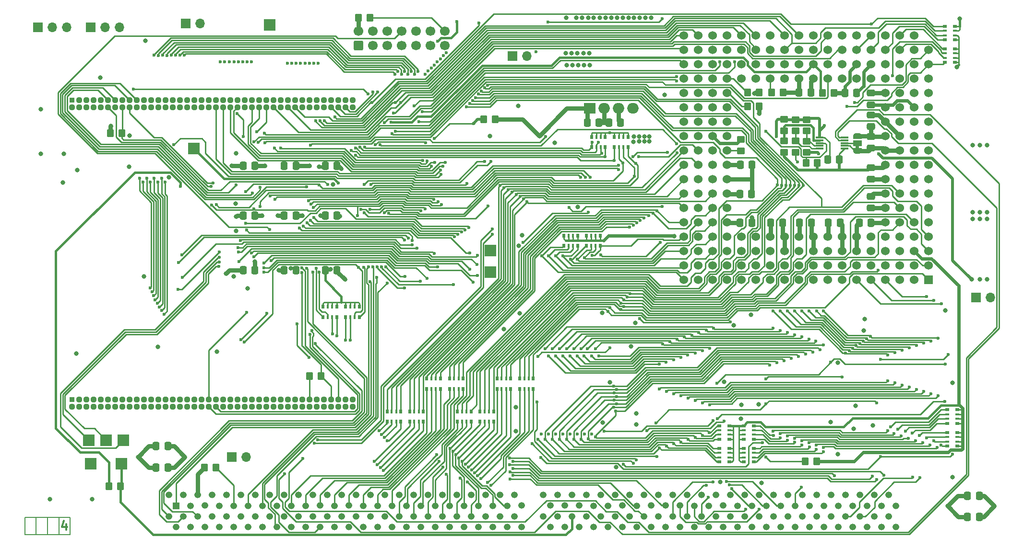
<source format=gbr>
G04 #@! TF.GenerationSoftware,KiCad,Pcbnew,7.0.6-0*
G04 #@! TF.CreationDate,2024-02-09T11:26:58+01:00*
G04 #@! TF.ProjectId,Z3660_v021b,5a333636-305f-4763-9032-31622e6b6963,v0.21a*
G04 #@! TF.SameCoordinates,Original*
G04 #@! TF.FileFunction,Copper,L4,Bot*
G04 #@! TF.FilePolarity,Positive*
%FSLAX46Y46*%
G04 Gerber Fmt 4.6, Leading zero omitted, Abs format (unit mm)*
G04 Created by KiCad (PCBNEW 7.0.6-0) date 2024-02-09 11:26:58*
%MOMM*%
%LPD*%
G01*
G04 APERTURE LIST*
G04 Aperture macros list*
%AMRoundRect*
0 Rectangle with rounded corners*
0 $1 Rounding radius*
0 $2 $3 $4 $5 $6 $7 $8 $9 X,Y pos of 4 corners*
0 Add a 4 corners polygon primitive as box body*
4,1,4,$2,$3,$4,$5,$6,$7,$8,$9,$2,$3,0*
0 Add four circle primitives for the rounded corners*
1,1,$1+$1,$2,$3*
1,1,$1+$1,$4,$5*
1,1,$1+$1,$6,$7*
1,1,$1+$1,$8,$9*
0 Add four rect primitives between the rounded corners*
20,1,$1+$1,$2,$3,$4,$5,0*
20,1,$1+$1,$4,$5,$6,$7,0*
20,1,$1+$1,$6,$7,$8,$9,0*
20,1,$1+$1,$8,$9,$2,$3,0*%
%AMFreePoly0*
4,1,19,0.550000,-0.750000,0.000000,-0.750000,0.000000,-0.744911,-0.071157,-0.744911,-0.207708,-0.704816,-0.327430,-0.627875,-0.420627,-0.520320,-0.479746,-0.390866,-0.500000,-0.250000,-0.500000,0.250000,-0.479746,0.390866,-0.420627,0.520320,-0.327430,0.627875,-0.207708,0.704816,-0.071157,0.744911,0.000000,0.744911,0.000000,0.750000,0.550000,0.750000,0.550000,-0.750000,0.550000,-0.750000,
$1*%
%AMFreePoly1*
4,1,19,0.000000,0.744911,0.071157,0.744911,0.207708,0.704816,0.327430,0.627875,0.420627,0.520320,0.479746,0.390866,0.500000,0.250000,0.500000,-0.250000,0.479746,-0.390866,0.420627,-0.520320,0.327430,-0.627875,0.207708,-0.704816,0.071157,-0.744911,0.000000,-0.744911,0.000000,-0.750000,-0.550000,-0.750000,-0.550000,0.750000,0.000000,0.750000,0.000000,0.744911,0.000000,0.744911,
$1*%
G04 Aperture macros list end*
G04 #@! TA.AperFunction,NonConductor*
%ADD10C,0.150000*%
G04 #@! TD*
%ADD11C,0.300000*%
G04 #@! TA.AperFunction,NonConductor*
%ADD12C,0.300000*%
G04 #@! TD*
G04 #@! TA.AperFunction,ComponentPad*
%ADD13R,1.700000X1.700000*%
G04 #@! TD*
G04 #@! TA.AperFunction,ComponentPad*
%ADD14O,1.700000X1.700000*%
G04 #@! TD*
G04 #@! TA.AperFunction,ComponentPad*
%ADD15RoundRect,0.250000X0.600000X-0.600000X0.600000X0.600000X-0.600000X0.600000X-0.600000X-0.600000X0*%
G04 #@! TD*
G04 #@! TA.AperFunction,ComponentPad*
%ADD16C,1.700000*%
G04 #@! TD*
G04 #@! TA.AperFunction,ComponentPad*
%ADD17R,2.000000X2.000000*%
G04 #@! TD*
G04 #@! TA.AperFunction,ComponentPad*
%ADD18R,2.000000X1.905000*%
G04 #@! TD*
G04 #@! TA.AperFunction,ComponentPad*
%ADD19O,2.000000X1.905000*%
G04 #@! TD*
G04 #@! TA.AperFunction,ComponentPad*
%ADD20C,1.524000*%
G04 #@! TD*
G04 #@! TA.AperFunction,ComponentPad*
%ADD21R,1.524000X1.524000*%
G04 #@! TD*
G04 #@! TA.AperFunction,SMDPad,CuDef*
%ADD22RoundRect,0.250000X-0.337500X-0.475000X0.337500X-0.475000X0.337500X0.475000X-0.337500X0.475000X0*%
G04 #@! TD*
G04 #@! TA.AperFunction,SMDPad,CuDef*
%ADD23RoundRect,0.250000X0.350000X0.450000X-0.350000X0.450000X-0.350000X-0.450000X0.350000X-0.450000X0*%
G04 #@! TD*
G04 #@! TA.AperFunction,SMDPad,CuDef*
%ADD24RoundRect,0.250000X-0.475000X0.337500X-0.475000X-0.337500X0.475000X-0.337500X0.475000X0.337500X0*%
G04 #@! TD*
G04 #@! TA.AperFunction,SMDPad,CuDef*
%ADD25RoundRect,0.250000X0.450000X-0.350000X0.450000X0.350000X-0.450000X0.350000X-0.450000X-0.350000X0*%
G04 #@! TD*
G04 #@! TA.AperFunction,SMDPad,CuDef*
%ADD26RoundRect,0.250000X-0.350000X-0.450000X0.350000X-0.450000X0.350000X0.450000X-0.350000X0.450000X0*%
G04 #@! TD*
G04 #@! TA.AperFunction,SMDPad,CuDef*
%ADD27RoundRect,0.250000X0.475000X-0.337500X0.475000X0.337500X-0.475000X0.337500X-0.475000X-0.337500X0*%
G04 #@! TD*
G04 #@! TA.AperFunction,SMDPad,CuDef*
%ADD28RoundRect,0.250000X0.337500X0.475000X-0.337500X0.475000X-0.337500X-0.475000X0.337500X-0.475000X0*%
G04 #@! TD*
G04 #@! TA.AperFunction,ComponentPad*
%ADD29R,0.950000X0.950000*%
G04 #@! TD*
G04 #@! TA.AperFunction,ComponentPad*
%ADD30RoundRect,0.237500X-0.237500X0.237500X-0.237500X-0.237500X0.237500X-0.237500X0.237500X0.237500X0*%
G04 #@! TD*
G04 #@! TA.AperFunction,ComponentPad*
%ADD31R,1.200000X1.200000*%
G04 #@! TD*
G04 #@! TA.AperFunction,ComponentPad*
%ADD32O,1.200000X1.200000*%
G04 #@! TD*
G04 #@! TA.AperFunction,SMDPad,CuDef*
%ADD33R,0.800000X0.500000*%
G04 #@! TD*
G04 #@! TA.AperFunction,SMDPad,CuDef*
%ADD34R,0.800000X0.400000*%
G04 #@! TD*
G04 #@! TA.AperFunction,SMDPad,CuDef*
%ADD35R,0.500000X0.800000*%
G04 #@! TD*
G04 #@! TA.AperFunction,SMDPad,CuDef*
%ADD36R,0.400000X0.800000*%
G04 #@! TD*
G04 #@! TA.AperFunction,SMDPad,CuDef*
%ADD37C,0.500000*%
G04 #@! TD*
G04 #@! TA.AperFunction,SMDPad,CuDef*
%ADD38FreePoly0,90.000000*%
G04 #@! TD*
G04 #@! TA.AperFunction,SMDPad,CuDef*
%ADD39R,1.500000X1.000000*%
G04 #@! TD*
G04 #@! TA.AperFunction,SMDPad,CuDef*
%ADD40FreePoly1,90.000000*%
G04 #@! TD*
G04 #@! TA.AperFunction,SMDPad,CuDef*
%ADD41R,1.400000X0.300000*%
G04 #@! TD*
G04 #@! TA.AperFunction,ViaPad*
%ADD42C,0.800000*%
G04 #@! TD*
G04 #@! TA.AperFunction,ViaPad*
%ADD43C,0.600000*%
G04 #@! TD*
G04 #@! TA.AperFunction,Conductor*
%ADD44C,0.250000*%
G04 #@! TD*
G04 #@! TA.AperFunction,Conductor*
%ADD45C,0.800000*%
G04 #@! TD*
G04 #@! TA.AperFunction,Conductor*
%ADD46C,0.500000*%
G04 #@! TD*
G04 #@! TA.AperFunction,Conductor*
%ADD47C,0.600000*%
G04 #@! TD*
G04 #@! TA.AperFunction,Conductor*
%ADD48C,0.400000*%
G04 #@! TD*
G04 #@! TA.AperFunction,Conductor*
%ADD49C,0.300000*%
G04 #@! TD*
G04 APERTURE END LIST*
D10*
X88576000Y-118999000D02*
X88576000Y-122047000D01*
X88576000Y-122047000D02*
X80576000Y-122047000D01*
X80576000Y-122047000D02*
X80576000Y-118999000D01*
X86582000Y-118999000D02*
X86582000Y-122047000D01*
X82582000Y-118999000D02*
X82582000Y-122047000D01*
X84582000Y-118999000D02*
X84582000Y-122047000D01*
X80576000Y-118999000D02*
X88576000Y-118999000D01*
D11*
D12*
X87846715Y-120201328D02*
X87846715Y-121201328D01*
X87489572Y-119629900D02*
X87132429Y-120701328D01*
X87132429Y-120701328D02*
X88061000Y-120701328D01*
G04 #@! TA.AperFunction,EtchedComponent*
G36*
X222953200Y-57908000D02*
G01*
X221953200Y-57908000D01*
X221953200Y-57408000D01*
X222953200Y-57408000D01*
X222953200Y-57908000D01*
G37*
G04 #@! TD.AperFunction*
G04 #@! TA.AperFunction,EtchedComponent*
G36*
X221026800Y-49928400D02*
G01*
X220526800Y-49928400D01*
X220526800Y-48928400D01*
X221026800Y-48928400D01*
X221026800Y-49928400D01*
G37*
G04 #@! TD.AperFunction*
G04 #@! TA.AperFunction,EtchedComponent*
G36*
X227782400Y-53803600D02*
G01*
X227182400Y-53803600D01*
X227182400Y-53303600D01*
X227782400Y-53303600D01*
X227782400Y-53803600D01*
G37*
G04 #@! TD.AperFunction*
G04 #@! TA.AperFunction,EtchedComponent*
G36*
X213406800Y-50342800D02*
G01*
X212906800Y-50342800D01*
X212906800Y-49342800D01*
X213406800Y-49342800D01*
X213406800Y-50342800D01*
G37*
G04 #@! TD.AperFunction*
D13*
X248412000Y-80137000D03*
D14*
X250952000Y-80137000D03*
D13*
X108981000Y-31750000D03*
D14*
X111521000Y-31750000D03*
D15*
X139446000Y-35610800D03*
D16*
X139446000Y-33070800D03*
X141986000Y-35610800D03*
X141986000Y-33070800D03*
X144526000Y-35610800D03*
X144526000Y-33070800D03*
X147066000Y-35610800D03*
X147066000Y-33070800D03*
X149606000Y-35610800D03*
X149606000Y-33070800D03*
X152146000Y-35610800D03*
X152146000Y-33070800D03*
X154686000Y-35610800D03*
X154686000Y-33070800D03*
D17*
X123768000Y-32004000D03*
X162712400Y-75641200D03*
X110388400Y-53797200D03*
X92178000Y-109551600D03*
X97613600Y-109551600D03*
X94921200Y-105386000D03*
D13*
X166624000Y-37490400D03*
D14*
X169164000Y-37490400D03*
D13*
X117094000Y-108331000D03*
D14*
X119634000Y-108331000D03*
D17*
X97969200Y-105386000D03*
D13*
X82895300Y-32361200D03*
D14*
X85435300Y-32361200D03*
X87975300Y-32361200D03*
D18*
X180213000Y-46736000D03*
D19*
X182753000Y-46736000D03*
X185293000Y-46736000D03*
X187833000Y-46736000D03*
D13*
X92191700Y-32361200D03*
D14*
X94731700Y-32361200D03*
X97271700Y-32361200D03*
D17*
X91873200Y-105386000D03*
X162712400Y-71882000D03*
D20*
X204495000Y-41490900D03*
X207035000Y-41490900D03*
X209575000Y-41490900D03*
X212115000Y-41490900D03*
X214655000Y-41490900D03*
X217195000Y-41490900D03*
X219735000Y-41490900D03*
X222275000Y-41490900D03*
X224815000Y-41490900D03*
X227355000Y-41490900D03*
X229895000Y-41490900D03*
X232435000Y-41490900D03*
X204495000Y-44030900D03*
X232435000Y-44030900D03*
X204495000Y-46570900D03*
X204495000Y-49110900D03*
X204495000Y-51650900D03*
X232435000Y-51650900D03*
X204495000Y-54190900D03*
X204495000Y-56730900D03*
X232435000Y-56730900D03*
X204495000Y-59270900D03*
X232435000Y-59270900D03*
X204495000Y-61810900D03*
X232435000Y-61810900D03*
X204495000Y-64350900D03*
X232435000Y-64350900D03*
X204495000Y-66890900D03*
X232435000Y-66890900D03*
X204495000Y-69430900D03*
X212115000Y-69430900D03*
X217195000Y-69430900D03*
X222275000Y-69430900D03*
X196875000Y-33870900D03*
X199415000Y-33870900D03*
X201955000Y-33870900D03*
X204495000Y-33870900D03*
X207035000Y-33870900D03*
X209575000Y-33870900D03*
X212115000Y-33870900D03*
X214655000Y-33870900D03*
X217195000Y-33870900D03*
X219735000Y-33870900D03*
X222275000Y-33870900D03*
X224815000Y-33870900D03*
X227355000Y-33870900D03*
X229895000Y-33870900D03*
X232435000Y-33870900D03*
X234975000Y-33870900D03*
X237515000Y-33870900D03*
X196875000Y-36410900D03*
X199415000Y-36410900D03*
X201955000Y-36410900D03*
X204495000Y-36410900D03*
X207035000Y-36410900D03*
X209575000Y-36410900D03*
X212115000Y-36410900D03*
X214655000Y-36410900D03*
X217195000Y-36410900D03*
X219735000Y-36410900D03*
X222275000Y-36410900D03*
X224815000Y-36410900D03*
X227355000Y-36410900D03*
X229895000Y-36410900D03*
X232435000Y-36410900D03*
X234975000Y-36410900D03*
X237515000Y-36410900D03*
X240055000Y-36410900D03*
X196875000Y-38950900D03*
X199415000Y-38950900D03*
X201955000Y-38950900D03*
X204495000Y-38950900D03*
X207035000Y-38950900D03*
X209575000Y-38950900D03*
X212115000Y-38950900D03*
X214655000Y-38950900D03*
X217195000Y-38950900D03*
X219735000Y-38950900D03*
X222275000Y-38950900D03*
X224815000Y-38950900D03*
X227355000Y-38950900D03*
X229895000Y-38950900D03*
X232435000Y-38950900D03*
X234975000Y-38950900D03*
X237515000Y-38950900D03*
X240055000Y-38950900D03*
X196875000Y-41490900D03*
X199415000Y-41490900D03*
X201955000Y-41490900D03*
X234975000Y-41490900D03*
X237515000Y-41490900D03*
X240055000Y-41490900D03*
X196875000Y-44030900D03*
X199415000Y-44030900D03*
X201955000Y-44030900D03*
X234975000Y-44030900D03*
X237515000Y-44030900D03*
X240055000Y-44030900D03*
X196875000Y-46570900D03*
X199415000Y-46570900D03*
X201955000Y-46570900D03*
X234975000Y-46570900D03*
X237515000Y-46570900D03*
X240055000Y-46570900D03*
X196875000Y-49110900D03*
X199415000Y-49110900D03*
X201955000Y-49110900D03*
X234975000Y-49110900D03*
X237515000Y-49110900D03*
X240055000Y-49110900D03*
X196875000Y-51650900D03*
X199415000Y-51650900D03*
X201955000Y-51650900D03*
X234975000Y-51650900D03*
X237515000Y-51650900D03*
X240055000Y-51650900D03*
X196875000Y-54190900D03*
X199415000Y-54190900D03*
X201955000Y-54190900D03*
X234975000Y-54190900D03*
X237515000Y-54190900D03*
X240055000Y-54190900D03*
X196875000Y-56730900D03*
X199415000Y-56730900D03*
X201955000Y-56730900D03*
X234975000Y-56730900D03*
X237515000Y-56730900D03*
X240055000Y-56730900D03*
X196875000Y-59270900D03*
X199415000Y-59270900D03*
X201955000Y-59270900D03*
X234975000Y-59270900D03*
X237515000Y-59270900D03*
X240055000Y-59270900D03*
X196875000Y-61810900D03*
X199415000Y-61810900D03*
X201955000Y-61810900D03*
X234975000Y-61810900D03*
X237515000Y-61810900D03*
X240055000Y-61810900D03*
X196875000Y-64350900D03*
X199415000Y-64350900D03*
X201955000Y-64350900D03*
X234975000Y-64350900D03*
X237515000Y-64350900D03*
X240055000Y-64350900D03*
X196875000Y-66890900D03*
X199415000Y-66890900D03*
X201955000Y-66890900D03*
X234975000Y-66890900D03*
X237515000Y-66890900D03*
X240055000Y-66890900D03*
X196875000Y-69430900D03*
X199415000Y-69430900D03*
X201955000Y-69430900D03*
X234975000Y-69430900D03*
X237515000Y-69430900D03*
X240055000Y-69430900D03*
X196875000Y-71970900D03*
X199415000Y-71970900D03*
X201955000Y-71970900D03*
X204495000Y-71970900D03*
X207035000Y-71970900D03*
X209575000Y-71970900D03*
X212115000Y-71970900D03*
X214655000Y-71970900D03*
X217195000Y-71970900D03*
X219735000Y-71970900D03*
X222275000Y-71970900D03*
X224815000Y-71970900D03*
X227355000Y-71970900D03*
X229895000Y-71970900D03*
X232435000Y-71970900D03*
X234975000Y-71970900D03*
X237515000Y-71970900D03*
X240055000Y-71970900D03*
X196875000Y-74510900D03*
X199415000Y-74510900D03*
X201955000Y-74510900D03*
X204495000Y-74510900D03*
X207035000Y-74510900D03*
X209575000Y-74510900D03*
X212115000Y-74510900D03*
X214655000Y-74510900D03*
X217195000Y-74510900D03*
X219735000Y-74510900D03*
X222275000Y-74510900D03*
X224815000Y-74510900D03*
X227355000Y-74510900D03*
X229895000Y-74510900D03*
X232435000Y-74510900D03*
X234975000Y-74510900D03*
X214655000Y-69430900D03*
X219735000Y-69430900D03*
X224815000Y-69430900D03*
X227355000Y-69430900D03*
X232435000Y-46570900D03*
X232435000Y-49110900D03*
X232435000Y-54190900D03*
X237515000Y-74510900D03*
X240055000Y-74510900D03*
X196875000Y-77050900D03*
X199415000Y-77050900D03*
X201955000Y-77050900D03*
X204495000Y-77050900D03*
X207035000Y-77050900D03*
X209575000Y-77050900D03*
X212115000Y-77050900D03*
X214655000Y-77050900D03*
X217195000Y-77050900D03*
X219735000Y-77050900D03*
X222275000Y-77050900D03*
X224815000Y-77050900D03*
X227355000Y-77050900D03*
X229895000Y-77050900D03*
X232435000Y-77050900D03*
X234975000Y-77050900D03*
X237515000Y-77050900D03*
D21*
X240055000Y-77050900D03*
D20*
X207035000Y-69430900D03*
X209575000Y-69430900D03*
X229895000Y-69430900D03*
X232435000Y-69430900D03*
D22*
X246917300Y-115239800D03*
X248992300Y-115239800D03*
D23*
X161534600Y-48681200D03*
X163534600Y-48681200D03*
D24*
X229870000Y-44026000D03*
X229870000Y-46101000D03*
D22*
X103717200Y-110210600D03*
X105792200Y-110210600D03*
D25*
X206883000Y-52213000D03*
X206883000Y-54213000D03*
D26*
X210143600Y-46380400D03*
X208143600Y-46380400D03*
X214360000Y-43942000D03*
X212360000Y-43942000D03*
X114258600Y-110200000D03*
X112258600Y-110200000D03*
D27*
X229870000Y-49932500D03*
X229870000Y-47857500D03*
D22*
X103717200Y-106400600D03*
X105792200Y-106400600D03*
X246917300Y-118922800D03*
X248992300Y-118922800D03*
D26*
X210143600Y-43942000D03*
X208143600Y-43942000D03*
X220300000Y-109100000D03*
X218300000Y-109100000D03*
D23*
X139462000Y-30734000D03*
X141462000Y-30734000D03*
D22*
X126343500Y-56896000D03*
X128418500Y-56896000D03*
D28*
X121179500Y-65659000D03*
X119104500Y-65659000D03*
D22*
X126343500Y-65659000D03*
X128418500Y-65659000D03*
X133582500Y-65659000D03*
X135657500Y-65659000D03*
D28*
X121179500Y-75311000D03*
X119104500Y-75311000D03*
X128418500Y-75311000D03*
X126343500Y-75311000D03*
X229891500Y-66929000D03*
X227816500Y-66929000D03*
D22*
X212195500Y-66929000D03*
X214270500Y-66929000D03*
X217275500Y-66929000D03*
X219350500Y-66929000D03*
X222355500Y-66929000D03*
X224430500Y-66929000D03*
D24*
X229870000Y-57192000D03*
X229870000Y-59267000D03*
X229870000Y-51667500D03*
X229870000Y-53742500D03*
D22*
X206756500Y-66929000D03*
X208831500Y-66929000D03*
D24*
X229870000Y-62272000D03*
X229870000Y-64347000D03*
D22*
X206734500Y-61849000D03*
X208809500Y-61849000D03*
X133582500Y-56896000D03*
X135657500Y-56896000D03*
X119104500Y-56896000D03*
X121179500Y-56896000D03*
D28*
X185695500Y-49276000D03*
X183620500Y-49276000D03*
D22*
X179810500Y-49276000D03*
X181885500Y-49276000D03*
D28*
X227351500Y-43992800D03*
X225276500Y-43992800D03*
D22*
X206798000Y-56705500D03*
X208873000Y-56705500D03*
D29*
X88883000Y-45256500D03*
D30*
X88883000Y-46526500D03*
X90153000Y-45256500D03*
X90153000Y-46526500D03*
X91423000Y-45256500D03*
X91423000Y-46526500D03*
X92693000Y-45256500D03*
X92693000Y-46526500D03*
X93963000Y-45256500D03*
X93963000Y-46526500D03*
X95233000Y-45256500D03*
X95233000Y-46526500D03*
X96503000Y-45256500D03*
X96503000Y-46526500D03*
X97773000Y-45256500D03*
X97773000Y-46526500D03*
X99043000Y-45256500D03*
X99043000Y-46526500D03*
X100313000Y-45256500D03*
X100313000Y-46526500D03*
X101583000Y-45256500D03*
X101583000Y-46526500D03*
X102853000Y-45256500D03*
X102853000Y-46526500D03*
X104123000Y-45256500D03*
X104123000Y-46526500D03*
X105393000Y-45256500D03*
X105393000Y-46526500D03*
X106663000Y-45256500D03*
X106663000Y-46526500D03*
X107933000Y-45256500D03*
X107933000Y-46526500D03*
X109203000Y-45256500D03*
X109203000Y-46526500D03*
X110473000Y-45256500D03*
X110473000Y-46526500D03*
X111743000Y-45256500D03*
X111743000Y-46526500D03*
X113013000Y-45256500D03*
X113013000Y-46526500D03*
X114283000Y-45256500D03*
X114283000Y-46526500D03*
X115553000Y-45256500D03*
X115553000Y-46526500D03*
X116823000Y-45256500D03*
X116823000Y-46526500D03*
X118093000Y-45256500D03*
X118093000Y-46526500D03*
X119363000Y-45256500D03*
X119363000Y-46526500D03*
X120633000Y-45256500D03*
X120633000Y-46526500D03*
X121903000Y-45256500D03*
X121903000Y-46526500D03*
X123173000Y-45256500D03*
X123173000Y-46526500D03*
X124443000Y-45256500D03*
X124443000Y-46526500D03*
X125713000Y-45256500D03*
X125713000Y-46526500D03*
X126983000Y-45256500D03*
X126983000Y-46526500D03*
X128253000Y-45256500D03*
X128253000Y-46526500D03*
X129523000Y-45256500D03*
X129523000Y-46526500D03*
X130793000Y-45256500D03*
X130793000Y-46526500D03*
X132063000Y-45256500D03*
X132063000Y-46526500D03*
X133333000Y-45256500D03*
X133333000Y-46526500D03*
X134603000Y-45256500D03*
X134603000Y-46526500D03*
X135873000Y-45256500D03*
X135873000Y-46526500D03*
X137143000Y-45256500D03*
X137143000Y-46526500D03*
X138413000Y-45256500D03*
X138413000Y-46526500D03*
D29*
X88883000Y-98193000D03*
D30*
X88883000Y-99463000D03*
X90153000Y-98193000D03*
X90153000Y-99463000D03*
X91423000Y-98193000D03*
X91423000Y-99463000D03*
X92693000Y-98193000D03*
X92693000Y-99463000D03*
X93963000Y-98193000D03*
X93963000Y-99463000D03*
X95233000Y-98193000D03*
X95233000Y-99463000D03*
X96503000Y-98193000D03*
X96503000Y-99463000D03*
X97773000Y-98193000D03*
X97773000Y-99463000D03*
X99043000Y-98193000D03*
X99043000Y-99463000D03*
X100313000Y-98193000D03*
X100313000Y-99463000D03*
X101583000Y-98193000D03*
X101583000Y-99463000D03*
X102853000Y-98193000D03*
X102853000Y-99463000D03*
X104123000Y-98193000D03*
X104123000Y-99463000D03*
X105393000Y-98193000D03*
X105393000Y-99463000D03*
X106663000Y-98193000D03*
X106663000Y-99463000D03*
X107933000Y-98193000D03*
X107933000Y-99463000D03*
X109203000Y-98193000D03*
X109203000Y-99463000D03*
X110473000Y-98193000D03*
X110473000Y-99463000D03*
X111743000Y-98193000D03*
X111743000Y-99463000D03*
X113013000Y-98193000D03*
X113013000Y-99463000D03*
X114283000Y-98193000D03*
X114283000Y-99463000D03*
X115553000Y-98193000D03*
X115553000Y-99463000D03*
X116823000Y-98193000D03*
X116823000Y-99463000D03*
X118093000Y-98193000D03*
X118093000Y-99463000D03*
X119363000Y-98193000D03*
X119363000Y-99463000D03*
X120633000Y-98193000D03*
X120633000Y-99463000D03*
X121903000Y-98193000D03*
X121903000Y-99463000D03*
X123173000Y-98193000D03*
X123173000Y-99463000D03*
X124443000Y-98193000D03*
X124443000Y-99463000D03*
X125713000Y-98193000D03*
X125713000Y-99463000D03*
X126983000Y-98193000D03*
X126983000Y-99463000D03*
X128253000Y-98193000D03*
X128253000Y-99463000D03*
X129523000Y-98193000D03*
X129523000Y-99463000D03*
X130793000Y-98193000D03*
X130793000Y-99463000D03*
X132063000Y-98193000D03*
X132063000Y-99463000D03*
X133333000Y-98193000D03*
X133333000Y-99463000D03*
X134603000Y-98193000D03*
X134603000Y-99463000D03*
X135873000Y-98193000D03*
X135873000Y-99463000D03*
X137143000Y-98193000D03*
X137143000Y-99463000D03*
X138413000Y-98193000D03*
X138413000Y-99463000D03*
D31*
X107239000Y-116954500D03*
D32*
X105964986Y-115024415D03*
X107234986Y-120739415D03*
X105964986Y-118859500D03*
X109774986Y-116954500D03*
X108504986Y-115024415D03*
X109774986Y-120739415D03*
X108504986Y-118859500D03*
X112314986Y-116929415D03*
X111044986Y-115024415D03*
X112314986Y-120739415D03*
X111044986Y-118859500D03*
X114854986Y-116954500D03*
X113584986Y-115024415D03*
X114854986Y-120739415D03*
X113584986Y-118834415D03*
X117394986Y-116954500D03*
X116124986Y-115024415D03*
X117394986Y-120739415D03*
X116124986Y-118859500D03*
X119934986Y-116954500D03*
X118664986Y-115024415D03*
X119934986Y-120739415D03*
X118664986Y-118859500D03*
X122474986Y-116954500D03*
X121204986Y-115024415D03*
X122474986Y-120739415D03*
X121204986Y-118834415D03*
X125014986Y-116954500D03*
X123744986Y-115024415D03*
X125014986Y-120739415D03*
X123744986Y-118859500D03*
X127554986Y-116954500D03*
X126284986Y-115024415D03*
X127554986Y-120739415D03*
X126284986Y-118834415D03*
X130094986Y-116954500D03*
X128824986Y-115024415D03*
X130094986Y-120739415D03*
X128824986Y-118859500D03*
X132634986Y-116929415D03*
X131364986Y-115024415D03*
X132634986Y-120739415D03*
X131364986Y-118834415D03*
X135174986Y-116954500D03*
X133904986Y-115024415D03*
X135174986Y-120739415D03*
X133904986Y-118859500D03*
X137714986Y-116929415D03*
X136444986Y-115024415D03*
X137714986Y-120739415D03*
X136444986Y-118859500D03*
X140254986Y-116954500D03*
X138984986Y-115024415D03*
X140254986Y-120739415D03*
X138984986Y-118859500D03*
X142794986Y-116954500D03*
X141524986Y-115024415D03*
X142794986Y-120739415D03*
X141524986Y-118834415D03*
X145334986Y-116954500D03*
X144064986Y-115024415D03*
X145334986Y-120739415D03*
X144064986Y-118859500D03*
X147874986Y-116954500D03*
X146604986Y-115024415D03*
X147874986Y-120739415D03*
X146604986Y-118859500D03*
X150414986Y-116954500D03*
X149144986Y-115024415D03*
X150414986Y-120739415D03*
X149144986Y-118834415D03*
X152954986Y-116954500D03*
X151684986Y-115024415D03*
X152954986Y-120739415D03*
X151684986Y-118859500D03*
X155494986Y-116954500D03*
X154224986Y-115024415D03*
X155494986Y-120739415D03*
X154224986Y-118834415D03*
X158034986Y-116954500D03*
X156764986Y-115024415D03*
X158034986Y-120739415D03*
X156764986Y-118859500D03*
X160574986Y-116954500D03*
X159304986Y-115024415D03*
X160574986Y-120739415D03*
X159304986Y-118834415D03*
X163114986Y-116954500D03*
X161844986Y-115024415D03*
X163114986Y-120739415D03*
X161844986Y-118859500D03*
X165654986Y-116954500D03*
X164384986Y-115024415D03*
X165654986Y-120739415D03*
X164384986Y-118834415D03*
X168194986Y-116929415D03*
X166924986Y-115024415D03*
X168194986Y-120739415D03*
X166924986Y-118859500D03*
X173274986Y-116929415D03*
X172004986Y-115024415D03*
X173274986Y-120739415D03*
X172004986Y-118859500D03*
X175814986Y-116929415D03*
X174544986Y-115024415D03*
X175814986Y-120739415D03*
X174544986Y-118834415D03*
X178354986Y-116929415D03*
X177084986Y-115024415D03*
X178354986Y-120739415D03*
X177084986Y-118859500D03*
X180894986Y-116954500D03*
X179624986Y-115024415D03*
X180894986Y-120739415D03*
X179624986Y-118859500D03*
X183434986Y-116954500D03*
X182164986Y-115024415D03*
X183434986Y-120739415D03*
X182164986Y-118834415D03*
X185974986Y-116929415D03*
X184704986Y-115024415D03*
X185974986Y-120739415D03*
X184704986Y-118859500D03*
X188514986Y-116954500D03*
X187244986Y-115024415D03*
X188514986Y-120739415D03*
X187244986Y-118859500D03*
X191054986Y-116929415D03*
X189784986Y-115024415D03*
X191054986Y-120739415D03*
X189784986Y-118859500D03*
X193594986Y-116929415D03*
X192324986Y-115024415D03*
X193594986Y-120739415D03*
X192324986Y-118834415D03*
X196134986Y-116929415D03*
X194864986Y-115024415D03*
X196134986Y-120739415D03*
X194864986Y-118859500D03*
X198674986Y-116954500D03*
X197404986Y-115024415D03*
X198674986Y-120739415D03*
X197404986Y-118859500D03*
X201219000Y-116954500D03*
X199944986Y-115024415D03*
X201214986Y-120739415D03*
X199944986Y-118859500D03*
X203754986Y-116929415D03*
X202484986Y-115024415D03*
X203754986Y-120739415D03*
X202484986Y-118859500D03*
X206294986Y-116954500D03*
X205024986Y-115024415D03*
X206294986Y-120739415D03*
X205024986Y-118834415D03*
X208834986Y-116954500D03*
X207564986Y-115024415D03*
X208834986Y-120739415D03*
X207564986Y-118859500D03*
X211379000Y-116954500D03*
X210104986Y-115024415D03*
X211374986Y-120739415D03*
X210104986Y-118859500D03*
X213919000Y-116954500D03*
X212644986Y-115024415D03*
X213914986Y-120739415D03*
X212644986Y-118859500D03*
X216454986Y-116954500D03*
X215184986Y-115024415D03*
X216454986Y-120739415D03*
X215184986Y-118859500D03*
X218994986Y-116954500D03*
X217724986Y-115024415D03*
X218994986Y-120739415D03*
X217724986Y-118859500D03*
X221534986Y-116954500D03*
X220264986Y-115024415D03*
X221534986Y-120739415D03*
X220264986Y-118859500D03*
X224074986Y-116954500D03*
X222804986Y-115024415D03*
X224074986Y-120739415D03*
X222804986Y-118859500D03*
X226614986Y-116954500D03*
X225344986Y-115024415D03*
X226614986Y-120739415D03*
X225344986Y-118859500D03*
X229154986Y-116954500D03*
X227884986Y-115024415D03*
X229154986Y-120739415D03*
X227884986Y-118834415D03*
X231694986Y-116954500D03*
X230424986Y-115024415D03*
X231694986Y-120739415D03*
X230424986Y-118834415D03*
X234234986Y-116954500D03*
X232964986Y-115024415D03*
X234234986Y-120739415D03*
X232964986Y-118859500D03*
D22*
X133582500Y-75311000D03*
X135657500Y-75311000D03*
X217170500Y-43942000D03*
X219245500Y-43942000D03*
D33*
X244700000Y-36200000D03*
D34*
X244700000Y-37000000D03*
X244700000Y-37800000D03*
D33*
X244700000Y-38600000D03*
X242900000Y-38600000D03*
D34*
X242900000Y-37800000D03*
X242900000Y-37000000D03*
D33*
X242900000Y-36200000D03*
D35*
X137200000Y-81800000D03*
D36*
X138000000Y-81800000D03*
X138800000Y-81800000D03*
D35*
X139600000Y-81800000D03*
X139600000Y-83600000D03*
D36*
X138800000Y-83600000D03*
X138000000Y-83600000D03*
D35*
X137200000Y-83600000D03*
D28*
X224303500Y-55778400D03*
X222228500Y-55778400D03*
D33*
X204900000Y-106800000D03*
D34*
X204900000Y-107600000D03*
X204900000Y-108400000D03*
D33*
X204900000Y-109200000D03*
X203100000Y-109200000D03*
D34*
X203100000Y-108400000D03*
X203100000Y-107600000D03*
D33*
X203100000Y-106800000D03*
X245100000Y-104000000D03*
D34*
X245100000Y-104800000D03*
X245100000Y-105600000D03*
D33*
X245100000Y-106400000D03*
X243300000Y-106400000D03*
D34*
X243300000Y-105600000D03*
X243300000Y-104800000D03*
D33*
X243300000Y-104000000D03*
D35*
X157900000Y-96300000D03*
D36*
X157100000Y-96300000D03*
X156300000Y-96300000D03*
D35*
X155500000Y-96300000D03*
X155500000Y-94500000D03*
D36*
X156300000Y-94500000D03*
X157100000Y-94500000D03*
D35*
X157900000Y-94500000D03*
D33*
X244700000Y-32200000D03*
D34*
X244700000Y-33000000D03*
X244700000Y-33800000D03*
D33*
X244700000Y-34600000D03*
X242900000Y-34600000D03*
D34*
X242900000Y-33800000D03*
X242900000Y-33000000D03*
D33*
X242900000Y-32200000D03*
D35*
X146900000Y-102100000D03*
D36*
X146100000Y-102100000D03*
X145300000Y-102100000D03*
D35*
X144500000Y-102100000D03*
X144500000Y-100300000D03*
D36*
X145300000Y-100300000D03*
X146100000Y-100300000D03*
D35*
X146900000Y-100300000D03*
D37*
X222953200Y-57658000D03*
X221953200Y-57658000D03*
D23*
X95418400Y-113487200D03*
X97418400Y-113487200D03*
D35*
X150900000Y-102100000D03*
D36*
X150100000Y-102100000D03*
X149300000Y-102100000D03*
D35*
X148500000Y-102100000D03*
X148500000Y-100300000D03*
D36*
X149300000Y-100300000D03*
X150100000Y-100300000D03*
D35*
X150900000Y-100300000D03*
D33*
X204900000Y-102800000D03*
D34*
X204900000Y-103600000D03*
X204900000Y-104400000D03*
D33*
X204900000Y-105200000D03*
X203100000Y-105200000D03*
D34*
X203100000Y-104400000D03*
X203100000Y-103600000D03*
D33*
X203100000Y-102800000D03*
D25*
X216560400Y-48698400D03*
X216560400Y-50698400D03*
D35*
X180600000Y-51800000D03*
D36*
X181400000Y-51800000D03*
X182200000Y-51800000D03*
D35*
X183000000Y-51800000D03*
X183000000Y-53600000D03*
D36*
X182200000Y-53600000D03*
X181400000Y-53600000D03*
D35*
X180600000Y-53600000D03*
D26*
X132826000Y-94004000D03*
X130826000Y-94004000D03*
D33*
X245100000Y-100000000D03*
D34*
X245100000Y-100800000D03*
X245100000Y-101600000D03*
D33*
X245100000Y-102400000D03*
X243300000Y-102400000D03*
D34*
X243300000Y-101600000D03*
X243300000Y-100800000D03*
D33*
X243300000Y-100000000D03*
D35*
X170300000Y-96300000D03*
D36*
X169500000Y-96300000D03*
X168700000Y-96300000D03*
D35*
X167900000Y-96300000D03*
X167900000Y-94500000D03*
D36*
X168700000Y-94500000D03*
X169500000Y-94500000D03*
D35*
X170300000Y-94500000D03*
D37*
X220776800Y-48928400D03*
X220776800Y-49928400D03*
D23*
X218421200Y-56388000D03*
X220421200Y-56388000D03*
D35*
X133200000Y-81800000D03*
D36*
X134000000Y-81800000D03*
X134800000Y-81800000D03*
D35*
X135600000Y-81800000D03*
X135600000Y-83600000D03*
D36*
X134800000Y-83600000D03*
X134000000Y-83600000D03*
D35*
X133200000Y-83600000D03*
D25*
X214579200Y-52492400D03*
X214579200Y-54492400D03*
D38*
X227482400Y-54203600D03*
D39*
X227482400Y-52903600D03*
D40*
X227482400Y-51603600D03*
D23*
X95672400Y-51104800D03*
X97672400Y-51104800D03*
D25*
X218541600Y-52508400D03*
X218541600Y-54508400D03*
X218541600Y-48698400D03*
X218541600Y-50698400D03*
D37*
X213156800Y-49342800D03*
X213156800Y-50342800D03*
D35*
X153900000Y-96300000D03*
D36*
X153100000Y-96300000D03*
X152300000Y-96300000D03*
D35*
X151500000Y-96300000D03*
X151500000Y-94500000D03*
D36*
X152300000Y-94500000D03*
X153100000Y-94500000D03*
D35*
X153900000Y-94500000D03*
D41*
X220796400Y-53848000D03*
X220796400Y-53348000D03*
X220796400Y-52848000D03*
X220796400Y-52348000D03*
X220796400Y-51848000D03*
X225196400Y-51848000D03*
X225196400Y-52348000D03*
X225196400Y-52848000D03*
X225196400Y-53348000D03*
X225196400Y-53848000D03*
D35*
X184600000Y-51800000D03*
D36*
X185400000Y-51800000D03*
X186200000Y-51800000D03*
D35*
X187000000Y-51800000D03*
X187000000Y-53600000D03*
D36*
X186200000Y-53600000D03*
X185400000Y-53600000D03*
D35*
X184600000Y-53600000D03*
D25*
X214579200Y-48682400D03*
X214579200Y-50682400D03*
D33*
X207400000Y-109200000D03*
D34*
X207400000Y-108400000D03*
X207400000Y-107600000D03*
D33*
X207400000Y-106800000D03*
X209200000Y-106800000D03*
D34*
X209200000Y-107600000D03*
X209200000Y-108400000D03*
D33*
X209200000Y-109200000D03*
D35*
X175700000Y-69200000D03*
D36*
X176500000Y-69200000D03*
X177300000Y-69200000D03*
D35*
X178100000Y-69200000D03*
X178100000Y-71000000D03*
D36*
X177300000Y-71000000D03*
X176500000Y-71000000D03*
D35*
X175700000Y-71000000D03*
D33*
X207400000Y-105200000D03*
D34*
X207400000Y-104400000D03*
X207400000Y-103600000D03*
D33*
X207400000Y-102800000D03*
X209200000Y-102800000D03*
D34*
X209200000Y-103600000D03*
X209200000Y-104400000D03*
D33*
X209200000Y-105200000D03*
D35*
X179700000Y-69200000D03*
D36*
X180500000Y-69200000D03*
X181300000Y-69200000D03*
D35*
X182100000Y-69200000D03*
X182100000Y-71000000D03*
D36*
X181300000Y-71000000D03*
X180500000Y-71000000D03*
D35*
X179700000Y-71000000D03*
X166300000Y-96300000D03*
D36*
X165500000Y-96300000D03*
X164700000Y-96300000D03*
D35*
X163900000Y-96300000D03*
X163900000Y-94500000D03*
D36*
X164700000Y-94500000D03*
X165500000Y-94500000D03*
D35*
X166300000Y-94500000D03*
D25*
X216560400Y-52492400D03*
X216560400Y-54492400D03*
D35*
X159300000Y-102100000D03*
D36*
X158500000Y-102100000D03*
X157700000Y-102100000D03*
D35*
X156900000Y-102100000D03*
X156900000Y-100300000D03*
D36*
X157700000Y-100300000D03*
X158500000Y-100300000D03*
D35*
X159300000Y-100300000D03*
D23*
X221351600Y-43992800D03*
X223351600Y-43992800D03*
D35*
X163300000Y-102100000D03*
D36*
X162500000Y-102100000D03*
X161700000Y-102100000D03*
D35*
X160900000Y-102100000D03*
X160900000Y-100300000D03*
D36*
X161700000Y-100300000D03*
X162500000Y-100300000D03*
D35*
X163300000Y-100300000D03*
D42*
X176107477Y-30690810D03*
X178077293Y-36969500D03*
X136398000Y-57368982D03*
X92440000Y-115824000D03*
X95758000Y-49834800D03*
X247777000Y-66294000D03*
X203962000Y-95032198D03*
X222732600Y-102187194D03*
X187522898Y-88818502D03*
X224002600Y-107812400D03*
X93878400Y-41300400D03*
X226822000Y-103334445D03*
X224045449Y-91691599D03*
X178119400Y-64185865D03*
X205673697Y-85098000D03*
X116051327Y-75909273D03*
X193497200Y-44348400D03*
X162661602Y-51612802D03*
X89662000Y-90017600D03*
X165137644Y-85740515D03*
X104063800Y-88864000D03*
X203300000Y-112739800D03*
X130849500Y-56903872D03*
X177165000Y-39116000D03*
X188468000Y-102616000D03*
X183769000Y-95123000D03*
X125349000Y-75311000D03*
X179197000Y-39116000D03*
X167175000Y-103789498D03*
X210566000Y-112947670D03*
X250316950Y-65087500D03*
X176149000Y-39116000D03*
X182499000Y-102235000D03*
X249047000Y-66294000D03*
X136144000Y-65786000D03*
X244246400Y-95250000D03*
X242990500Y-82423000D03*
X228600000Y-85979000D03*
X176020094Y-36969500D03*
X180144300Y-36969500D03*
X208835141Y-65985141D03*
X134975600Y-60131226D03*
X249047000Y-65087500D03*
X179122299Y-36969500D03*
X167629700Y-46280400D03*
X114427000Y-89676800D03*
X83362800Y-46837602D03*
X117887764Y-54692564D03*
X108818700Y-108305600D03*
X182480428Y-82858600D03*
X137033000Y-76962000D03*
X122936000Y-56896000D03*
X105997269Y-58899531D03*
X250317000Y-66294000D03*
X180213000Y-39116000D03*
X244246400Y-111912400D03*
X174040800Y-52832000D03*
X117823576Y-65818444D03*
X206933800Y-101600000D03*
X251637800Y-117017800D03*
X87299800Y-59857200D03*
X117855992Y-68377217D03*
X119888000Y-78552412D03*
X87477600Y-54762400D03*
X129565400Y-65648400D03*
X247777008Y-65087500D03*
X184912000Y-110109000D03*
X101854000Y-34798000D03*
X178181000Y-39116000D03*
D43*
X221640400Y-49733200D03*
D42*
X167711400Y-70967602D03*
X177068242Y-36969500D03*
X245000000Y-39400000D03*
X180961720Y-30690810D03*
X181991000Y-30690810D03*
X184023000Y-30690810D03*
X84963000Y-115824000D03*
X188976000Y-52578000D03*
X228727000Y-83947000D03*
X207010000Y-99110800D03*
X188000000Y-52600008D03*
X183007000Y-30690810D03*
X185039000Y-30690810D03*
X189864951Y-52578491D03*
X189865000Y-51689000D03*
X179958443Y-30690810D03*
X208661000Y-83185000D03*
X188067505Y-30690810D03*
X188468000Y-100635003D03*
X167182914Y-99537510D03*
D43*
X231241579Y-54711621D03*
D42*
X189083505Y-30690810D03*
X188290926Y-84597974D03*
X168351200Y-69137000D03*
X249046999Y-76962000D03*
X167868600Y-82971200D03*
X250380503Y-76961998D03*
X89859901Y-57591295D03*
X177907505Y-30690810D03*
X247650001Y-76962000D03*
X243382800Y-117017798D03*
X210018000Y-99060000D03*
X186054443Y-30690810D03*
X171348402Y-51612800D03*
X83362800Y-54762398D03*
D43*
X220675200Y-54711600D03*
D42*
X100584000Y-108305600D03*
X190753951Y-52578491D03*
X230211000Y-102733995D03*
X188976049Y-51688509D03*
X187070443Y-30690810D03*
X227116862Y-99291030D03*
X191121720Y-30690810D03*
X190099505Y-30690810D03*
X188023016Y-51688514D03*
X178929720Y-30690810D03*
X190754000Y-51689000D03*
D43*
X221458418Y-106641000D03*
X241548011Y-106627529D03*
X229743000Y-86995000D03*
X241681000Y-87376000D03*
X221488000Y-82550000D03*
X220206990Y-106241000D03*
X240284000Y-106232500D03*
X220261022Y-82550000D03*
X229142363Y-87443318D03*
X240411000Y-87823500D03*
X218948000Y-105841000D03*
X239014000Y-105832989D03*
X238531404Y-111977996D03*
X239141000Y-88223011D03*
X218948000Y-82550000D03*
X228522450Y-87864581D03*
X237744000Y-105433478D03*
X237210595Y-111936405D03*
X217678001Y-105441000D03*
X227886238Y-88260799D03*
X217678000Y-82550000D03*
X237871000Y-88646000D03*
X216385250Y-105005522D03*
X236474000Y-105033967D03*
X227250503Y-88657783D03*
X236601000Y-89027000D03*
X216408000Y-82550000D03*
X235208289Y-104636782D03*
X215106518Y-104606011D03*
X226652239Y-89109262D03*
X215138000Y-82550000D03*
X235331000Y-89421544D03*
X213836518Y-104206500D03*
X233934000Y-104234945D03*
X226026675Y-89522086D03*
X234061000Y-89871533D03*
X213868000Y-82550000D03*
X232791010Y-103715262D03*
X212599242Y-103787200D03*
X232791000Y-90271044D03*
X217550996Y-113665000D03*
X225399608Y-89932624D03*
X212598000Y-82550000D03*
X192517741Y-91948017D03*
X204397269Y-112667299D03*
X172974000Y-90490500D03*
X193751206Y-91548002D03*
X204891974Y-113275960D03*
X174244000Y-90490500D03*
X205308000Y-113900000D03*
X175524509Y-90490500D03*
X195071998Y-91148000D03*
X196342000Y-90747994D03*
X176784000Y-90490500D03*
X197561200Y-90347996D03*
X178054000Y-90490500D03*
X201168000Y-115443000D03*
X198881820Y-89947985D03*
X179252100Y-90490500D03*
X200787001Y-113309027D03*
X180594000Y-90490500D03*
X200151874Y-89547980D03*
X207772000Y-117602000D03*
X202038403Y-112725200D03*
X201422000Y-89147998D03*
X210108802Y-117551200D03*
X181850245Y-90490500D03*
X130962400Y-53238400D03*
X172440600Y-51739800D03*
X166161681Y-110968633D03*
X151552608Y-76801501D03*
X122751841Y-74860907D03*
X144239369Y-74761431D03*
X150368000Y-77276500D03*
X166195000Y-112220000D03*
X131495800Y-64260600D03*
X154062090Y-63702216D03*
X166703000Y-111591001D03*
X148894800Y-70048997D03*
X119674500Y-68242200D03*
X131072191Y-63641682D03*
X153466802Y-63246004D03*
X130656303Y-63017549D03*
X152700874Y-62822287D03*
X108377606Y-76627608D03*
X149779331Y-71454670D03*
X156210000Y-77892600D03*
X143489382Y-74756609D03*
X147605059Y-70013033D03*
X107701301Y-74010301D03*
X118618000Y-70104000D03*
X148894800Y-70799000D03*
X148260592Y-69648643D03*
X108310901Y-72587901D03*
X122746729Y-75636201D03*
X147675598Y-76454000D03*
X147583400Y-78467600D03*
X142734590Y-74761400D03*
X142646400Y-76606400D03*
X130708400Y-90728800D03*
X128625598Y-84785200D03*
X141969788Y-74761400D03*
X141500000Y-77317600D03*
X131368800Y-75692014D03*
X131852000Y-88293400D03*
X130318513Y-74956541D03*
X141219794Y-74761400D03*
X135890000Y-59943996D03*
X145188345Y-49174400D03*
X113563403Y-63779399D03*
X121513413Y-50850603D03*
X139241964Y-65700600D03*
X186108011Y-56375000D03*
X121005600Y-64465200D03*
X134010400Y-60198000D03*
X144038345Y-49205229D03*
X141986000Y-43840400D03*
X144018000Y-65176400D03*
X188104487Y-58722113D03*
X188346674Y-56449938D03*
X144780000Y-65289400D03*
X142866404Y-43856831D03*
X141822827Y-45716982D03*
X160731204Y-31597600D03*
X107619800Y-78732603D03*
X114884202Y-72100000D03*
X146908302Y-45714698D03*
X132537196Y-75692000D03*
X145999196Y-45720000D03*
X131963647Y-75007508D03*
X133448341Y-48924500D03*
X171075000Y-90551000D03*
X183769000Y-89027000D03*
X118397848Y-73771536D03*
X160324800Y-74320400D03*
X122072400Y-64041706D03*
X180340000Y-58922700D03*
X224784513Y-94178087D03*
X211328000Y-94538800D03*
X159081033Y-75157767D03*
X120599200Y-72288400D03*
X160462400Y-76263758D03*
X120976072Y-72962911D03*
X170925000Y-98600000D03*
X188468000Y-108839000D03*
X203962000Y-102000000D03*
X190301268Y-103727468D03*
X179527200Y-58924988D03*
X189052200Y-83885600D03*
X205078748Y-84490925D03*
X123839651Y-62230523D03*
X232136641Y-111523204D03*
X122783601Y-74015599D03*
X243484400Y-90220800D03*
X231546400Y-91033600D03*
X166098598Y-108515602D03*
X153416000Y-74726800D03*
X171600000Y-108400000D03*
X159715200Y-77470000D03*
X124002987Y-73660187D03*
X244298020Y-107850000D03*
X231521000Y-108300000D03*
X160462392Y-72669232D03*
X168520474Y-70424500D03*
X180035200Y-65074800D03*
X118235561Y-72112785D03*
X145588789Y-47552811D03*
X149301200Y-46278800D03*
X139442885Y-74780709D03*
X150723600Y-47299815D03*
X119278400Y-88036400D03*
X140360400Y-74777598D03*
X150088600Y-49098200D03*
X131949335Y-48924500D03*
X132698838Y-48924500D03*
X118028425Y-47612813D03*
X119126000Y-51679814D03*
X188899996Y-55275000D03*
X138961753Y-55003689D03*
X184588214Y-55975000D03*
X187900000Y-55275000D03*
X183000000Y-55300006D03*
X138201400Y-54116800D03*
X193954400Y-54507878D03*
X182372661Y-54666692D03*
X138963400Y-53761200D03*
X139729913Y-53564087D03*
X181800000Y-52700000D03*
X180699999Y-52700001D03*
X140563600Y-53584600D03*
X131546600Y-66004000D03*
X158276800Y-68172295D03*
X157616400Y-68572295D03*
X130984823Y-66500901D03*
X186189232Y-109619168D03*
X210693000Y-105800000D03*
X156984091Y-68975642D03*
X130351348Y-66929726D03*
X129725947Y-67493400D03*
X156346400Y-69372295D03*
X151536400Y-55981600D03*
X124612400Y-53746400D03*
X230142712Y-111697668D03*
X166126177Y-109718653D03*
X230911400Y-112282800D03*
X125727640Y-53720989D03*
X150783802Y-55959400D03*
X166700200Y-110368600D03*
X178675604Y-58924962D03*
X124739400Y-62752800D03*
X129057400Y-67883600D03*
X187943957Y-109448440D03*
X159054800Y-72288400D03*
X170100000Y-106000000D03*
X166700196Y-109133200D03*
X152806942Y-72376793D03*
X118194553Y-71340620D03*
X223393000Y-111622400D03*
X229971599Y-31833000D03*
X135300000Y-48260000D03*
X118668800Y-87579200D03*
X185327600Y-56758400D03*
X225653600Y-46329600D03*
X119532400Y-61417200D03*
X132486400Y-60221018D03*
X123252241Y-82944947D03*
X226974400Y-45653000D03*
X114362427Y-63765627D03*
X185327600Y-57571011D03*
X162818232Y-113381363D03*
X157734000Y-109102200D03*
X162243232Y-112846451D03*
X157159000Y-108496436D03*
X161010413Y-112191987D03*
X158648400Y-112725200D03*
X156616254Y-107899053D03*
X157378400Y-112064800D03*
X160458775Y-111683854D03*
X156085505Y-107369139D03*
X154896216Y-111359245D03*
X159922637Y-111157112D03*
X155590130Y-106806016D03*
X143865600Y-110693200D03*
X143306800Y-110185200D03*
X142773883Y-109657466D03*
X142233875Y-109136990D03*
X143547284Y-104324929D03*
X135600000Y-86900002D03*
X134830002Y-86569998D03*
X143118658Y-103709474D03*
X144526000Y-105460800D03*
X137979893Y-87720107D03*
X144021114Y-104906297D03*
X137200000Y-87671275D03*
X154305373Y-110160173D03*
X159390350Y-110628743D03*
X158838459Y-110120885D03*
X153684892Y-109123218D03*
X153280621Y-107912865D03*
X158309000Y-109584613D03*
X122887031Y-51103343D03*
X205790800Y-38506400D03*
X121740262Y-52758109D03*
X203200000Y-38506400D03*
X121000248Y-52636111D03*
X180648019Y-72710999D03*
X154736800Y-56286400D03*
X154330400Y-56946800D03*
X179324105Y-73100000D03*
X153924000Y-57607200D03*
X178075000Y-73399835D03*
X176825000Y-73365412D03*
X154005111Y-58389689D03*
X152946319Y-56235016D03*
X175514000Y-72800000D03*
X174244000Y-72771000D03*
X152321237Y-56981436D03*
X172974000Y-72771000D03*
X132270126Y-105323200D03*
X163067999Y-68071999D03*
X163093400Y-68961000D03*
X131663300Y-105898200D03*
X171785054Y-72785554D03*
X221488000Y-88519000D03*
X180594000Y-104267000D03*
X193141600Y-88341200D03*
X221491207Y-107390286D03*
X181229000Y-89214500D03*
X179838001Y-89214500D03*
X220157500Y-87884000D03*
X179324000Y-104267000D03*
X220220077Y-106990889D03*
X194377000Y-87937202D03*
X195662995Y-87530806D03*
X178054000Y-104267000D03*
X178689000Y-89214500D03*
X218948000Y-87503000D03*
X218992004Y-106589711D03*
X196917000Y-87124412D03*
X176784000Y-104267000D03*
X177419000Y-89214500D03*
X217678000Y-87122000D03*
X217678000Y-106191002D03*
X175514000Y-104267000D03*
X216410936Y-105754585D03*
X176149000Y-89214500D03*
X198282943Y-86797957D03*
X216408000Y-86741000D03*
X174244000Y-104267000D03*
X215156184Y-105368811D03*
X215139967Y-86360000D03*
X199498394Y-86319000D03*
X174879000Y-89214500D03*
X173610300Y-89214500D03*
X213886184Y-104969300D03*
X200856208Y-85919000D03*
X172974000Y-104267000D03*
X213868000Y-85979000D03*
X212644557Y-104555060D03*
X202082400Y-85598000D03*
X171704000Y-104267000D03*
X172339000Y-89214500D03*
X212598000Y-85598000D03*
X201362002Y-104055602D03*
X181229000Y-104775000D03*
X211963000Y-92075000D03*
X184794200Y-100203000D03*
X184495428Y-99515077D03*
X213233000Y-91694000D03*
X200152000Y-104500600D03*
X179959000Y-105156000D03*
X178689000Y-105170804D03*
X214503000Y-91313000D03*
X184970834Y-98933000D03*
X198907400Y-104900600D03*
X215773000Y-90932000D03*
X184531000Y-98298000D03*
X177419000Y-105221602D03*
X197586600Y-105170800D03*
X217043000Y-90551000D03*
X185003800Y-97663000D03*
X176149000Y-105221600D03*
X196367400Y-105678800D03*
X174879000Y-105221600D03*
X218313000Y-90170000D03*
X195097400Y-105932800D03*
X184531000Y-97028000D03*
X185003800Y-96393000D03*
X219583000Y-89789000D03*
X193802000Y-106390000D03*
X173609000Y-105221596D03*
X184509022Y-95818500D03*
X192557400Y-106694800D03*
X172339000Y-105221600D03*
X220853000Y-89408000D03*
X201422000Y-99139400D03*
X242256000Y-106200000D03*
X242316000Y-81280000D03*
X241681000Y-97536000D03*
X200152000Y-98739400D03*
X240986000Y-105499998D03*
X240919000Y-80645000D03*
X240411000Y-97155000D03*
X239716000Y-104921116D03*
X198882000Y-98339400D03*
X239141000Y-96774000D03*
X239649000Y-80010000D03*
X197612000Y-97939400D03*
X237871000Y-96393000D03*
X238446000Y-104521000D03*
X196342000Y-97539400D03*
X236601000Y-96012000D03*
X237176000Y-104140000D03*
X235331000Y-95631000D03*
X235966000Y-103759000D03*
X195072000Y-97139400D03*
X234636000Y-103394064D03*
X193802000Y-96739400D03*
X234061000Y-95250000D03*
X233366000Y-102997000D03*
X192518230Y-96333000D03*
X232791000Y-94866056D03*
X129459548Y-74930553D03*
X122926986Y-52814479D03*
X211339433Y-108339427D03*
X150428804Y-64822295D03*
X144526000Y-77571600D03*
X139871780Y-64603548D03*
X151207722Y-64495800D03*
X141499770Y-64588570D03*
X113811745Y-59878544D03*
X149921200Y-40154202D03*
X164449229Y-60371929D03*
X195626410Y-54567795D03*
X103378000Y-37338000D03*
X186827042Y-80046200D03*
X103013327Y-79152814D03*
X101463600Y-59708800D03*
X104164889Y-37363578D03*
X149346200Y-40719401D03*
X165118238Y-60775038D03*
X102073200Y-59099200D03*
X186252829Y-80536029D03*
X103288422Y-79850006D03*
X104913941Y-37337586D03*
X165850832Y-61101232D03*
X148771200Y-40156521D03*
X103566943Y-80545836D03*
X185791800Y-81127600D03*
X102733600Y-59708800D03*
X148196200Y-40719400D03*
X166568850Y-61514450D03*
X105688249Y-37352395D03*
X103978843Y-81172009D03*
X103394000Y-59048400D03*
X186296602Y-81722913D03*
X106437609Y-37337802D03*
X147574000Y-40154200D03*
X167280050Y-61920850D03*
X185791800Y-82277600D03*
X104054400Y-59708800D03*
X104318466Y-81840149D03*
X167936494Y-62323294D03*
X107188000Y-37338000D03*
X147046200Y-40719400D03*
X104755453Y-82449080D03*
X104714800Y-59048400D03*
X183769000Y-81958600D03*
X231140000Y-75336400D03*
X168594900Y-62723400D03*
X107950000Y-37338000D03*
X146424999Y-40154200D03*
X183452908Y-82638740D03*
X105324400Y-59708800D03*
X105127482Y-83099732D03*
X145896200Y-40719400D03*
X108712000Y-37338000D03*
X169169184Y-63223530D03*
X192109787Y-64797027D03*
X154921220Y-36899208D03*
X115062000Y-38481000D03*
X115862103Y-38493363D03*
X191465200Y-65227204D03*
X154390774Y-37429426D03*
X116703920Y-38477681D03*
X190648325Y-65635587D03*
X153881644Y-37980144D03*
X189835682Y-66088396D03*
X153353100Y-38518873D03*
X117475000Y-38481000D03*
X189167328Y-66493331D03*
X152822769Y-39049205D03*
X118268593Y-38481000D03*
X119036730Y-38481000D03*
X188568278Y-66944600D03*
X152292438Y-39579536D03*
X119786232Y-38480782D03*
X151762113Y-40109860D03*
X187920325Y-67344600D03*
X120535734Y-38481004D03*
X187238340Y-67665600D03*
X151221200Y-40665587D03*
X129455500Y-75742800D03*
X123738500Y-68124400D03*
X152857200Y-52070000D03*
X159766000Y-49377608D03*
X213156800Y-51663600D03*
X211328000Y-50800008D03*
X140439002Y-60189951D03*
X162791099Y-56122625D03*
X131219002Y-86013513D03*
X99695000Y-43307000D03*
X141129134Y-44164201D03*
X102671110Y-78486000D03*
X187356854Y-79471200D03*
X100803200Y-59048400D03*
X213386221Y-60287091D03*
X126873000Y-38735000D03*
X158510803Y-46445999D03*
X127635000Y-38735000D03*
X214135844Y-60310928D03*
X159066533Y-45890269D03*
X214885713Y-60325073D03*
X128397000Y-38735000D03*
X159606997Y-45349805D03*
X215635568Y-60310199D03*
X129221787Y-38732739D03*
X160137181Y-44819620D03*
X130048000Y-38735000D03*
X160573552Y-44196603D03*
X216395703Y-60325421D03*
X217144767Y-60299767D03*
X161103884Y-43666272D03*
X130810000Y-38735000D03*
X131572000Y-38735000D03*
X217932000Y-60325000D03*
X161686106Y-43087167D03*
X162257096Y-42600882D03*
X132334000Y-38735000D03*
X172847000Y-31496000D03*
X193040000Y-30861000D03*
X176631600Y-64262000D03*
X193040002Y-64075000D03*
X158546800Y-60026400D03*
X141642238Y-60159038D03*
X119736345Y-82758600D03*
X130877000Y-86681000D03*
X113414096Y-60541036D03*
X145341400Y-51155600D03*
X233680000Y-40944800D03*
X195578801Y-41855749D03*
X195606901Y-41106273D03*
X145983911Y-50768710D03*
X195610620Y-52953406D03*
X143235272Y-53171400D03*
X117856000Y-60248800D03*
X120717008Y-61671200D03*
X122123000Y-60655200D03*
X130308796Y-60631226D03*
X222758000Y-91592400D03*
X140446780Y-65203050D03*
X202692000Y-95300800D03*
X202029747Y-101903749D03*
X162274650Y-63988550D03*
X182818899Y-103785999D03*
X242976400Y-91897200D03*
X211328002Y-98958400D03*
X192097779Y-108226605D03*
X171136261Y-105185519D03*
X158937200Y-67772297D03*
X191899596Y-102301000D03*
X230886006Y-98755200D03*
X119522100Y-67057600D03*
X114824202Y-74625200D03*
X114858800Y-73066600D03*
X114850414Y-73871388D03*
X242916400Y-98499998D03*
X192685237Y-70375000D03*
X182219600Y-72644000D03*
X202774296Y-101566922D03*
X142392404Y-53171400D03*
X151282400Y-52771400D03*
X106872900Y-53138400D03*
X161728987Y-56127313D03*
X153437050Y-34865002D03*
X156819600Y-31394400D03*
X108051600Y-60502798D03*
X129590800Y-108610400D03*
X126441200Y-111302798D03*
D42*
X209296000Y-44069000D03*
X250316942Y-53213000D03*
X125222000Y-65659000D03*
X117099296Y-56890704D03*
D43*
X183800000Y-51000000D03*
D42*
X195141365Y-69325000D03*
X122428000Y-65659000D03*
X132718048Y-65659000D03*
X117398796Y-76454000D03*
X245500000Y-30900000D03*
X99060000Y-51547400D03*
X121158002Y-73812401D03*
D43*
X216941400Y-56159400D03*
D42*
X127508000Y-74985992D03*
X98983812Y-56997600D03*
X132461000Y-57023000D03*
X134518400Y-75184004D03*
X117754400Y-63542600D03*
X101600000Y-76454000D03*
X249046950Y-53213000D03*
X210159600Y-47650400D03*
D43*
X170764200Y-36743200D03*
D42*
X126465577Y-57114312D03*
X247777000Y-53213000D03*
D44*
X244700000Y-36200000D02*
X245200000Y-36200000D01*
X221672400Y-51848000D02*
X220796400Y-51848000D01*
D45*
X214655000Y-71970900D02*
X214655000Y-69571000D01*
X224430500Y-66929000D02*
X224800000Y-67298500D01*
D44*
X130793000Y-98193000D02*
X130826000Y-98160000D01*
D45*
X232431100Y-64347000D02*
X232435000Y-64350900D01*
X126343500Y-75311000D02*
X125349000Y-75311000D01*
X105792200Y-106400600D02*
X106913700Y-106400600D01*
X219350500Y-66929000D02*
X219350500Y-69109500D01*
X208873000Y-59283600D02*
X208873000Y-61785500D01*
D44*
X130826000Y-98160000D02*
X130826000Y-94004000D01*
D45*
X231181600Y-47857500D02*
X234975000Y-51650900D01*
X224800000Y-67298500D02*
X224800000Y-69415900D01*
X219350500Y-69109500D02*
X219735000Y-69494000D01*
D46*
X220776800Y-49928400D02*
X220776800Y-50698400D01*
D47*
X234472973Y-45358900D02*
X236303000Y-45358900D01*
D45*
X181885500Y-49276000D02*
X183620500Y-49276000D01*
X219735000Y-71970900D02*
X219735000Y-69494000D01*
X224800000Y-69415900D02*
X224815000Y-69430900D01*
D44*
X222554800Y-52730400D02*
X221672400Y-51848000D01*
D45*
X249732800Y-118922800D02*
X251637800Y-117017800D01*
X135657500Y-65659000D02*
X135784500Y-65786000D01*
X135657500Y-56896000D02*
X135925018Y-56896000D01*
X232498900Y-54190900D02*
X234975000Y-54190900D01*
X121179500Y-56896000D02*
X122936000Y-56896000D01*
D44*
X244700000Y-34600000D02*
X245400000Y-34600000D01*
D45*
X111044986Y-115024415D02*
X111044986Y-111413614D01*
D44*
X244700000Y-37800000D02*
X245400000Y-37800000D01*
X245400000Y-38600000D02*
X245400000Y-39000000D01*
D45*
X224815000Y-69430900D02*
X224815000Y-71970900D01*
D47*
X233730873Y-46101000D02*
X234472973Y-45358900D01*
D45*
X105792200Y-110210600D02*
X106913700Y-110210600D01*
X208873000Y-61785500D02*
X208809500Y-61849000D01*
D46*
X220776800Y-51628400D02*
X220796400Y-51648000D01*
D45*
X182753000Y-46736000D02*
X182753000Y-49276000D01*
D47*
X229870000Y-46101000D02*
X233730873Y-46101000D01*
D46*
X221640400Y-49880486D02*
X221640400Y-49733200D01*
D45*
X227350000Y-69425900D02*
X227355000Y-69430900D01*
D44*
X244700000Y-37000000D02*
X245400000Y-37000000D01*
D47*
X226142999Y-40162901D02*
X227355000Y-38950900D01*
D45*
X106913700Y-106400600D02*
X108818700Y-108305600D01*
D46*
X220776800Y-50698400D02*
X220776800Y-51628400D01*
D44*
X245400000Y-36200000D02*
X245400000Y-34600000D01*
D45*
X95672400Y-51104800D02*
X95672400Y-49920400D01*
X128418500Y-56896000D02*
X130841628Y-56896000D01*
X225263800Y-43992800D02*
X225276500Y-44005500D01*
D44*
X245400000Y-36400000D02*
X245400000Y-37000000D01*
D45*
X135925018Y-56896000D02*
X136398000Y-57368982D01*
D46*
X220776800Y-50698400D02*
X220822486Y-50698400D01*
D45*
X248992300Y-115239800D02*
X249859800Y-115239800D01*
D47*
X225276500Y-42795998D02*
X226142999Y-41929499D01*
D44*
X226146400Y-53348000D02*
X227002000Y-54203600D01*
D46*
X220822486Y-50698400D02*
X221640400Y-49880486D01*
D45*
X129554800Y-65659000D02*
X129565400Y-65648400D01*
D48*
X245000000Y-39400000D02*
X245400000Y-39000000D01*
D44*
X245400000Y-34100000D02*
X245100000Y-33800000D01*
D45*
X229870000Y-59267000D02*
X232431100Y-59267000D01*
X219245500Y-41980400D02*
X219735000Y-41490900D01*
X119104500Y-75311000D02*
X116649600Y-75311000D01*
X128418500Y-65659000D02*
X129554800Y-65659000D01*
X130841628Y-56896000D02*
X130849500Y-56903872D01*
X219245500Y-43942000D02*
X219245500Y-41980400D01*
X111044986Y-111413614D02*
X112258600Y-110200000D01*
X214270500Y-69186500D02*
X214655000Y-69571000D01*
X135784500Y-65786000D02*
X136144000Y-65786000D01*
X249859800Y-115239800D02*
X251637800Y-117017800D01*
D47*
X236303000Y-45358900D02*
X237515000Y-46570900D01*
D45*
X208873000Y-56705500D02*
X208873000Y-59283600D01*
D44*
X245100000Y-33800000D02*
X244700000Y-33800000D01*
D45*
X135657500Y-75586500D02*
X137033000Y-76962000D01*
D44*
X227002000Y-54203600D02*
X227482400Y-54203600D01*
X245400000Y-37800000D02*
X245400000Y-38600000D01*
X222228500Y-55778400D02*
X222554800Y-55452100D01*
D45*
X208831500Y-66929000D02*
X208831500Y-65988782D01*
D44*
X222554800Y-55452100D02*
X222554800Y-52730400D01*
D45*
X214270500Y-66929000D02*
X214270500Y-69186500D01*
X227482400Y-54203600D02*
X229408900Y-54203600D01*
D44*
X244700000Y-38600000D02*
X245400000Y-38600000D01*
X245400000Y-37000000D02*
X245400000Y-37800000D01*
D45*
X119104500Y-65659000D02*
X117983020Y-65659000D01*
X106913700Y-110210600D02*
X108818700Y-108305600D01*
X208831500Y-65988782D02*
X208835141Y-65985141D01*
X117983020Y-65659000D02*
X117823576Y-65818444D01*
D47*
X225276500Y-44005500D02*
X225276500Y-43992800D01*
D45*
X95672400Y-49920400D02*
X95758000Y-49834800D01*
X232050500Y-53742500D02*
X232498900Y-54190900D01*
X229408900Y-54203600D02*
X229870000Y-53742500D01*
X229870000Y-64347000D02*
X232431100Y-64347000D01*
X232431100Y-59267000D02*
X232435000Y-59270900D01*
X204495000Y-59270900D02*
X208860300Y-59270900D01*
X229870000Y-47857500D02*
X231181600Y-47857500D01*
D44*
X244700000Y-36200000D02*
X245400000Y-36200000D01*
X225196400Y-53348000D02*
X226146400Y-53348000D01*
D45*
X227355000Y-69430900D02*
X227355000Y-71970900D01*
D47*
X225276500Y-44005500D02*
X225276500Y-42795998D01*
D44*
X245400000Y-36400000D02*
X245400000Y-36200000D01*
D45*
X116649600Y-75311000D02*
X116051327Y-75909273D01*
D44*
X245400000Y-34600000D02*
X245400000Y-34100000D01*
D45*
X227350000Y-67395500D02*
X227350000Y-69425900D01*
X135657500Y-75311000D02*
X135657500Y-75586500D01*
X208860300Y-59270900D02*
X208873000Y-59283600D01*
D47*
X226142999Y-41929499D02*
X226142999Y-40162901D01*
D45*
X248992300Y-118922800D02*
X249732800Y-118922800D01*
X223351600Y-43992800D02*
X225263800Y-43992800D01*
X229870000Y-53742500D02*
X232050500Y-53742500D01*
X227816500Y-66929000D02*
X227350000Y-67395500D01*
X103717200Y-106400600D02*
X102468700Y-106400600D01*
X168416802Y-48681200D02*
X171348402Y-51612800D01*
D46*
X232003558Y-55473600D02*
X231241579Y-54711621D01*
X244297200Y-59131200D02*
X240639600Y-55473600D01*
D45*
X102468700Y-106400600D02*
X100563700Y-108305600D01*
D46*
X218541600Y-54508400D02*
X220472000Y-54508400D01*
D45*
X103717200Y-110210600D02*
X102468700Y-110210600D01*
D46*
X220472000Y-54508400D02*
X220675200Y-54711600D01*
D45*
X246917300Y-118922800D02*
X245287802Y-118922800D01*
X245160798Y-115239800D02*
X243382800Y-117017798D01*
X245287802Y-118922800D02*
X243382800Y-117017798D01*
X180213000Y-46736000D02*
X176225202Y-46736000D01*
X179810500Y-49276000D02*
X179810500Y-47138500D01*
D46*
X247650001Y-76962000D02*
X244297200Y-73609199D01*
D45*
X176225202Y-46736000D02*
X171348402Y-51612800D01*
D46*
X240639600Y-55473600D02*
X232003558Y-55473600D01*
X244297200Y-73609199D02*
X244297200Y-59131200D01*
D45*
X163534600Y-48681200D02*
X168416802Y-48681200D01*
X179810500Y-47138500D02*
X180213000Y-46736000D01*
X246917300Y-115239800D02*
X245160798Y-115239800D01*
X102468700Y-110210600D02*
X100563700Y-108305600D01*
D44*
X241548011Y-106627529D02*
X241365041Y-106810499D01*
X223560784Y-106811784D02*
X223240600Y-106491600D01*
X236110489Y-106810499D02*
X236109204Y-106811784D01*
X236109204Y-106811784D02*
X223560784Y-106811784D01*
X223240600Y-106491600D02*
X221607818Y-106491600D01*
X241365041Y-106810499D02*
X236110489Y-106810499D01*
X221607818Y-106491600D02*
X221458418Y-106641000D01*
X241681000Y-87376000D02*
X241554000Y-87249000D01*
X221488000Y-82550000D02*
X225806000Y-86868000D01*
X225806000Y-86868000D02*
X229616000Y-86868000D01*
X241554000Y-87249000D02*
X229997000Y-87249000D01*
X229997000Y-87249000D02*
X229743000Y-86995000D01*
X229616000Y-86868000D02*
X229743000Y-86995000D01*
X220381990Y-106066000D02*
X220206990Y-106241000D01*
X223468229Y-106066000D02*
X220381990Y-106066000D01*
X223814008Y-106411780D02*
X223468229Y-106066000D01*
X240284000Y-106232500D02*
X240106001Y-106410499D01*
X235612144Y-106411782D02*
X223814008Y-106411780D01*
X235944803Y-106410499D02*
X235943518Y-106411784D01*
X235612146Y-106411784D02*
X235612144Y-106411782D01*
X240106001Y-106410499D02*
X235944803Y-106410499D01*
X235943518Y-106411784D02*
X235612146Y-106411784D01*
X229347555Y-87648510D02*
X229142363Y-87443318D01*
X240411000Y-87823500D02*
X240236010Y-87648510D01*
X221038957Y-83327935D02*
X221690420Y-83327934D01*
X220261022Y-82550000D02*
X221038957Y-83327935D01*
X240236010Y-87648510D02*
X229347555Y-87648510D01*
X221690420Y-83327934D02*
X225629998Y-87267511D01*
X225629998Y-87267511D02*
X228966556Y-87267511D01*
X228966556Y-87267511D02*
X229142363Y-87443318D01*
X219123000Y-105666000D02*
X218948000Y-105841000D01*
X235777832Y-106011782D02*
X223979694Y-106011781D01*
X233954399Y-112740000D02*
X237769400Y-112740000D01*
X228880985Y-118834415D02*
X230505000Y-117210400D01*
X235779117Y-106010499D02*
X235777832Y-106011782D01*
X223633914Y-105666000D02*
X219123000Y-105666000D01*
X230505000Y-116189399D02*
X233954399Y-112740000D01*
X238836490Y-106010499D02*
X235779117Y-106010499D01*
X227884986Y-118834415D02*
X228880985Y-118834415D01*
X230505000Y-117210400D02*
X230505000Y-116189399D01*
X237769400Y-112740000D02*
X238531404Y-111977996D01*
X223979694Y-106011781D02*
X223633914Y-105666000D01*
X239014000Y-105832989D02*
X238836490Y-106010499D01*
X220125445Y-83727445D02*
X221524937Y-83727445D01*
X228324890Y-87667021D02*
X228522450Y-87864581D01*
X238966015Y-88048026D02*
X228705895Y-88048026D01*
X221524937Y-83727445D02*
X225464513Y-87667021D01*
X239141000Y-88223011D02*
X238966015Y-88048026D01*
X228705895Y-88048026D02*
X228522450Y-87864581D01*
X225464513Y-87667021D02*
X228324890Y-87667021D01*
X218948000Y-82550000D02*
X220125445Y-83727445D01*
X237048792Y-112098208D02*
X237210595Y-111936405D01*
X235612147Y-105611782D02*
X224145380Y-105611782D01*
X224145380Y-105611782D02*
X223799599Y-105266000D01*
X225344986Y-118859500D02*
X226262044Y-118859500D01*
X235613432Y-105610498D02*
X235612147Y-105611782D01*
X217853001Y-105266000D02*
X217678001Y-105441000D01*
X227863400Y-116290999D02*
X232056191Y-112098208D01*
X232056191Y-112098208D02*
X237048792Y-112098208D01*
X226262044Y-118859500D02*
X227863400Y-117258144D01*
X227863400Y-117258144D02*
X227863400Y-116290999D01*
X237744000Y-105433478D02*
X237566980Y-105610498D01*
X237566980Y-105610498D02*
X235613432Y-105610498D01*
X223799599Y-105266000D02*
X217853001Y-105266000D01*
X217678000Y-82550000D02*
X219254956Y-84126956D01*
X228072975Y-88447536D02*
X227886238Y-88260799D01*
X219254956Y-84126956D02*
X221359454Y-84126956D01*
X237672536Y-88447536D02*
X228072975Y-88447536D01*
X227691971Y-88066532D02*
X227886238Y-88260799D01*
X225299030Y-88066532D02*
X227691971Y-88066532D01*
X221359454Y-84126956D02*
X225299030Y-88066532D01*
X237871000Y-88646000D02*
X237672536Y-88447536D01*
X216385250Y-105005522D02*
X216578572Y-104812200D01*
X223911484Y-104812200D02*
X224311066Y-105211782D01*
X235624277Y-105033967D02*
X236474000Y-105033967D01*
X235446462Y-105211782D02*
X235624277Y-105033967D01*
X216578572Y-104812200D02*
X223911484Y-104812200D01*
X224311066Y-105211782D02*
X235446462Y-105211782D01*
X221193970Y-84526467D02*
X225186503Y-88519000D01*
X236601000Y-89027000D02*
X236421044Y-88847044D01*
X218384467Y-84526467D02*
X221193970Y-84526467D01*
X227439764Y-88847044D02*
X227250503Y-88657783D01*
X236421044Y-88847044D02*
X227439764Y-88847044D01*
X225186503Y-88519000D02*
X227111720Y-88519000D01*
X216408000Y-82550000D02*
X218384467Y-84526467D01*
X224155500Y-116954000D02*
X224155000Y-116954500D01*
X227111720Y-88519000D02*
X227250503Y-88657783D01*
X224155000Y-116954000D02*
X224155500Y-116954000D01*
X224474416Y-104809445D02*
X235035626Y-104809445D01*
X235035626Y-104809445D02*
X235208289Y-104636782D01*
X215106518Y-104606011D02*
X215300329Y-104412200D01*
X215300329Y-104412200D02*
X224077170Y-104412200D01*
X224077170Y-104412200D02*
X224474416Y-104809445D01*
X225021019Y-88918510D02*
X226461487Y-88918510D01*
X226461487Y-88918510D02*
X226652239Y-89109262D01*
X226819063Y-89276086D02*
X226652239Y-89109262D01*
X235331000Y-89421544D02*
X235185542Y-89276086D01*
X217513978Y-84925978D02*
X221028487Y-84925978D01*
X215138000Y-82550000D02*
X217513978Y-84925978D01*
X221028487Y-84925978D02*
X225021019Y-88918510D01*
X235185542Y-89276086D02*
X226819063Y-89276086D01*
X224640101Y-104409445D02*
X233759500Y-104409445D01*
X224242856Y-104012200D02*
X224640101Y-104409445D01*
X213836518Y-104206500D02*
X214030818Y-104012200D01*
X214030818Y-104012200D02*
X224242856Y-104012200D01*
X233759500Y-104409445D02*
X233934000Y-104234945D01*
X233886011Y-89696544D02*
X226201133Y-89696544D01*
X234061000Y-89871533D02*
X233886011Y-89696544D01*
X216643489Y-85325489D02*
X220863004Y-85325489D01*
X219075500Y-116954000D02*
X219075000Y-116954500D01*
X225846088Y-89341499D02*
X226026675Y-89522086D01*
X220863004Y-85325489D02*
X224879014Y-89341499D01*
X224879014Y-89341499D02*
X225846088Y-89341499D01*
X226201133Y-89696544D02*
X226026675Y-89522086D01*
X213868000Y-82550000D02*
X216643489Y-85325489D01*
X219075500Y-116954000D02*
X219075000Y-116954000D01*
X224408542Y-103612200D02*
X224805787Y-104009445D01*
X212774242Y-103612200D02*
X224408542Y-103612200D01*
X212599242Y-103787200D02*
X212774242Y-103612200D01*
X232496827Y-104009445D02*
X232791010Y-103715262D01*
X224805787Y-104009445D02*
X232496827Y-104009445D01*
X216454986Y-114761010D02*
X217550996Y-113665000D01*
X212598000Y-82550000D02*
X215773000Y-85725000D01*
X220697521Y-85725000D02*
X224905145Y-89932624D01*
X215773000Y-85725000D02*
X220697521Y-85725000D01*
X232616902Y-90096946D02*
X225563930Y-90096946D01*
X224905145Y-89932624D02*
X225399608Y-89932624D01*
X232791000Y-90271044D02*
X232616902Y-90096946D01*
X216454986Y-116954500D02*
X216454986Y-114761010D01*
X225563930Y-90096946D02*
X225399608Y-89932624D01*
X208990292Y-112667299D02*
X204397269Y-112667299D01*
X189877185Y-91948017D02*
X192517741Y-91948017D01*
X213919000Y-116954500D02*
X213277493Y-116954500D01*
X188351246Y-93473956D02*
X189877185Y-91948017D01*
X172974000Y-90490500D02*
X175957456Y-93473956D01*
X213277493Y-116954500D02*
X208990292Y-112667299D01*
X175957456Y-93473956D02*
X188351246Y-93473956D01*
X207061529Y-113275960D02*
X204891974Y-113275960D01*
X189886499Y-91373017D02*
X193576221Y-91373017D01*
X188185560Y-93073956D02*
X189886499Y-91373017D01*
X210740069Y-116954500D02*
X207061529Y-113275960D01*
X193576221Y-91373017D02*
X193751206Y-91548002D01*
X176827456Y-93073956D02*
X188185560Y-93073956D01*
X174244000Y-90490500D02*
X176827456Y-93073956D01*
X211379000Y-116954500D02*
X210740069Y-116954500D01*
X208834986Y-116954500D02*
X208242100Y-116954500D01*
X189720827Y-90973003D02*
X194897001Y-90973003D01*
X208242100Y-116954500D02*
X205308000Y-114020400D01*
X175524509Y-90490500D02*
X177707965Y-92673956D01*
X188019874Y-92673956D02*
X189720827Y-90973003D01*
X205308000Y-114020400D02*
X205308000Y-113900000D01*
X194897001Y-90973003D02*
X195071998Y-91148000D01*
X177707965Y-92673956D02*
X188019874Y-92673956D01*
X189555144Y-90573000D02*
X196167006Y-90573000D01*
X178567456Y-92273956D02*
X187854188Y-92273956D01*
X196167006Y-90573000D02*
X196342000Y-90747994D01*
X187854188Y-92273956D02*
X189555144Y-90573000D01*
X176784000Y-90490500D02*
X178567456Y-92273956D01*
X179437456Y-91873956D02*
X187688502Y-91873956D01*
X178054000Y-90490500D02*
X179437456Y-91873956D01*
X197386204Y-90173000D02*
X197561200Y-90347996D01*
X187688502Y-91873956D02*
X189389458Y-90173000D01*
X189389458Y-90173000D02*
X197386204Y-90173000D01*
X199944986Y-116666014D02*
X201168000Y-115443000D01*
X199944986Y-118859500D02*
X199944986Y-116666014D01*
X180235556Y-91473956D02*
X187522816Y-91473956D01*
X198706835Y-89773000D02*
X198881820Y-89947985D01*
X189223772Y-89773000D02*
X198706835Y-89773000D01*
X187522816Y-91473956D02*
X189223772Y-89773000D01*
X179252100Y-90490500D02*
X180235556Y-91473956D01*
X197404986Y-118859500D02*
X197404986Y-116261161D01*
X197404986Y-116261161D02*
X200357120Y-113309027D01*
X200357120Y-113309027D02*
X200787001Y-113309027D01*
X207422265Y-117951735D02*
X207772000Y-117602000D01*
X199976894Y-89373000D02*
X200151874Y-89547980D01*
X198674986Y-118826246D02*
X199582751Y-119734011D01*
X180594000Y-90490500D02*
X181177456Y-91073956D01*
X198674986Y-116954500D02*
X198674986Y-118826246D01*
X202156005Y-117951735D02*
X207422265Y-117951735D01*
X199582751Y-119734011D02*
X200373729Y-119734011D01*
X189058086Y-89373000D02*
X199976894Y-89373000D01*
X187357130Y-91073956D02*
X189058086Y-89373000D01*
X200373729Y-119734011D02*
X202156005Y-117951735D01*
X181177456Y-91073956D02*
X187357130Y-91073956D01*
X194864986Y-116261161D02*
X198400947Y-112725200D01*
X198400947Y-112725200D02*
X202038403Y-112725200D01*
X194864986Y-118859500D02*
X194864986Y-116261161D01*
X197173644Y-119864904D02*
X199112904Y-119864904D01*
X199390000Y-120142000D02*
X200575655Y-120142000D01*
X200956655Y-119761000D02*
X207900232Y-119761000D01*
X181850245Y-90490500D02*
X187374900Y-90490500D01*
X188892400Y-88973000D02*
X201247002Y-88973000D01*
X196134986Y-116929415D02*
X196134986Y-118826246D01*
X207900232Y-119761000D02*
X210108802Y-117552430D01*
X199112904Y-119864904D02*
X199390000Y-120142000D01*
X187374900Y-90490500D02*
X188892400Y-88973000D01*
X200575655Y-120142000D02*
X200956655Y-119761000D01*
X201247002Y-88973000D02*
X201422000Y-89147998D01*
X210108802Y-117552430D02*
X210108802Y-117551200D01*
X196134986Y-118826246D02*
X197173644Y-119864904D01*
X171481774Y-52698626D02*
X172440600Y-51739800D01*
X141690427Y-52958800D02*
X142452827Y-52196400D01*
X131242000Y-52958800D02*
X141690427Y-52958800D01*
X152018400Y-52196400D02*
X152520626Y-52698626D01*
X130962400Y-53238400D02*
X131242000Y-52958800D01*
X152520626Y-52698626D02*
X171481774Y-52698626D01*
X142452827Y-52196400D02*
X152018400Y-52196400D01*
X166209549Y-111016501D02*
X169704273Y-111016501D01*
X171171772Y-112484000D02*
X188489569Y-112484000D01*
X125022200Y-73504200D02*
X144448915Y-73504200D01*
X166161681Y-110968633D02*
X166209549Y-111016501D01*
X123665493Y-74860907D02*
X125022200Y-73504200D01*
X149630307Y-74879200D02*
X151552608Y-76801501D01*
X145823915Y-74879200D02*
X149630307Y-74879200D01*
X192934984Y-116929415D02*
X193594986Y-116929415D01*
X188489569Y-112484000D02*
X192934984Y-116929415D01*
X144448915Y-73504200D02*
X145823915Y-74879200D01*
X122751841Y-74860907D02*
X123665493Y-74860907D01*
X169704273Y-111016501D02*
X171171772Y-112484000D01*
X169776400Y-112220000D02*
X170840400Y-113284000D01*
X188241945Y-117918896D02*
X188844382Y-117918896D01*
X166195000Y-112220000D02*
X169776400Y-112220000D01*
X144239369Y-74761431D02*
X146754438Y-77276500D01*
X146754438Y-77276500D02*
X150368000Y-77276500D01*
X188844382Y-117918896D02*
X189784986Y-118859500D01*
X186222463Y-115899415D02*
X188241945Y-117918896D01*
X184277423Y-115899415D02*
X186222463Y-115899415D01*
X181662008Y-113284000D02*
X184277423Y-115899415D01*
X170840400Y-113284000D02*
X181662008Y-113284000D01*
X147477668Y-63105009D02*
X147819950Y-63447291D01*
X152315392Y-63797287D02*
X152389905Y-63871800D01*
X152389905Y-63871800D02*
X153892506Y-63871800D01*
X147819950Y-63447291D02*
X151947020Y-63447291D01*
X132150173Y-63606227D02*
X143018025Y-63606227D01*
X143018025Y-63606227D02*
X143519243Y-63105009D01*
X151947020Y-63447291D02*
X152297016Y-63797287D01*
X153892506Y-63871800D02*
X154062090Y-63702216D01*
X143519243Y-63105009D02*
X147477668Y-63105009D01*
X152297016Y-63797287D02*
X152315392Y-63797287D01*
X131495800Y-64260600D02*
X132150173Y-63606227D01*
X183867134Y-112884000D02*
X171006086Y-112884000D01*
X119674500Y-68242200D02*
X120136498Y-68704198D01*
X148894800Y-69342000D02*
X148894800Y-70048997D01*
X171006086Y-112884000D02*
X169713087Y-111591001D01*
X148256998Y-68704198D02*
X148894800Y-69342000D01*
X188514986Y-116954500D02*
X187937634Y-116954500D01*
X187937634Y-116954500D02*
X183867134Y-112884000D01*
X120136498Y-68704198D02*
X148256998Y-68704198D01*
X169713087Y-111591001D02*
X166703000Y-111591001D01*
X131072191Y-63641682D02*
X131507646Y-63206227D01*
X152125874Y-63060460D02*
X152462701Y-63397287D01*
X152481080Y-63397290D02*
X153315516Y-63397290D01*
X153315516Y-63397290D02*
X153466802Y-63246004D01*
X143341930Y-62705009D02*
X147643353Y-62705009D01*
X147643353Y-62705009D02*
X147985632Y-63047287D01*
X152125874Y-63047287D02*
X152125874Y-63060460D01*
X131507646Y-63206227D02*
X142840712Y-63206227D01*
X152481077Y-63397287D02*
X152481080Y-63397290D01*
X152462701Y-63397287D02*
X152481077Y-63397287D01*
X147985632Y-63047287D02*
X152125874Y-63047287D01*
X142840712Y-63206227D02*
X143341930Y-62705009D01*
X148151317Y-62647287D02*
X152525874Y-62647287D01*
X142675031Y-62806224D02*
X143176245Y-62305009D01*
X130656303Y-63017549D02*
X130867625Y-62806227D01*
X143176245Y-62305009D02*
X147809038Y-62305009D01*
X130867625Y-62806227D02*
X142675031Y-62806224D01*
X147809038Y-62305009D02*
X148151317Y-62647287D01*
X152525874Y-62647287D02*
X152700874Y-62822287D01*
X114326214Y-70679000D02*
X118856173Y-70679000D01*
X118856173Y-70679000D02*
X119230974Y-70304199D01*
X108377606Y-76627608D02*
X114326214Y-70679000D01*
X145774400Y-70304199D02*
X146924871Y-71454670D01*
X146924871Y-71454670D02*
X149779331Y-71454670D01*
X119230974Y-70304199D02*
X145774400Y-70304199D01*
D48*
X98120200Y-117017800D02*
X97613600Y-116511200D01*
X97613600Y-112268000D02*
X97613600Y-109551600D01*
X176055785Y-122089415D02*
X103191815Y-122089415D01*
X177084986Y-121060214D02*
X176055785Y-122089415D01*
X97613600Y-113292000D02*
X97418400Y-113487200D01*
X97418400Y-113487200D02*
X97418400Y-116316000D01*
X97418400Y-116316000D02*
X98120200Y-117017800D01*
X97613600Y-112268000D02*
X97613600Y-113292000D01*
X103191815Y-122089415D02*
X98120200Y-117017800D01*
X177084986Y-118859500D02*
X177084986Y-121060214D01*
D44*
X146523400Y-77892600D02*
X156210000Y-77892600D01*
X143489382Y-74858582D02*
X146523400Y-77892600D01*
X143489382Y-74756609D02*
X143489382Y-74858582D01*
X112207403Y-69504199D02*
X107701301Y-74010301D01*
X147096225Y-69504199D02*
X112207403Y-69504199D01*
X147605059Y-70013033D02*
X147096225Y-69504199D01*
X146846600Y-70799000D02*
X148894800Y-70799000D01*
X118817801Y-69904199D02*
X145951799Y-69904199D01*
X118618000Y-70104000D02*
X118817801Y-69904199D01*
X145951799Y-69904199D02*
X146846600Y-70799000D01*
X147716148Y-69104199D02*
X111794603Y-69104199D01*
X111794603Y-69104199D02*
X108310901Y-72587901D01*
X148260592Y-69648643D02*
X147716148Y-69104199D01*
X146833029Y-76454000D02*
X144283229Y-73904200D01*
X125187886Y-73904200D02*
X123455885Y-75636201D01*
X123455885Y-75636201D02*
X122746729Y-75636201D01*
X144283229Y-73904200D02*
X125187886Y-73904200D01*
X147675598Y-76454000D02*
X146833029Y-76454000D01*
X146285600Y-78467600D02*
X147583400Y-78467600D01*
X142734590Y-74761400D02*
X142734590Y-74916590D01*
X142734590Y-74916590D02*
X146285600Y-78467600D01*
X142450000Y-77746459D02*
X142646400Y-77550059D01*
X123552000Y-117294636D02*
X123552000Y-116440000D01*
X122870475Y-113189287D02*
X131754963Y-104304800D01*
X131754963Y-104304800D02*
X139338337Y-104304798D01*
X124700715Y-118443352D02*
X123552000Y-117294636D01*
X123552000Y-116440000D02*
X122870475Y-115758475D01*
X139338337Y-104304798D02*
X142450000Y-101193130D01*
X142450000Y-101193130D02*
X142450000Y-77746459D01*
X142646400Y-77550059D02*
X142646400Y-76606400D01*
X124700715Y-120425144D02*
X124700715Y-118443352D01*
X122870475Y-115758475D02*
X122870475Y-113189287D01*
X125014986Y-120739415D02*
X124700715Y-120425144D01*
X128625598Y-84785200D02*
X128625598Y-88645998D01*
X128625598Y-88645998D02*
X130708400Y-90728800D01*
X139172651Y-103904798D02*
X142050000Y-101027445D01*
X142050000Y-77580773D02*
X142075000Y-77555773D01*
X142050000Y-77054427D02*
X142050000Y-74841612D01*
X122470475Y-113023602D02*
X131589277Y-103904800D01*
X122470475Y-116949989D02*
X122470475Y-113023602D01*
X131589277Y-103904800D02*
X139172651Y-103904798D01*
X142075000Y-77079427D02*
X142050000Y-77054427D01*
X122474986Y-116954500D02*
X122470475Y-116949989D01*
X142050000Y-74841612D02*
X141969788Y-74761400D01*
X142075000Y-77555773D02*
X142075000Y-77079427D01*
X142050000Y-101027445D02*
X142050000Y-77580773D01*
X120015000Y-116954000D02*
X120015500Y-116954000D01*
X141650000Y-100843729D02*
X141650000Y-77467600D01*
X119934986Y-116954500D02*
X119934986Y-114944380D01*
X141650000Y-77467600D02*
X141500000Y-77317600D01*
X119934986Y-114944380D02*
X131374566Y-103504800D01*
X120015500Y-116954000D02*
X120015000Y-116954500D01*
X139006965Y-103504799D02*
X141641823Y-100869937D01*
X141641823Y-100851906D02*
X141650000Y-100843729D01*
X131374566Y-103504800D02*
X139006965Y-103504799D01*
X141641823Y-100869937D02*
X141641823Y-100851906D01*
X117394986Y-116954500D02*
X117394986Y-113336386D01*
X117394986Y-113336386D02*
X114258600Y-110200000D01*
X115132500Y-116757000D02*
X114935000Y-116954500D01*
X114935000Y-116954000D02*
X115132500Y-116757000D01*
X111044986Y-118859500D02*
X110167985Y-117982499D01*
X105090475Y-116504577D02*
X105090477Y-114563916D01*
X140841331Y-100539061D02*
X140841331Y-94256983D01*
X105090477Y-114563916D02*
X116949593Y-102704800D01*
X138675593Y-102704800D02*
X140841331Y-100539061D01*
X140841331Y-94256983D02*
X131368800Y-84784452D01*
X116949593Y-102704800D02*
X138675593Y-102704800D01*
X131368800Y-84784452D02*
X131368800Y-75692014D01*
X106568397Y-117982499D02*
X105090475Y-116504577D01*
X110167985Y-117982499D02*
X106568397Y-117982499D01*
X131852000Y-88421000D02*
X131852000Y-88293400D01*
X107579174Y-119785312D02*
X105561312Y-119785312D01*
X116618221Y-101904800D02*
X138344221Y-101904800D01*
X140041820Y-96610820D02*
X131852000Y-88421000D01*
X140041820Y-100207201D02*
X140041820Y-96610820D01*
X105561312Y-119785312D02*
X104289963Y-118513963D01*
X104289963Y-118513963D02*
X104289963Y-114233058D01*
X108504986Y-118859500D02*
X107579174Y-119785312D01*
X138344221Y-101904800D02*
X140041820Y-100207201D01*
X104289963Y-114233058D02*
X116618221Y-101904800D01*
X138509907Y-102304800D02*
X140441331Y-100373376D01*
X130438200Y-84419538D02*
X130438200Y-75076228D01*
X104690474Y-117584988D02*
X104690477Y-114398230D01*
X140441331Y-100373376D02*
X140441331Y-94422669D01*
X116783908Y-102304800D02*
X138509907Y-102304800D01*
X140441331Y-94422669D02*
X130438200Y-84419538D01*
X130438200Y-75076228D02*
X130318513Y-74956541D01*
X105964986Y-118859500D02*
X104690474Y-117584988D01*
X104690477Y-114398230D02*
X116783908Y-102304800D01*
X117153400Y-103104800D02*
X138841279Y-103104800D01*
X138841279Y-103104800D02*
X141241823Y-100704252D01*
X141241823Y-100704252D02*
X141241823Y-77897596D01*
X107239000Y-113019200D02*
X117153400Y-103104800D01*
X141241823Y-77897596D02*
X140925000Y-77580773D01*
X107239000Y-116954500D02*
X107239000Y-113019200D01*
X140925000Y-75056194D02*
X141219794Y-74761400D01*
X140925000Y-77580773D02*
X140925000Y-75056194D01*
D48*
X221351600Y-43992800D02*
X220980000Y-43621200D01*
X148844000Y-49174400D02*
X145188345Y-49174400D01*
X208146511Y-39094326D02*
X208146511Y-38490496D01*
X220980000Y-43621200D02*
X220980000Y-40195900D01*
X209285785Y-40233600D02*
X208146511Y-39094326D01*
X213360000Y-40233600D02*
X218452300Y-40233600D01*
X213360000Y-40233600D02*
X210921600Y-40233600D01*
X174904400Y-37719000D02*
X173493400Y-39130000D01*
X208146511Y-38490496D02*
X207375015Y-37719000D01*
X173493400Y-39130000D02*
X161264648Y-39130000D01*
X149860000Y-48158400D02*
X148844000Y-49174400D01*
X218452300Y-40233600D02*
X219735000Y-38950900D01*
X110388400Y-53797200D02*
X115762206Y-59171006D01*
X115762206Y-59171006D02*
X135117010Y-59171006D01*
X135117010Y-59171006D02*
X135890000Y-59943996D01*
X220980000Y-40195900D02*
X219735000Y-38950900D01*
X210921600Y-40233600D02*
X209285785Y-40233600D01*
X152236248Y-48158400D02*
X149860000Y-48158400D01*
X207375015Y-37719000D02*
X174904400Y-37719000D01*
X161264648Y-39130000D02*
X152236248Y-48158400D01*
D44*
X185400000Y-55666989D02*
X186108011Y-56375000D01*
X186108011Y-57822989D02*
X186108011Y-56375000D01*
X130368438Y-64643000D02*
X121183400Y-64643000D01*
X143183711Y-64006227D02*
X143684929Y-63505009D01*
X174104800Y-59500000D02*
X184431000Y-59500000D01*
X152210843Y-64276800D02*
X158566431Y-64276800D01*
X185400000Y-53600000D02*
X185400000Y-55666989D01*
X121183400Y-64643000D02*
X121005600Y-64465200D01*
X147654265Y-63847291D02*
X151781334Y-63847291D01*
X173500800Y-58896000D02*
X174104800Y-59500000D01*
X158566431Y-64276800D02*
X163947231Y-58896000D01*
X139242800Y-64084200D02*
X139242800Y-65699764D01*
X139242800Y-65699764D02*
X139241964Y-65700600D01*
X139319000Y-64008000D02*
X132621314Y-64008000D01*
X113563403Y-63779399D02*
X114401604Y-64617600D01*
X147311983Y-63505009D02*
X147654265Y-63847291D01*
X120853200Y-64617600D02*
X121005600Y-64465200D01*
X184431000Y-59500000D02*
X186108011Y-57822989D01*
X114401604Y-64617600D02*
X120853200Y-64617600D01*
X131793714Y-64835600D02*
X130561038Y-64835600D01*
X132621314Y-64008000D02*
X131793714Y-64835600D01*
X143684929Y-63505009D02*
X147311983Y-63505009D01*
X139319000Y-64008000D02*
X139242800Y-64084200D01*
X139319000Y-64008000D02*
X139320773Y-64006227D01*
X130561038Y-64835600D02*
X130368438Y-64643000D01*
X139320773Y-64006227D02*
X143183711Y-64006227D01*
X163947231Y-58896000D02*
X173500800Y-58896000D01*
X151781334Y-63847291D02*
X152210843Y-64276800D01*
X123173000Y-49191016D02*
X121513413Y-50850603D01*
X123173000Y-46526500D02*
X123173000Y-49191016D01*
X224066100Y-36410900D02*
X222586600Y-37890400D01*
X148603285Y-48558400D02*
X144685174Y-48558400D01*
X194913199Y-35718800D02*
X163333660Y-35718800D01*
X115164089Y-61213511D02*
X116731586Y-59646014D01*
X112973688Y-61213511D02*
X115164089Y-61213511D01*
X207464339Y-35374390D02*
X195257611Y-35374389D01*
X163333660Y-35718800D02*
X152327644Y-46724815D01*
X222586600Y-37890400D02*
X208977914Y-37890400D01*
X133458414Y-59646014D02*
X134010400Y-60198000D01*
X96672400Y-47965900D02*
X96672400Y-51765200D01*
X144685174Y-48558400D02*
X144038345Y-49205229D01*
X116731586Y-59646014D02*
X133458414Y-59646014D01*
X208071511Y-35981562D02*
X207464339Y-35374390D01*
X96672400Y-51765200D02*
X97586800Y-52679600D01*
X208977914Y-37890400D02*
X208071511Y-36983996D01*
X104439777Y-52679600D02*
X112973688Y-61213511D01*
X152327644Y-46724815D02*
X150436871Y-46724815D01*
X97586800Y-52679600D02*
X104439777Y-52679600D01*
X208071511Y-36983996D02*
X208071511Y-35981562D01*
X195257611Y-35374389D02*
X194913199Y-35718800D01*
X224815000Y-36410900D02*
X224066100Y-36410900D01*
X150436871Y-46724815D02*
X148603285Y-48558400D01*
X95233000Y-46526500D02*
X96672400Y-47965900D01*
X188104487Y-58722113D02*
X186926600Y-59900000D01*
X137143000Y-46526500D02*
X137950100Y-47333600D01*
X164112917Y-59296000D02*
X158011622Y-65397295D01*
X138827350Y-47333600D02*
X141986000Y-44174950D01*
X147157207Y-65047287D02*
X146824319Y-64714400D01*
X158011622Y-65397295D02*
X150190631Y-65397295D01*
X186200000Y-53600000D02*
X186200000Y-55328600D01*
X188104487Y-57233087D02*
X188104487Y-58722113D01*
X173335113Y-59296000D02*
X164112917Y-59296000D01*
X146824319Y-64714400D02*
X144480000Y-64714400D01*
X186200000Y-55328600D02*
X188104487Y-57233087D01*
X137950100Y-47333600D02*
X138827350Y-47333600D01*
X173939114Y-59900000D02*
X173335113Y-59296000D01*
X141986000Y-44174950D02*
X141986000Y-43840400D01*
X186926600Y-59900000D02*
X173939114Y-59900000D01*
X150190631Y-65397295D02*
X149840623Y-65047287D01*
X144480000Y-64714400D02*
X144018000Y-65176400D01*
X149840623Y-65047287D02*
X147157207Y-65047287D01*
X135873000Y-46526500D02*
X137080100Y-47733600D01*
X144937887Y-65447287D02*
X149674937Y-65447287D01*
X142866404Y-43860232D02*
X142866404Y-43856831D01*
X150024945Y-65797295D02*
X158177307Y-65797295D01*
X188261765Y-56449938D02*
X188346674Y-56449938D01*
X188696600Y-56799864D02*
X188346674Y-56449938D01*
X138993036Y-47733600D02*
X142866404Y-43860232D01*
X187000000Y-53600000D02*
X187000000Y-55188173D01*
X188696600Y-58942800D02*
X188696600Y-56799864D01*
X137080100Y-47733600D02*
X138993036Y-47733600D01*
X173773428Y-60300000D02*
X187339400Y-60300000D01*
X173169428Y-59696000D02*
X173773428Y-60300000D01*
X187000000Y-55188173D02*
X188261765Y-56449938D01*
X144780000Y-65289400D02*
X144937887Y-65447287D01*
X164278603Y-59696000D02*
X173169428Y-59696000D01*
X149674937Y-65447287D02*
X150024945Y-65797295D01*
X158177307Y-65797295D02*
X164278603Y-59696000D01*
X187339400Y-60300000D02*
X188696600Y-58942800D01*
X146004210Y-41535600D02*
X141822827Y-45716982D01*
X139184598Y-48133600D02*
X141601216Y-45716982D01*
X136210100Y-48133600D02*
X139184598Y-48133600D01*
X134603000Y-46526500D02*
X136210100Y-48133600D01*
X151250398Y-41535600D02*
X146004210Y-41535600D01*
X160731204Y-32054793D02*
X151250398Y-41535600D01*
X141601216Y-45716982D02*
X141822827Y-45716982D01*
X160731204Y-31597600D02*
X160731204Y-32054793D01*
X114884202Y-72100000D02*
X108251599Y-78732603D01*
X108251599Y-78732603D02*
X107619800Y-78732603D01*
X133037196Y-82700000D02*
X132537196Y-82200000D01*
X194169516Y-34118800D02*
X162634618Y-34118800D01*
X134000000Y-83150000D02*
X133550000Y-82700000D01*
X205598492Y-32434392D02*
X195853925Y-32434392D01*
X145170200Y-46650600D02*
X145972400Y-46650600D01*
X133550000Y-82700000D02*
X133037196Y-82700000D01*
X162634618Y-34118800D02*
X152398618Y-44354800D01*
X134000000Y-83600000D02*
X134000000Y-83150000D01*
X148268200Y-44354800D02*
X146908302Y-45714698D01*
X207035000Y-33870900D02*
X205598492Y-32434392D01*
X140887200Y-50933600D02*
X145170200Y-46650600D01*
X152398618Y-44354800D02*
X148268200Y-44354800D01*
X195853925Y-32434392D02*
X194169516Y-34118800D01*
X145972400Y-46650600D02*
X146908302Y-45714698D01*
X128850100Y-50933600D02*
X140887200Y-50933600D01*
X132537196Y-82200000D02*
X132537196Y-75692000D01*
X124443000Y-46526500D02*
X128850100Y-50933600D01*
X140661226Y-50533600D02*
X145474826Y-45720000D01*
X208444020Y-33694020D02*
X206784392Y-32034392D01*
X131962192Y-82362192D02*
X133200000Y-83600000D01*
X209575000Y-36106012D02*
X208444020Y-34975032D01*
X126983000Y-46526500D02*
X130990100Y-50533600D01*
X162468932Y-33718800D02*
X152232932Y-43954800D01*
X208444020Y-34975032D02*
X208444020Y-33694020D01*
X206784392Y-32034392D02*
X195688239Y-32034392D01*
X147764396Y-43954800D02*
X145999196Y-45720000D01*
X194003831Y-33718800D02*
X162468932Y-33718800D01*
X130990100Y-50533600D02*
X140661226Y-50533600D01*
X131962192Y-75008963D02*
X131962192Y-82362192D01*
X131963647Y-75007508D02*
X131962192Y-75008963D01*
X195688239Y-32034392D02*
X194003831Y-33718800D01*
X209575000Y-36410900D02*
X209575000Y-36106012D01*
X145474826Y-45720000D02*
X145999196Y-45720000D01*
X152232932Y-43954800D02*
X147764396Y-43954800D01*
X231190800Y-32512000D02*
X232437114Y-31265686D01*
X195191187Y-30834386D02*
X193506772Y-32518800D01*
X193506772Y-32518800D02*
X161964254Y-32518800D01*
X220980000Y-34290000D02*
X220980000Y-33324800D01*
X215886900Y-35179000D02*
X220091000Y-35179000D01*
X151747452Y-42735600D02*
X146760881Y-42735600D01*
X161964254Y-32518800D02*
X151747452Y-42735600D01*
X220980000Y-33324800D02*
X221792800Y-32512000D01*
X221792800Y-32512000D02*
X231190800Y-32512000D01*
X241134315Y-33000000D02*
X242900000Y-33000000D01*
X133857441Y-49333600D02*
X133448341Y-48924500D01*
X146760881Y-42735600D02*
X140162879Y-49333600D01*
X140162879Y-49333600D02*
X133857441Y-49333600D01*
X213066310Y-30816310D02*
X195212726Y-30816310D01*
X215886900Y-33636900D02*
X213066310Y-30816310D01*
X220091000Y-35179000D02*
X220980000Y-34290000D01*
X195194649Y-30834386D02*
X195191187Y-30834386D01*
X195212726Y-30816310D02*
X195194649Y-30834386D01*
X215886900Y-35179000D02*
X214655000Y-36410900D01*
X232437114Y-31265686D02*
X239400001Y-31265686D01*
X215886900Y-35179000D02*
X215886900Y-33636900D01*
X239400001Y-31265686D02*
X241134315Y-33000000D01*
X151741944Y-72872800D02*
X152220949Y-73351805D01*
X118397848Y-73771536D02*
X118397848Y-73676952D01*
X152220949Y-73351805D02*
X159356205Y-73351805D01*
X182960920Y-89835080D02*
X171790920Y-89835080D01*
X118397848Y-73676952D02*
X120570601Y-71504199D01*
X145277344Y-71504199D02*
X146645945Y-72872800D01*
X171790920Y-89835080D02*
X171075000Y-90551000D01*
X120570601Y-71504199D02*
X145277344Y-71504199D01*
X146645945Y-72872800D02*
X151741944Y-72872800D01*
X183769000Y-89027000D02*
X182960920Y-89835080D01*
X159356205Y-73351805D02*
X160324800Y-74320400D01*
X122072400Y-63184600D02*
X123650774Y-61606226D01*
X148306095Y-61105009D02*
X148648371Y-61447287D01*
X211328000Y-94538800D02*
X211719600Y-94147200D01*
X159698888Y-61447287D02*
X163450173Y-57696000D01*
X179113300Y-57696000D02*
X180340000Y-58922700D01*
X211719600Y-94147200D02*
X224753626Y-94147200D01*
X148648371Y-61447287D02*
X159698888Y-61447287D01*
X142679190Y-61105009D02*
X148306095Y-61105009D01*
X122072400Y-64041706D02*
X122072400Y-63184600D01*
X123650774Y-61606226D02*
X142177973Y-61606226D01*
X142177973Y-61606226D02*
X142679190Y-61105009D01*
X163450173Y-57696000D02*
X179113300Y-57696000D01*
X224753626Y-94147200D02*
X224784513Y-94178087D01*
X157675066Y-73751800D02*
X159081033Y-75157767D01*
X145111658Y-71904199D02*
X146480260Y-73272800D01*
X151582658Y-73279200D02*
X152055258Y-73751800D01*
X146480260Y-73272800D02*
X151525458Y-73272800D01*
X151531858Y-73279200D02*
X151582658Y-73279200D01*
X151525458Y-73272800D02*
X151531858Y-73279200D01*
X120983401Y-71904199D02*
X145111658Y-71904199D01*
X120599200Y-72288400D02*
X120983401Y-71904199D01*
X152055258Y-73751800D02*
X157675066Y-73751800D01*
X170500000Y-103862741D02*
X170925000Y-103437741D01*
X170500000Y-105513012D02*
X170500000Y-103862741D01*
X173571990Y-108585002D02*
X170500000Y-105513012D01*
X203962000Y-102000000D02*
X203820078Y-102141922D01*
X188468000Y-108839000D02*
X188214002Y-108585002D01*
X151889572Y-74151800D02*
X156962686Y-74151800D01*
X121634784Y-72304199D02*
X144945972Y-72304199D01*
X190301268Y-103727468D02*
X190752736Y-103276000D01*
X188214002Y-108585002D02*
X173571990Y-108585002D01*
X146314573Y-73672800D02*
X151410572Y-73672800D01*
X201470669Y-103276000D02*
X201400000Y-103276000D01*
X159074644Y-76263758D02*
X160462400Y-76263758D01*
X151410572Y-73672800D02*
X151889572Y-74151800D01*
X156962686Y-74151800D02*
X159074644Y-76263758D01*
X144945972Y-72304199D02*
X146314573Y-73672800D01*
X202604747Y-102141922D02*
X201470669Y-103276000D01*
X190752736Y-103276000D02*
X201400000Y-103276000D01*
X203820078Y-102141922D02*
X202604747Y-102141922D01*
X120976072Y-72962911D02*
X121634784Y-72304199D01*
X170925000Y-103437741D02*
X170925000Y-98600000D01*
X159864574Y-61847287D02*
X163615858Y-58096000D01*
X123839651Y-62230523D02*
X124063948Y-62006226D01*
X178698212Y-58096000D02*
X179527200Y-58924988D01*
X142343659Y-62006226D02*
X142844875Y-61505009D01*
X205078748Y-84490925D02*
X205038473Y-84531200D01*
X148140409Y-61505009D02*
X148482686Y-61847287D01*
X189697800Y-84531200D02*
X189052200Y-83885600D01*
X205038473Y-84531200D02*
X189697800Y-84531200D01*
X163615858Y-58096000D02*
X178698212Y-58096000D01*
X124063948Y-62006226D02*
X142343659Y-62006226D01*
X142844875Y-61505009D02*
X148140409Y-61505009D01*
X148482686Y-61847287D02*
X159864574Y-61847287D01*
X122783601Y-74015599D02*
X124095001Y-72704199D01*
X144780286Y-72704199D02*
X146148887Y-74072800D01*
X150404059Y-74079200D02*
X151251286Y-74079200D01*
X169466115Y-108515602D02*
X166098598Y-108515602D01*
X124095001Y-72704199D02*
X144780286Y-72704199D01*
X151251286Y-74079200D02*
X151898886Y-74726800D01*
X231459037Y-110845600D02*
X171796113Y-110845600D01*
X151898886Y-74726800D02*
X153416000Y-74726800D01*
X150397659Y-74072800D02*
X150404059Y-74079200D01*
X242671600Y-91033600D02*
X243484400Y-90220800D01*
X231546400Y-91033600D02*
X242671600Y-91033600D01*
X232136641Y-111523204D02*
X231459037Y-110845600D01*
X171796113Y-110845600D02*
X169466115Y-108515602D01*
X146148887Y-74072800D02*
X150397659Y-74072800D01*
X185191390Y-109434500D02*
X186196090Y-110439200D01*
X124002987Y-73660187D02*
X124558975Y-73104199D01*
X151085600Y-74479200D02*
X151942800Y-75336400D01*
X172634500Y-109434500D02*
X185191390Y-109434500D01*
X145989601Y-74479200D02*
X151085600Y-74479200D01*
X231521000Y-108300000D02*
X243848020Y-108300000D01*
X186196090Y-110439200D02*
X229381800Y-110439200D01*
X243848020Y-108300000D02*
X244298020Y-107850000D01*
X171600000Y-108400000D02*
X172634500Y-109434500D01*
X144614600Y-73104199D02*
X145989601Y-74479200D01*
X229381800Y-110439200D02*
X231521000Y-108300000D01*
X151942800Y-75336400D02*
X157581600Y-75336400D01*
X124558975Y-73104199D02*
X144614600Y-73104199D01*
X157581600Y-75336400D02*
X159715200Y-77470000D01*
X173666574Y-65278400D02*
X179831600Y-65278400D01*
X168520474Y-70424500D02*
X173666574Y-65278400D01*
X119815972Y-71104199D02*
X145443030Y-71104199D01*
X160179814Y-72951810D02*
X160462392Y-72669232D01*
X145443030Y-71104199D02*
X146811630Y-72472800D01*
X118807386Y-72112785D02*
X119815972Y-71104199D01*
X179831600Y-65278400D02*
X180035200Y-65074800D01*
X146811630Y-72472800D02*
X151907630Y-72472800D01*
X118235561Y-72112785D02*
X118807386Y-72112785D01*
X152386640Y-72951810D02*
X160179814Y-72951810D01*
X151907630Y-72472800D02*
X152386640Y-72951810D01*
X196019611Y-32834392D02*
X194335201Y-34518800D01*
X162800304Y-34518800D02*
X152564304Y-44754800D01*
X148706677Y-44754800D02*
X145908666Y-47552811D01*
X199415000Y-33870900D02*
X198378492Y-32834392D01*
X194335201Y-34518800D02*
X162800304Y-34518800D01*
X198378492Y-32834392D02*
X196019611Y-32834392D01*
X152564304Y-44754800D02*
X148706677Y-44754800D01*
X145908666Y-47552811D02*
X145588789Y-47552811D01*
X150266400Y-45313600D02*
X149301200Y-46278800D01*
X196875000Y-33870900D02*
X195563456Y-33870900D01*
X195563456Y-33870900D02*
X194515556Y-34918800D01*
X152607488Y-45313600D02*
X150266400Y-45313600D01*
X163002288Y-34918800D02*
X152607488Y-45313600D01*
X194515556Y-34918800D02*
X163002288Y-34918800D01*
X139800000Y-82700000D02*
X139050000Y-82700000D01*
X138800000Y-82950000D02*
X138800000Y-83600000D01*
X139050000Y-82700000D02*
X138800000Y-82950000D01*
X140125000Y-82375000D02*
X139800000Y-82700000D01*
X138966376Y-74304200D02*
X125353572Y-74304200D01*
X163499346Y-36118800D02*
X152318331Y-47299815D01*
X125353572Y-74304200D02*
X124307600Y-75350172D01*
X152318331Y-47299815D02*
X150723600Y-47299815D01*
X196582900Y-36118800D02*
X163499346Y-36118800D01*
X139442885Y-74780709D02*
X138966376Y-74304200D01*
X140125000Y-75462824D02*
X140125000Y-82375000D01*
X124307600Y-75350172D02*
X124307600Y-83007200D01*
X139442885Y-74780709D02*
X140125000Y-75462824D01*
X196875000Y-36410900D02*
X196582900Y-36118800D01*
X124307600Y-83007200D02*
X119278400Y-88036400D01*
X173690151Y-39605000D02*
X161512200Y-39605000D01*
X196875000Y-38950900D02*
X196151100Y-38227000D01*
X161512200Y-39605000D02*
X152019000Y-49098200D01*
X152019000Y-49098200D02*
X150088600Y-49098200D01*
X140360400Y-74777598D02*
X140525000Y-74942198D01*
X175068152Y-38227000D02*
X173690151Y-39605000D01*
X140525000Y-82675000D02*
X139600000Y-83600000D01*
X140525000Y-74942198D02*
X140525000Y-82675000D01*
X196151100Y-38227000D02*
X175068152Y-38227000D01*
X147092254Y-43535600D02*
X142437454Y-48190400D01*
X209575000Y-33870900D02*
X207338491Y-31634391D01*
X142437454Y-48190400D02*
X142437451Y-48190400D01*
X207338491Y-31634391D02*
X195522554Y-31634391D01*
X131949335Y-49105037D02*
X131949335Y-48924500D01*
X195522554Y-31634391D02*
X193838142Y-33318800D01*
X140494249Y-50133600D02*
X132977898Y-50133600D01*
X152078822Y-43535600D02*
X147092254Y-43535600D01*
X142437451Y-48190400D02*
X140494249Y-50133600D01*
X132977898Y-50133600D02*
X131949335Y-49105037D01*
X193838142Y-33318800D02*
X162295626Y-33318800D01*
X162295626Y-33318800D02*
X152078822Y-43535600D01*
X151913137Y-43135600D02*
X146926567Y-43135600D01*
X193672457Y-32918800D02*
X162129940Y-32918800D01*
X140328564Y-49733600D02*
X133404733Y-49733600D01*
X133404733Y-49733600D02*
X132698838Y-49027705D01*
X195356868Y-31234391D02*
X193672457Y-32918800D01*
X132698838Y-49027705D02*
X132698838Y-48924500D01*
X212018490Y-31234390D02*
X195356868Y-31234391D01*
X214655000Y-33870900D02*
X212018490Y-31234390D01*
X162129940Y-32918800D02*
X151913137Y-43135600D01*
X146926567Y-43135600D02*
X140328564Y-49733600D01*
X161798568Y-32118800D02*
X151581767Y-42335600D01*
X134898213Y-48933600D02*
X134224613Y-48260000D01*
X195047040Y-30416310D02*
X195028964Y-30434386D01*
X129986500Y-48260000D02*
X128253000Y-46526500D01*
X195028964Y-30434386D02*
X195025501Y-30434386D01*
X217195000Y-33870900D02*
X213740410Y-30416310D01*
X193341087Y-32118800D02*
X161798568Y-32118800D01*
X151581767Y-42335600D02*
X146595195Y-42335600D01*
X146595195Y-42335600D02*
X139997194Y-48933600D01*
X139997194Y-48933600D02*
X134898213Y-48933600D01*
X195025501Y-30434386D02*
X193341087Y-32118800D01*
X134224613Y-48260000D02*
X129986500Y-48260000D01*
X119126000Y-51679814D02*
X119126000Y-48710388D01*
X213740410Y-30416310D02*
X195047040Y-30416310D01*
X119126000Y-48710388D02*
X118028425Y-47612813D01*
X138961753Y-55003689D02*
X139320664Y-55362600D01*
X139320664Y-55362600D02*
X178062600Y-55362600D01*
X199415000Y-54190900D02*
X198377870Y-53153770D01*
X184600000Y-55963214D02*
X184588214Y-55975000D01*
X184600000Y-53600000D02*
X184600000Y-55963214D01*
X198377870Y-53153770D02*
X196223430Y-53153770D01*
X194102200Y-55275000D02*
X188899996Y-55275000D01*
X196223430Y-53153770D02*
X194102200Y-55275000D01*
X178062600Y-55362600D02*
X178675000Y-55975000D01*
X178675000Y-55975000D02*
X184588214Y-55975000D01*
X183000000Y-53600000D02*
X183000000Y-55300006D01*
X188667122Y-54507878D02*
X187900000Y-55275000D01*
X139107437Y-54336200D02*
X139733838Y-54962600D01*
X138201400Y-54116800D02*
X138420800Y-54336200D01*
X139733838Y-54962600D02*
X178228286Y-54962600D01*
X138420800Y-54336200D02*
X139107437Y-54336200D01*
X193954400Y-54507878D02*
X188667122Y-54507878D01*
X178565692Y-55300006D02*
X183000000Y-55300006D01*
X178228286Y-54962600D02*
X178565692Y-55300006D01*
X178822230Y-54900000D02*
X182000000Y-54900000D01*
X182200000Y-54200000D02*
X182200000Y-54399994D01*
X182200000Y-54700000D02*
X182339353Y-54700000D01*
X178484830Y-54562600D02*
X178822230Y-54900000D01*
X139899523Y-54562600D02*
X178484830Y-54562600D01*
X182200000Y-54200000D02*
X182200000Y-54700000D01*
X139098123Y-53761200D02*
X139899523Y-54562600D01*
X182000000Y-54900000D02*
X182200000Y-54700000D01*
X182339353Y-54700000D02*
X182372661Y-54666692D01*
X182200000Y-53600000D02*
X182200000Y-54200000D01*
X138963400Y-53761200D02*
X139098123Y-53761200D01*
X181400000Y-53100000D02*
X181800000Y-52700000D01*
X181400000Y-53600000D02*
X181400000Y-53100000D01*
X140328426Y-54162600D02*
X178650515Y-54162600D01*
X139729913Y-53564087D02*
X140328426Y-54162600D01*
X181400000Y-54250000D02*
X181400000Y-53600000D01*
X181150000Y-54500000D02*
X181400000Y-54250000D01*
X178987915Y-54500000D02*
X181150000Y-54500000D01*
X178650515Y-54162600D02*
X178987915Y-54500000D01*
X179153600Y-54100000D02*
X180100000Y-54100000D01*
X178800000Y-53746400D02*
X179153600Y-54100000D01*
X140563600Y-53584600D02*
X140725400Y-53746400D01*
X140725400Y-53746400D02*
X178800000Y-53746400D01*
X180100000Y-54100000D02*
X180600000Y-53600000D01*
X180600000Y-53600000D02*
X180600000Y-52800000D01*
X180600000Y-52800000D02*
X180699999Y-52700001D01*
X149206193Y-66675600D02*
X150494593Y-67964000D01*
X132218200Y-66675600D02*
X149206193Y-66675600D01*
X131546600Y-66004000D02*
X132218200Y-66675600D01*
X158068505Y-67964000D02*
X158276800Y-68172295D01*
X150494593Y-67964000D02*
X158068505Y-67964000D01*
X130984823Y-66500901D02*
X131559522Y-67075600D01*
X131559522Y-67075600D02*
X149040508Y-67075600D01*
X157408105Y-68364000D02*
X157616400Y-68572295D01*
X150328908Y-68364000D02*
X157408105Y-68364000D01*
X149040508Y-67075600D02*
X150328908Y-68364000D01*
X209000000Y-105800000D02*
X210693000Y-105800000D01*
X130898822Y-67477200D02*
X148876423Y-67477200D01*
X150163223Y-68764000D02*
X156772449Y-68764000D01*
X208300000Y-106500000D02*
X209000000Y-105800000D01*
X156772449Y-68764000D02*
X156984091Y-68975642D01*
X186189232Y-109619168D02*
X186593503Y-110023439D01*
X186593503Y-110023439D02*
X207776561Y-110023439D01*
X208300000Y-109500000D02*
X208300000Y-106500000D01*
X148876423Y-67477200D02*
X150163223Y-68764000D01*
X130351348Y-66929726D02*
X130898822Y-67477200D01*
X207776561Y-110023439D02*
X208300000Y-109500000D01*
X149997538Y-69164000D02*
X156138105Y-69164000D01*
X156138105Y-69164000D02*
X156346400Y-69372295D01*
X148710738Y-67877200D02*
X149997538Y-69164000D01*
X130109747Y-67877200D02*
X148710738Y-67877200D01*
X129725947Y-67493400D02*
X130109747Y-67877200D01*
X125161993Y-54295993D02*
X136875195Y-54295993D01*
X222368227Y-111664800D02*
X171483943Y-111664800D01*
X222941827Y-112238400D02*
X222368227Y-111664800D01*
X229601980Y-112238400D02*
X222941827Y-112238400D01*
X230142712Y-111697668D02*
X229601980Y-112238400D01*
X151237600Y-56534400D02*
X151536400Y-56235600D01*
X171483943Y-111664800D02*
X169537796Y-109718653D01*
X151536400Y-56235600D02*
X151536400Y-55981600D01*
X138841908Y-56262706D02*
X150253678Y-56262706D01*
X136875195Y-54295993D02*
X138841908Y-56262706D01*
X150253678Y-56262706D02*
X150525372Y-56534400D01*
X150525372Y-56534400D02*
X151237600Y-56534400D01*
X169537796Y-109718653D02*
X166126177Y-109718653D01*
X124612400Y-53746400D02*
X125161993Y-54295993D01*
X222776142Y-112638400D02*
X222202542Y-112064800D01*
X136992888Y-53848000D02*
X139007594Y-55862706D01*
X125854651Y-53848000D02*
X136992888Y-53848000D01*
X169622058Y-110368600D02*
X166700200Y-110368600D01*
X125727640Y-53720989D02*
X125854651Y-53848000D01*
X139007594Y-55862706D02*
X150687108Y-55862706D01*
X150687108Y-55862706D02*
X150783802Y-55959400D01*
X230911400Y-112282800D02*
X230555800Y-112638400D01*
X230555800Y-112638400D02*
X222776142Y-112638400D01*
X222202542Y-112064800D02*
X171318258Y-112064800D01*
X171318258Y-112064800D02*
X169622058Y-110368600D01*
X143010560Y-61905009D02*
X147974723Y-61905009D01*
X163781544Y-58496000D02*
X178246642Y-58496000D01*
X160030260Y-62247287D02*
X163781544Y-58496000D01*
X178246642Y-58496000D02*
X178675604Y-58924962D01*
X147974723Y-61905009D02*
X148317001Y-62247287D01*
X124739400Y-62752800D02*
X125085973Y-62406227D01*
X125085973Y-62406227D02*
X142509345Y-62406225D01*
X142509345Y-62406225D02*
X143010560Y-61905009D01*
X148317001Y-62247287D02*
X160030260Y-62247287D01*
X149831853Y-69564000D02*
X155670000Y-69564000D01*
X148564655Y-68296802D02*
X149831853Y-69564000D01*
X129470602Y-68296802D02*
X148564655Y-68296802D01*
X155670000Y-69564000D02*
X158394400Y-72288400D01*
X129057400Y-67883600D02*
X129470602Y-68296802D01*
X158394400Y-72288400D02*
X159054800Y-72288400D01*
X187943957Y-109448440D02*
X187488885Y-108993368D01*
X173093368Y-108993368D02*
X170100000Y-106000000D01*
X187488885Y-108993368D02*
X173093368Y-108993368D01*
X223035400Y-111264800D02*
X171649628Y-111264800D01*
X146977315Y-72072800D02*
X152502949Y-72072800D01*
X119013865Y-71340620D02*
X119650286Y-70704199D01*
X169518028Y-109133200D02*
X166700196Y-109133200D01*
X119650286Y-70704199D02*
X145608714Y-70704199D01*
X118194553Y-71340620D02*
X119013865Y-71340620D01*
X223393000Y-111622400D02*
X223035400Y-111264800D01*
X171649628Y-111264800D02*
X169518028Y-109133200D01*
X152502949Y-72072800D02*
X152806942Y-72376793D01*
X145608714Y-70704199D02*
X146977315Y-72072800D01*
X213912310Y-30016310D02*
X215729000Y-31833000D01*
X231046599Y-30758000D02*
X239458000Y-30758000D01*
X195047064Y-30016305D02*
X195212737Y-30016305D01*
X215729000Y-31833000D02*
X229971599Y-31833000D01*
X163335373Y-30016310D02*
X194881360Y-30016310D01*
X139831509Y-48533600D02*
X146429510Y-41935600D01*
X194881378Y-30016300D02*
X195047064Y-30016305D01*
X194881360Y-30016310D02*
X194881365Y-30016305D01*
X194881365Y-30016305D02*
X194881373Y-30016305D01*
X240900000Y-32200000D02*
X242900000Y-32200000D01*
X135573600Y-48533600D02*
X139831509Y-48533600D01*
X135300000Y-48260000D02*
X135573600Y-48533600D01*
X194881373Y-30016305D02*
X194881378Y-30016300D01*
X195212737Y-30016305D02*
X195212742Y-30016310D01*
X195212742Y-30016310D02*
X213912310Y-30016310D01*
X146429510Y-41935600D02*
X151416082Y-41935600D01*
X227355000Y-36410900D02*
X229895000Y-33870900D01*
X229971599Y-31833000D02*
X231046599Y-30758000D01*
X239458000Y-30758000D02*
X240900000Y-32200000D01*
X151416082Y-41935600D02*
X163335373Y-30016310D01*
X238552000Y-40453900D02*
X236790100Y-40453900D01*
X148979741Y-60647287D02*
X159367516Y-60647287D01*
X234526500Y-42993900D02*
X233476800Y-44043600D01*
X233476800Y-44476500D02*
X232714800Y-45238500D01*
X142347820Y-60305009D02*
X148637462Y-60305009D01*
X242549100Y-38950900D02*
X242900000Y-38600000D01*
X132321608Y-60056226D02*
X120893374Y-60056226D01*
X132486400Y-60221018D02*
X133071608Y-60806226D01*
X240055000Y-38950900D02*
X238552000Y-40453900D01*
X240055000Y-38950900D02*
X242549100Y-38950900D01*
X148637462Y-60305009D02*
X148979741Y-60647287D01*
X236412000Y-42086126D02*
X235504226Y-42993900D01*
X185190000Y-56896000D02*
X185327600Y-56758400D01*
X141846602Y-60806226D02*
X142347820Y-60305009D01*
X236412000Y-40832000D02*
X236412000Y-42086126D01*
X120893374Y-60056226D02*
X119532400Y-61417200D01*
X232714800Y-45238500D02*
X228471900Y-45238500D01*
X163118803Y-56896000D02*
X185190000Y-56896000D01*
X118668800Y-87579200D02*
X123252241Y-82995759D01*
X235504226Y-42993900D02*
X234526500Y-42993900D01*
X228471900Y-45238500D02*
X227380800Y-46329600D01*
X233476800Y-44043600D02*
X233476800Y-44476500D01*
X132486400Y-60221018D02*
X132321608Y-60056226D01*
X159367516Y-60647287D02*
X163118803Y-56896000D01*
X236790100Y-40453900D02*
X236412000Y-40832000D01*
X123252241Y-82995759D02*
X123252241Y-82944947D01*
X227380800Y-46329600D02*
X225653600Y-46329600D01*
X133071608Y-60806226D02*
X141846602Y-60806226D01*
X238552000Y-37913900D02*
X237066500Y-37913900D01*
X114362427Y-63765627D02*
X114814400Y-64217600D01*
X237066500Y-37913900D02*
X236012000Y-38968400D01*
X148471777Y-60705009D02*
X148814056Y-61047287D01*
X236012000Y-41920440D02*
X235338540Y-42593900D01*
X142513505Y-60705009D02*
X148471777Y-60705009D01*
X185052589Y-57296000D02*
X185327600Y-57571011D01*
X236012000Y-38968400D02*
X236012000Y-41920440D01*
X159533202Y-61047287D02*
X163284488Y-57296000D01*
X240055000Y-36410900D02*
X238552000Y-37913900D01*
X123483314Y-61208000D02*
X123485089Y-61206226D01*
X163284488Y-57296000D02*
X185052589Y-57296000D01*
X227491715Y-45653000D02*
X226974400Y-45653000D01*
X142012287Y-61206226D02*
X142513505Y-60705009D01*
X148814056Y-61047287D02*
X159533202Y-61047287D01*
X229747138Y-42593900D02*
X228447600Y-43893438D01*
X228447600Y-44697115D02*
X227491715Y-45653000D01*
X120135600Y-64217600D02*
X123145200Y-61208000D01*
X123485089Y-61206226D02*
X142012287Y-61206226D01*
X228447600Y-43893438D02*
X228447600Y-44697115D01*
X123145200Y-61208000D02*
X123483314Y-61208000D01*
X235338540Y-42593900D02*
X229747138Y-42593900D01*
X114814400Y-64217600D02*
X120135600Y-64217600D01*
X165400000Y-108397055D02*
X170300000Y-103497055D01*
X170300000Y-103497055D02*
X170300000Y-96300000D01*
X162818232Y-113381363D02*
X165400000Y-110799595D01*
X165400000Y-110799595D02*
X165400000Y-108397055D01*
X165654986Y-116954500D02*
X165077634Y-116954500D01*
X162045144Y-113421451D02*
X161325851Y-113421451D01*
X163300000Y-103536200D02*
X163300000Y-102100000D01*
X163509986Y-115386852D02*
X163509986Y-114886292D01*
X163509986Y-114886292D02*
X162045144Y-113421451D01*
X162168100Y-104668100D02*
X163300000Y-103536200D01*
X159168100Y-107668100D02*
X162168100Y-104668100D01*
X157734000Y-109829600D02*
X157734000Y-109102200D01*
X165077634Y-116954500D02*
X163509986Y-115386852D01*
X161325851Y-113421451D02*
X157734000Y-109829600D01*
X159168100Y-107668100D02*
X157734000Y-109102200D01*
X162243232Y-112846451D02*
X165000000Y-110089683D01*
X169500000Y-103731369D02*
X169500000Y-96300000D01*
X165000000Y-110089683D02*
X165000000Y-108231369D01*
X165000000Y-108231369D02*
X169500000Y-103731369D01*
X161130023Y-113821451D02*
X157159000Y-109850428D01*
X161879459Y-113821451D02*
X161130023Y-113821451D01*
X163109986Y-116949500D02*
X163109986Y-115051978D01*
X157159000Y-109850428D02*
X157159000Y-108496436D01*
X158477718Y-107177718D02*
X161127718Y-104527718D01*
X162500000Y-103155436D02*
X162500000Y-102100000D01*
X158477718Y-107177718D02*
X157159000Y-108496436D01*
X163109986Y-115051978D02*
X161879459Y-113821451D01*
X163114986Y-116954500D02*
X163109986Y-116949500D01*
X161127718Y-104527718D02*
X162500000Y-103155436D01*
X168700000Y-103965685D02*
X168700000Y-96300000D01*
X159304986Y-118834415D02*
X159304986Y-116789200D01*
X164600000Y-108065685D02*
X168700000Y-103965685D01*
X160179986Y-114256786D02*
X158648400Y-112725200D01*
X161010413Y-112191987D02*
X164600000Y-108602400D01*
X164600000Y-108602400D02*
X164600000Y-108065685D01*
X160179986Y-115914200D02*
X160179986Y-114256786D01*
X159304986Y-116789200D02*
X160179986Y-115914200D01*
X158207654Y-106307654D02*
X156616254Y-107899053D01*
X160574986Y-116954500D02*
X160579986Y-116949500D01*
X156584000Y-107931307D02*
X156616254Y-107899053D01*
X160579986Y-116949500D02*
X160579986Y-113837100D01*
X160457654Y-104057654D02*
X161700000Y-102815308D01*
X160457654Y-104057654D02*
X160357654Y-104157654D01*
X156584000Y-109841114D02*
X156584000Y-107931307D01*
X161700000Y-102815308D02*
X161700000Y-102100000D01*
X158207654Y-106307654D02*
X160357654Y-104157654D01*
X160579986Y-113837100D02*
X156584000Y-109841114D01*
X160458775Y-111641225D02*
X160458775Y-111683854D01*
X167900000Y-104200000D02*
X160458775Y-111641225D01*
X167900000Y-96300000D02*
X167900000Y-104200000D01*
X156764986Y-116412014D02*
X157639497Y-115537503D01*
X157639497Y-112325897D02*
X157378400Y-112064800D01*
X157639497Y-115537503D02*
X157639497Y-112325897D01*
X156764986Y-118859500D02*
X156764986Y-116412014D01*
X157727322Y-105727322D02*
X159527322Y-103927322D01*
X158039497Y-111862297D02*
X156006800Y-109829600D01*
X156006800Y-109829600D02*
X156006800Y-107447844D01*
X159777322Y-103677322D02*
X159527322Y-103927322D01*
X159777322Y-103677322D02*
X160900000Y-102554644D01*
X157727322Y-105727322D02*
X156085505Y-107369139D01*
X158039497Y-116949989D02*
X158039497Y-111862297D01*
X156006800Y-107447844D02*
X156085505Y-107369139D01*
X158034986Y-116954500D02*
X158039497Y-116949989D01*
X160900000Y-102554644D02*
X160900000Y-102100000D01*
X166300000Y-104779749D02*
X166300000Y-96300000D01*
X154224986Y-118834415D02*
X154224986Y-116666014D01*
X154224986Y-116666014D02*
X155099497Y-115791503D01*
X155099497Y-115791503D02*
X155099497Y-111562526D01*
X155099497Y-111562526D02*
X154896216Y-111359245D01*
X159922637Y-111157112D02*
X166300000Y-104779749D01*
X158141000Y-104241000D02*
X159300000Y-103082000D01*
X159300000Y-103082000D02*
X159300000Y-102100000D01*
X157041000Y-105341000D02*
X155590130Y-106791870D01*
X155590130Y-106791870D02*
X155590130Y-106806016D01*
X155494986Y-116954500D02*
X155494986Y-116105972D01*
X157041000Y-105341000D02*
X158141000Y-104241000D01*
X155494986Y-116105972D02*
X155499008Y-116101950D01*
X155499008Y-106897138D02*
X155590130Y-106806016D01*
X155499008Y-116101950D02*
X155499008Y-106897138D01*
X157483800Y-103983800D02*
X157183800Y-104283800D01*
X156833800Y-104633800D02*
X157183800Y-104283800D01*
X156833800Y-104633800D02*
X154978000Y-106489600D01*
X158500000Y-102967600D02*
X158500000Y-102100000D01*
X152959986Y-112368787D02*
X152959986Y-116949500D01*
X152959986Y-116949500D02*
X152954986Y-116954500D01*
X157483800Y-103983800D02*
X158500000Y-102967600D01*
X154978000Y-110350773D02*
X152959986Y-112368787D01*
X154978000Y-106489600D02*
X154978000Y-110350773D01*
X156750957Y-104150957D02*
X156600957Y-104300957D01*
X157700000Y-103201914D02*
X157700000Y-102100000D01*
X156350957Y-104550957D02*
X156600957Y-104300957D01*
X156750957Y-104150957D02*
X157700000Y-103201914D01*
X150810475Y-112841898D02*
X150810475Y-116559011D01*
X154578000Y-109074373D02*
X150810475Y-112841898D01*
X150810475Y-116559011D02*
X150414986Y-116954500D01*
X154578000Y-106323915D02*
X154578000Y-109074373D01*
X156350957Y-104550957D02*
X154578000Y-106323915D01*
X155618114Y-104718114D02*
X155718114Y-104618114D01*
X154178000Y-107848773D02*
X153478555Y-108548218D01*
X155818114Y-104518114D02*
X155718114Y-104618114D01*
X148082000Y-116747486D02*
X147874986Y-116954500D01*
X148082000Y-113912937D02*
X148082000Y-116747486D01*
X153478555Y-108548218D02*
X153446719Y-108548218D01*
X155818114Y-104518114D02*
X156900000Y-103436228D01*
X156900000Y-103436228D02*
X156900000Y-102100000D01*
X153446719Y-108548218D02*
X148082000Y-113912937D01*
X155618114Y-104718114D02*
X154178000Y-106158230D01*
X154178000Y-106158230D02*
X154178000Y-107848773D01*
X150900000Y-103658800D02*
X150900000Y-102100000D01*
X143865600Y-110693200D02*
X150900000Y-103658800D01*
X157900000Y-96300000D02*
X157900000Y-97534314D01*
X156300000Y-99134314D02*
X156300000Y-103287998D01*
X157900000Y-97534314D02*
X156300000Y-99134314D01*
X145339008Y-114248990D02*
X145339008Y-116950478D01*
X156300000Y-103287998D02*
X145339008Y-114248990D01*
X143306800Y-110185200D02*
X150100000Y-103392000D01*
X150100000Y-103392000D02*
X150100000Y-102100000D01*
X157100000Y-97700000D02*
X157100000Y-96300000D01*
X155700000Y-99100000D02*
X157100000Y-97700000D01*
X143793564Y-114058400D02*
X144963914Y-114058400D01*
X142794986Y-115056978D02*
X143793564Y-114058400D01*
X144963914Y-114058400D02*
X155700000Y-103322314D01*
X155700000Y-103322314D02*
X155700000Y-99100000D01*
X142794986Y-116954500D02*
X142794986Y-115056978D01*
X149300000Y-103131350D02*
X149300000Y-102100000D01*
X142773883Y-109657466D02*
X149300000Y-103131350D01*
X144798228Y-113658400D02*
X155100000Y-103356628D01*
X140254986Y-116954500D02*
X140254986Y-115056978D01*
X141653564Y-113658400D02*
X144798228Y-113658400D01*
X140254986Y-115056978D02*
X141653564Y-113658400D01*
X155100000Y-103356628D02*
X155100000Y-99082842D01*
X156300000Y-97882842D02*
X156300000Y-96300000D01*
X155100000Y-99082842D02*
X156300000Y-97882842D01*
X142233875Y-109136990D02*
X148500000Y-102870866D01*
X148500000Y-102870866D02*
X148500000Y-102100000D01*
X137714986Y-116929415D02*
X137714986Y-115056978D01*
X144632542Y-113258400D02*
X154500000Y-103390942D01*
X154500000Y-99050000D02*
X155500000Y-98050000D01*
X137714986Y-115056978D02*
X139513564Y-113258400D01*
X139513564Y-113258400D02*
X144632542Y-113258400D01*
X155500000Y-98050000D02*
X155500000Y-96300000D01*
X154500000Y-103390942D02*
X154500000Y-99050000D01*
X135174986Y-115056978D02*
X137373564Y-112858400D01*
X144466856Y-112858400D02*
X153900000Y-103425256D01*
X153900000Y-103425256D02*
X153900000Y-96300000D01*
X137373564Y-112858400D02*
X144466856Y-112858400D01*
X135174986Y-116954500D02*
X135174986Y-115056978D01*
X132634986Y-115056978D02*
X135233564Y-112458400D01*
X153100000Y-103659570D02*
X153100000Y-96300000D01*
X132634986Y-116929415D02*
X132634986Y-115056978D01*
X135233564Y-112458400D02*
X144301170Y-112458400D01*
X144301170Y-112458400D02*
X153100000Y-103659570D01*
X152300000Y-96300000D02*
X152300000Y-103893884D01*
X130094986Y-115056978D02*
X130094986Y-116954500D01*
X133093564Y-112058400D02*
X130094986Y-115056978D01*
X152300000Y-103893884D02*
X144135484Y-112058400D01*
X144135484Y-112058400D02*
X133093564Y-112058400D01*
X151500000Y-96300000D02*
X151500000Y-104128198D01*
X127559986Y-115051978D02*
X127559986Y-116949500D01*
X151500000Y-104128198D02*
X143969798Y-111658400D01*
X127559986Y-116949500D02*
X127554986Y-116954500D01*
X130953564Y-111658400D02*
X127559986Y-115051978D01*
X143969798Y-111658400D02*
X130953564Y-111658400D01*
X143547284Y-104324929D02*
X145300000Y-102572214D01*
X145300000Y-102572214D02*
X145300000Y-102100000D01*
X135600000Y-83600000D02*
X135600000Y-86900002D01*
X134800000Y-86539996D02*
X134830002Y-86569998D01*
X143118658Y-103709474D02*
X144500000Y-102328132D01*
X144500000Y-102328132D02*
X144500000Y-102100000D01*
X134800000Y-83600000D02*
X134800000Y-86539996D01*
X144789200Y-105460800D02*
X146900000Y-103350000D01*
X138000000Y-83600000D02*
X138000000Y-87700000D01*
X138000000Y-87700000D02*
X137979893Y-87720107D01*
X144526000Y-105460800D02*
X144789200Y-105460800D01*
X146900000Y-103350000D02*
X146900000Y-102100000D01*
X137200000Y-83600000D02*
X137200000Y-87671275D01*
X146100000Y-102827410D02*
X146100000Y-102100000D01*
X144021114Y-104906297D02*
X146100000Y-102827410D01*
X165500000Y-96300000D02*
X165500000Y-104519093D01*
X152559986Y-115386852D02*
X152559986Y-111905560D01*
X151684986Y-116261852D02*
X152559986Y-115386852D01*
X151684986Y-118859500D02*
X151684986Y-116261852D01*
X152559986Y-111905560D02*
X154305373Y-110160173D01*
X165500000Y-104519093D02*
X159390350Y-110628743D01*
X149144986Y-118834415D02*
X149144986Y-116487145D01*
X150368000Y-112440110D02*
X153684892Y-109123218D01*
X150368000Y-115264131D02*
X150368000Y-112440110D01*
X164700000Y-104259344D02*
X158838459Y-110120885D01*
X164700000Y-96300000D02*
X164700000Y-104259344D01*
X149144986Y-116487145D02*
X150368000Y-115264131D01*
X146604986Y-116285014D02*
X147624800Y-115265200D01*
X146604986Y-118859500D02*
X146604986Y-116285014D01*
X147624800Y-115265200D02*
X147624800Y-113568686D01*
X163900000Y-103993613D02*
X158309000Y-109584613D01*
X147624800Y-113568686D02*
X153280621Y-107912865D01*
X163900000Y-96300000D02*
X163900000Y-103993613D01*
X222275000Y-33870900D02*
X221043500Y-35102400D01*
X208471511Y-36818311D02*
X208471511Y-35694517D01*
X209143600Y-37490400D02*
X208471511Y-36818311D01*
X208471511Y-35694517D02*
X207751384Y-34974390D01*
X150271185Y-46324815D02*
X148437600Y-48158400D01*
X141052885Y-51333600D02*
X123117288Y-51333600D01*
X152161959Y-46324815D02*
X150271185Y-46324815D01*
X123117288Y-51333600D02*
X122887031Y-51103343D01*
X221043500Y-36568249D02*
X220121349Y-37490400D01*
X194747514Y-35318800D02*
X163167974Y-35318800D01*
X195091926Y-34974389D02*
X194747514Y-35318800D01*
X221043500Y-35102400D02*
X221043500Y-36568249D01*
X220121349Y-37490400D02*
X209143600Y-37490400D01*
X144228086Y-48158400D02*
X141052885Y-51333600D01*
X163167974Y-35318800D02*
X152161959Y-46324815D01*
X207751384Y-34974390D02*
X195091926Y-34974389D01*
X148437600Y-48158400D02*
X144228086Y-48158400D01*
X161794183Y-40454389D02*
X152058171Y-50190400D01*
X203098400Y-40454389D02*
X204757211Y-40454389D01*
X152058171Y-50190400D02*
X143327458Y-50190400D01*
X205790800Y-39420800D02*
X205790800Y-38506400D01*
X203098400Y-40454389D02*
X161794183Y-40454389D01*
X141359058Y-52158800D02*
X122339571Y-52158800D01*
X204757211Y-40454389D02*
X205790800Y-39420800D01*
X122339571Y-52158800D02*
X121740262Y-52758109D01*
X143327458Y-50190400D02*
X141359058Y-52158800D01*
X121877559Y-51758800D02*
X121000248Y-52636111D01*
X201980800Y-40054389D02*
X202318051Y-40054389D01*
X141193372Y-51758800D02*
X121877559Y-51758800D01*
X201980800Y-40054389D02*
X161628497Y-40054389D01*
X151892486Y-49790400D02*
X143161772Y-49790400D01*
X203200000Y-39172440D02*
X203200000Y-38506400D01*
X161628497Y-40054389D02*
X151892486Y-49790400D01*
X143161772Y-49790400D02*
X141193372Y-51758800D01*
X202318051Y-40054389D02*
X203200000Y-39172440D01*
X193100000Y-69800000D02*
X193300000Y-70000000D01*
X196569100Y-69430900D02*
X196000000Y-70000000D01*
X188700000Y-69800000D02*
X187500000Y-71000000D01*
X152383341Y-57734400D02*
X153831341Y-56286400D01*
X153831341Y-56286400D02*
X154736800Y-56286400D01*
X121891605Y-55496003D02*
X136378146Y-55496003D01*
X149754960Y-57462702D02*
X150026658Y-57734400D01*
X180648019Y-72710999D02*
X181139001Y-72710999D01*
X187500000Y-71000000D02*
X182100000Y-71000000D01*
X181139001Y-72710999D02*
X181875000Y-71975000D01*
X196875000Y-69430900D02*
X196569100Y-69430900D01*
X117453425Y-47166075D02*
X117453425Y-51057823D01*
X182100000Y-71000000D02*
X182100000Y-71750000D01*
X150026658Y-57734400D02*
X152383341Y-57734400D01*
X138344845Y-57462702D02*
X149754960Y-57462702D01*
X136378146Y-55496003D02*
X138344845Y-57462702D01*
X193100000Y-69800000D02*
X188700000Y-69800000D01*
X118093000Y-46526500D02*
X117453425Y-47166075D01*
X196000000Y-70000000D02*
X193300000Y-70000000D01*
X117453425Y-51057823D02*
X121891605Y-55496003D01*
X182100000Y-71750000D02*
X181875000Y-71975000D01*
X116823000Y-51003200D02*
X121715810Y-55896010D01*
X197978489Y-69991511D02*
X197502589Y-70467411D01*
X179510097Y-73285992D02*
X179324105Y-73100000D01*
X121715810Y-55896010D02*
X136212468Y-55896010D01*
X136212468Y-55896010D02*
X138179156Y-57862698D01*
X199415000Y-66890900D02*
X197978489Y-68327411D01*
X197978489Y-68327411D02*
X197978489Y-69991511D01*
X180292734Y-72131371D02*
X179324105Y-73100000D01*
X181300000Y-71650000D02*
X180818629Y-72131371D01*
X191077208Y-73285992D02*
X179510097Y-73285992D01*
X193895789Y-70467411D02*
X191077208Y-73285992D01*
X180818629Y-72131371D02*
X180292734Y-72131371D01*
X116823000Y-46526500D02*
X116823000Y-51003200D01*
X138179156Y-57862698D02*
X149589271Y-57862698D01*
X153736627Y-56946800D02*
X154330400Y-56946800D01*
X152549027Y-58134400D02*
X153736627Y-56946800D01*
X149860973Y-58134400D02*
X152549027Y-58134400D01*
X197502589Y-70467411D02*
X193895789Y-70467411D01*
X149589271Y-57862698D02*
X149860973Y-58134400D01*
X181300000Y-71000000D02*
X181300000Y-71650000D01*
X149695288Y-58534400D02*
X152996800Y-58534400D01*
X117084886Y-57896000D02*
X135735983Y-57896000D01*
X180500000Y-71000000D02*
X180500000Y-71650000D01*
X178361157Y-73685992D02*
X178075000Y-73399835D01*
X136102677Y-58262694D02*
X149423582Y-58262694D01*
X115553000Y-46526500D02*
X115553000Y-56364114D01*
X197658558Y-70912558D02*
X194016328Y-70912558D01*
X194016328Y-70912558D02*
X191242894Y-73685992D01*
X198378489Y-70192627D02*
X197658558Y-70912558D01*
X180418629Y-71731371D02*
X179743464Y-71731371D01*
X179743464Y-71731371D02*
X178075000Y-73399835D01*
X198985662Y-68394389D02*
X198378489Y-69001562D01*
X152996800Y-58534400D02*
X153924000Y-57607200D01*
X191242894Y-73685992D02*
X178361157Y-73685992D01*
X198378489Y-69001562D02*
X198378489Y-70192627D01*
X135735983Y-57896000D02*
X136102677Y-58262694D01*
X149423582Y-58262694D02*
X149695288Y-58534400D01*
X201955000Y-66890900D02*
X200451511Y-68394389D01*
X180500000Y-71650000D02*
X180418629Y-71731371D01*
X115553000Y-56364114D02*
X117084886Y-57896000D01*
X200451511Y-68394389D02*
X198985662Y-68394389D01*
X114283000Y-55659800D02*
X116919201Y-58296000D01*
X135936987Y-58662690D02*
X149257886Y-58662690D01*
X153460400Y-58934400D02*
X154005111Y-58389689D01*
X177485992Y-74085992D02*
X176825000Y-73425000D01*
X135570297Y-58296000D02*
X135936987Y-58662690D01*
X179600000Y-71000000D02*
X177234588Y-73365412D01*
X176825000Y-73425000D02*
X176825000Y-73365412D01*
X193523672Y-71970900D02*
X191408580Y-74085992D01*
X196875000Y-71970900D02*
X193523672Y-71970900D01*
X177234588Y-73365412D02*
X176825000Y-73365412D01*
X149529596Y-58934400D02*
X153460400Y-58934400D01*
X149257886Y-58662690D02*
X149529596Y-58934400D01*
X179700000Y-71000000D02*
X179600000Y-71000000D01*
X116919201Y-58296000D02*
X135570297Y-58296000D01*
X114283000Y-46526500D02*
X114283000Y-55659800D01*
X191408580Y-74085992D02*
X177485992Y-74085992D01*
X175523588Y-72790412D02*
X175514000Y-72800000D01*
X122222975Y-54696003D02*
X136709518Y-54696003D01*
X150358028Y-56934400D02*
X151555100Y-56934400D01*
X176959588Y-72790412D02*
X175523588Y-72790412D01*
X199009000Y-70739000D02*
X198120000Y-71628000D01*
X138676221Y-56662706D02*
X150086334Y-56662706D01*
X201955000Y-69430900D02*
X200646900Y-70739000D01*
X198120000Y-71628000D02*
X198120000Y-72390000D01*
X178100000Y-71650000D02*
X176959588Y-72790412D01*
X178100000Y-71000000D02*
X178100000Y-71650000D01*
X151555100Y-56934400D02*
X152254484Y-56235016D01*
X177132407Y-74485992D02*
X175514000Y-72867585D01*
X150086334Y-56662706D02*
X150358028Y-56934400D01*
X197231000Y-73279000D02*
X192781258Y-73279000D01*
X152254484Y-56235016D02*
X152946319Y-56235016D01*
X192781258Y-73279000D02*
X191574265Y-74485992D01*
X136709518Y-54696003D02*
X138676221Y-56662706D01*
X121903000Y-46526500D02*
X121903000Y-48480200D01*
X175514000Y-72867585D02*
X175514000Y-72800000D01*
X121903000Y-48480200D02*
X120396000Y-49987200D01*
X191574265Y-74485992D02*
X177132407Y-74485992D01*
X198120000Y-72390000D02*
X197231000Y-73279000D01*
X120396000Y-52869027D02*
X122222975Y-54696003D01*
X120396000Y-49987200D02*
X120396000Y-52869027D01*
X200646900Y-70739000D02*
X199009000Y-70739000D01*
X150192343Y-57334400D02*
X151968273Y-57334400D01*
X120633000Y-46526500D02*
X120633000Y-49184514D01*
X177300000Y-71000000D02*
X177300000Y-71600000D01*
X174900000Y-72115000D02*
X174244000Y-72771000D01*
X119989600Y-49827914D02*
X119989600Y-53028312D01*
X119989600Y-53028312D02*
X122057290Y-55096003D01*
X174271000Y-72771000D02*
X176385992Y-74885992D01*
X138510535Y-57062706D02*
X149920649Y-57062706D01*
X122057290Y-55096003D02*
X136543832Y-55096003D01*
X151968273Y-57334400D02*
X152321237Y-56981436D01*
X149920649Y-57062706D02*
X150192343Y-57334400D01*
X196499908Y-74885992D02*
X196875000Y-74510900D01*
X120633000Y-49184514D02*
X119989600Y-49827914D01*
X176785000Y-72115000D02*
X174900000Y-72115000D01*
X174244000Y-72771000D02*
X174271000Y-72771000D01*
X177300000Y-71600000D02*
X176785000Y-72115000D01*
X136543832Y-55096003D02*
X138510535Y-57062706D01*
X176385992Y-74885992D02*
X196499908Y-74885992D01*
X176500000Y-71434314D02*
X176234314Y-71700000D01*
X175488993Y-75285993D02*
X172974000Y-72771000D01*
X161037400Y-78223715D02*
X143436000Y-95825115D01*
X201955000Y-71970900D02*
X200646900Y-73279000D01*
X139932315Y-105323200D02*
X132270126Y-105323200D01*
X143436000Y-101819515D02*
X139932315Y-105323200D01*
X197444812Y-75732188D02*
X196121974Y-75732188D01*
X176234314Y-71700000D02*
X174045000Y-71700000D01*
X198120000Y-75057000D02*
X197444812Y-75732188D01*
X161037400Y-70102598D02*
X161037400Y-78223715D01*
X198882000Y-73279000D02*
X198120000Y-74041000D01*
X200646900Y-73279000D02*
X198882000Y-73279000D01*
X174045000Y-71700000D02*
X172974000Y-72771000D01*
X176500000Y-71000000D02*
X176500000Y-71434314D01*
X198120000Y-74041000D02*
X198120000Y-75057000D01*
X195675778Y-75285992D02*
X175488993Y-75285993D01*
X143436000Y-95825115D02*
X143436000Y-101819515D01*
X196121974Y-75732188D02*
X195675778Y-75285992D01*
X163067999Y-68071999D02*
X161037400Y-70102598D01*
X174685493Y-75685993D02*
X171785054Y-72785554D01*
X173270608Y-71300000D02*
X171785054Y-72785554D01*
X161437400Y-70617000D02*
X161437400Y-78389401D01*
X139923001Y-105898200D02*
X131663300Y-105898200D01*
X163093400Y-68961000D02*
X161437400Y-70617000D01*
X175400000Y-71300000D02*
X173270608Y-71300000D01*
X175700000Y-71000000D02*
X175400000Y-71300000D01*
X161437400Y-78389401D02*
X143836000Y-95990800D01*
X195510092Y-75685992D02*
X174685493Y-75685993D01*
X143836000Y-101985201D02*
X139923001Y-105898200D01*
X196875000Y-77050900D02*
X195510092Y-75685992D01*
X143836000Y-95990800D02*
X143836000Y-101985201D01*
X182299500Y-88144000D02*
X192944400Y-88144000D01*
X209665685Y-109200000D02*
X209200000Y-109200000D01*
X221181493Y-107700000D02*
X211165686Y-107700000D01*
X221491207Y-107390286D02*
X221181493Y-107700000D01*
X193373400Y-88573000D02*
X193141600Y-88341200D01*
X221434000Y-88573000D02*
X193373400Y-88573000D01*
X181229000Y-89214500D02*
X182299500Y-88144000D01*
X211165686Y-107700000D02*
X209665685Y-109200000D01*
X192944400Y-88144000D02*
X193141600Y-88341200D01*
X221488000Y-88519000D02*
X221434000Y-88573000D01*
X209900000Y-108400000D02*
X209200000Y-108400000D01*
X219910966Y-107300000D02*
X211000000Y-107300000D01*
X194612798Y-88173000D02*
X194377000Y-87937202D01*
X211000000Y-107300000D02*
X209900000Y-108400000D01*
X220157500Y-87884000D02*
X219868500Y-88173000D01*
X194183798Y-87744000D02*
X194377000Y-87937202D01*
X219868500Y-88173000D02*
X194612798Y-88173000D01*
X181308501Y-87744000D02*
X194183798Y-87744000D01*
X220220077Y-106990889D02*
X219910966Y-107300000D01*
X179838001Y-89214500D02*
X181308501Y-87744000D01*
X180559500Y-87344000D02*
X195476189Y-87344000D01*
X210100000Y-107600000D02*
X209200000Y-107600000D01*
X195476189Y-87344000D02*
X195662995Y-87530806D01*
X210800000Y-106900000D02*
X210100000Y-107600000D01*
X178689000Y-89214500D02*
X180559500Y-87344000D01*
X218992004Y-106589711D02*
X218681715Y-106900000D01*
X218681715Y-106900000D02*
X210800000Y-106900000D01*
X218678000Y-87773000D02*
X195905189Y-87773000D01*
X195905189Y-87773000D02*
X195662995Y-87530806D01*
X218948000Y-87503000D02*
X218678000Y-87773000D01*
X217678000Y-106191002D02*
X217369002Y-106500000D01*
X217369002Y-106500000D02*
X210600000Y-106500000D01*
X177419000Y-89214500D02*
X179689500Y-86944000D01*
X210600000Y-106500000D02*
X210300000Y-106800000D01*
X217427000Y-87373000D02*
X197165588Y-87373000D01*
X197165588Y-87373000D02*
X196917000Y-87124412D01*
X210300000Y-106800000D02*
X209200000Y-106800000D01*
X196736588Y-86944000D02*
X196917000Y-87124412D01*
X179689500Y-86944000D02*
X196736588Y-86944000D01*
X217678000Y-87122000D02*
X217427000Y-87373000D01*
X216410936Y-105754585D02*
X216196521Y-105969000D01*
X176149000Y-89214500D02*
X178819500Y-86544000D01*
X198028986Y-86544000D02*
X198282943Y-86797957D01*
X198457986Y-86973000D02*
X198282943Y-86797957D01*
X216408000Y-86741000D02*
X216176000Y-86973000D01*
X216176000Y-86973000D02*
X198457986Y-86973000D01*
X216196521Y-105969000D02*
X211812941Y-105969000D01*
X211812941Y-105969000D02*
X211043941Y-105200000D01*
X178819500Y-86544000D02*
X198028986Y-86544000D01*
X211043941Y-105200000D02*
X209200000Y-105200000D01*
X214955995Y-105569000D02*
X211978626Y-105569000D01*
X214926967Y-86573000D02*
X199752394Y-86573000D01*
X174879000Y-89214500D02*
X177949500Y-86144000D01*
X210809626Y-104400000D02*
X209200000Y-104400000D01*
X215156184Y-105368811D02*
X214955995Y-105569000D01*
X211978626Y-105569000D02*
X210809626Y-104400000D01*
X199323394Y-86144000D02*
X199498394Y-86319000D01*
X177949500Y-86144000D02*
X199323394Y-86144000D01*
X199752394Y-86573000D02*
X199498394Y-86319000D01*
X215139967Y-86360000D02*
X214926967Y-86573000D01*
X213868000Y-85979000D02*
X213674000Y-86173000D01*
X210575311Y-103600000D02*
X209200000Y-103600000D01*
X201110208Y-86173000D02*
X200856208Y-85919000D01*
X200681208Y-85744000D02*
X200856208Y-85919000D01*
X177080800Y-85744000D02*
X200681208Y-85744000D01*
X213674000Y-86173000D02*
X201110208Y-86173000D01*
X173610300Y-89214500D02*
X177080800Y-85744000D01*
X213686484Y-105169000D02*
X212144311Y-105169000D01*
X212144311Y-105169000D02*
X210575311Y-103600000D01*
X213886184Y-104969300D02*
X213686484Y-105169000D01*
X212579097Y-104489600D02*
X212030597Y-104489600D01*
X201828400Y-85344000D02*
X202082400Y-85598000D01*
X202257400Y-85773000D02*
X202082400Y-85598000D01*
X212644557Y-104555060D02*
X212579097Y-104489600D01*
X172339000Y-89214500D02*
X176209500Y-85344000D01*
X212598000Y-85598000D02*
X212423000Y-85773000D01*
X176209500Y-85344000D02*
X201828400Y-85344000D01*
X212423000Y-85773000D02*
X202257400Y-85773000D01*
X210340996Y-102800000D02*
X209200000Y-102800000D01*
X212030597Y-104489600D02*
X210340996Y-102800000D01*
X203100000Y-102800000D02*
X202750000Y-102800000D01*
X191349893Y-95323040D02*
X186469933Y-100203000D01*
X200052388Y-95323034D02*
X200052375Y-95323021D01*
X211712101Y-91824101D02*
X203882699Y-91824101D01*
X186469933Y-100203000D02*
X184794200Y-100203000D01*
X199721024Y-95323019D02*
X199721022Y-95323017D01*
X202750000Y-102800000D02*
X201494398Y-104055602D01*
X211963000Y-92075000D02*
X211712101Y-91824101D01*
X181406800Y-104952800D02*
X190092117Y-104952800D01*
X181229000Y-104775000D02*
X181406800Y-104952800D01*
X200383776Y-95323018D02*
X200383760Y-95323034D01*
X199721022Y-95323017D02*
X193915713Y-95323017D01*
X201108935Y-94597869D02*
X200383783Y-95323018D01*
X193915676Y-95323040D02*
X191349893Y-95323040D01*
X200052375Y-95323021D02*
X199721024Y-95323019D01*
X191325117Y-103719800D02*
X201026200Y-103719800D01*
X193915713Y-95323017D02*
X193915694Y-95323036D01*
X184794200Y-100955800D02*
X184794200Y-100203000D01*
X193915684Y-95323036D02*
X193915676Y-95323040D01*
X200383783Y-95323018D02*
X200383776Y-95323018D01*
X193915694Y-95323036D02*
X193915684Y-95323036D01*
X181229000Y-104775000D02*
X181229000Y-104521000D01*
X201108935Y-94597865D02*
X201108935Y-94597869D01*
X200383760Y-95323034D02*
X200052388Y-95323034D01*
X190092117Y-104952800D02*
X191325117Y-103719800D01*
X203882699Y-91824101D02*
X201108935Y-94597865D01*
X201494398Y-104055602D02*
X201362002Y-104055602D01*
X201026200Y-103719800D02*
X201362002Y-104055602D01*
X181229000Y-104521000D02*
X184794200Y-100955800D01*
X179959000Y-105156000D02*
X180155800Y-105352800D01*
X193750008Y-94923034D02*
X192755894Y-94923034D01*
X204068666Y-91424105D02*
X204068660Y-91424109D01*
X208272942Y-91424070D02*
X208272935Y-91424070D01*
X184202923Y-99515077D02*
X184495428Y-99515077D01*
X203737304Y-91424115D02*
X203716998Y-91424115D01*
X208272951Y-91424062D02*
X208272942Y-91424070D01*
X203737311Y-91424109D02*
X203737304Y-91424115D01*
X213233000Y-91694000D02*
X212963062Y-91424062D01*
X204068660Y-91424109D02*
X203737311Y-91424109D01*
X191616812Y-94923018D02*
X191184230Y-94923017D01*
X191948181Y-94923025D02*
X191948176Y-94923020D01*
X191490802Y-104119800D02*
X199771200Y-104119800D01*
X207941506Y-91424119D02*
X207941492Y-91424105D01*
X186592170Y-99515077D02*
X184495428Y-99515077D01*
X203716998Y-91424115D02*
X200708935Y-94432177D01*
X208272919Y-91424078D02*
X208272878Y-91424119D01*
X208272935Y-91424070D02*
X208272927Y-91424078D01*
X201600175Y-104630600D02*
X200282000Y-104630600D01*
X204959164Y-91424101D02*
X204959161Y-91424098D01*
X212963062Y-91424062D02*
X208272951Y-91424062D01*
X204400023Y-91424099D02*
X204400017Y-91424105D01*
X199771200Y-104119800D02*
X200152000Y-104500600D01*
X208272927Y-91424078D02*
X208272919Y-91424078D01*
X208272878Y-91424119D02*
X207941506Y-91424119D01*
X193750027Y-94923017D02*
X193750008Y-94923034D01*
X200708934Y-94432184D02*
X200218098Y-94923017D01*
X180155800Y-105352800D02*
X190257803Y-105352800D01*
X179959000Y-105156000D02*
X179959000Y-103759000D01*
X204959161Y-91424098D02*
X204400023Y-91424099D01*
X205953276Y-91424101D02*
X204959164Y-91424101D01*
X200282000Y-104630600D02*
X200152000Y-104500600D01*
X207941492Y-91424105D02*
X206947392Y-91424105D01*
X191948176Y-94923020D02*
X191616814Y-94923020D01*
X191184230Y-94923017D02*
X186592170Y-99515077D01*
X202630776Y-103600000D02*
X203100000Y-103600000D01*
X192755894Y-94923034D02*
X192755886Y-94923026D01*
X205953278Y-91424103D02*
X205953276Y-91424101D01*
X201915388Y-104315388D02*
X202630776Y-103600000D01*
X201915388Y-104315388D02*
X201600175Y-104630600D01*
X206947392Y-91424105D02*
X206947390Y-91424103D01*
X179959000Y-103759000D02*
X184202923Y-99515077D01*
X191616814Y-94923020D02*
X191616812Y-94923018D01*
X192755886Y-94923026D02*
X191948181Y-94923025D01*
X206947390Y-91424103D02*
X205953278Y-91424103D01*
X200218098Y-94923017D02*
X193750027Y-94923017D01*
X204400017Y-91424105D02*
X204068666Y-91424105D01*
X200708935Y-94432177D02*
X200708934Y-94432184D01*
X190257803Y-105352800D02*
X191490802Y-104119800D01*
X192921580Y-94523034D02*
X192921566Y-94523020D01*
X193584323Y-94523034D02*
X192921580Y-94523034D01*
X178689000Y-105170804D02*
X179270996Y-105752800D01*
X204234337Y-91024099D02*
X204234331Y-91024103D01*
X208107192Y-91024105D02*
X207113078Y-91024105D01*
X191018544Y-94523017D02*
X186608561Y-98933000D01*
X192113867Y-94523025D02*
X192113862Y-94523020D01*
X191782498Y-94523018D02*
X191018544Y-94523017D01*
X207113078Y-91024105D02*
X207113076Y-91024103D01*
X208107241Y-91024076D02*
X208107235Y-91024076D01*
X190423489Y-105752800D02*
X191656487Y-104519800D01*
X204234331Y-91024103D02*
X203902982Y-91024103D01*
X192776610Y-94523025D02*
X192113867Y-94523025D01*
X201833629Y-105075600D02*
X199082400Y-105075600D01*
X204565688Y-91024099D02*
X204234337Y-91024099D01*
X184970834Y-98933000D02*
X183515000Y-98933000D01*
X186608561Y-98933000D02*
X184970834Y-98933000D01*
X203551312Y-91024115D02*
X200308935Y-94266492D01*
X202033228Y-104876001D02*
X201833629Y-105075600D01*
X183515000Y-98933000D02*
X178689000Y-103759000D01*
X214214062Y-91024062D02*
X208107265Y-91024062D01*
X214503000Y-91313000D02*
X214214062Y-91024062D01*
X198526600Y-104519800D02*
X198907400Y-104900600D01*
X200308935Y-94266495D02*
X200052413Y-94523017D01*
X204793478Y-91024098D02*
X204793471Y-91024091D01*
X205124850Y-91024101D02*
X205124847Y-91024098D01*
X203902975Y-91024109D02*
X203571625Y-91024109D01*
X191656487Y-104519800D02*
X198526600Y-104519800D01*
X208107249Y-91024070D02*
X208107241Y-91024076D01*
X203571625Y-91024109D02*
X203571619Y-91024115D01*
X206118962Y-91024101D02*
X205124850Y-91024101D01*
X203571619Y-91024115D02*
X203551312Y-91024115D01*
X200308935Y-94266492D02*
X200308935Y-94266495D01*
X199082400Y-105075600D02*
X198907400Y-104900600D01*
X192776617Y-94523019D02*
X192776610Y-94523025D01*
X179270996Y-105752800D02*
X190423489Y-105752800D01*
X203902982Y-91024103D02*
X203902975Y-91024109D01*
X192921566Y-94523020D02*
X192776617Y-94523019D01*
X208107208Y-91024103D02*
X208107192Y-91024105D01*
X178689000Y-103759000D02*
X178689000Y-105170804D01*
X204793471Y-91024091D02*
X204565696Y-91024091D01*
X208107257Y-91024070D02*
X208107249Y-91024070D01*
X193584341Y-94523017D02*
X193584323Y-94523034D01*
X202509229Y-104400000D02*
X203100000Y-104400000D01*
X208107235Y-91024076D02*
X208107208Y-91024103D01*
X191782500Y-94523020D02*
X191782498Y-94523018D01*
X206118964Y-91024103D02*
X206118962Y-91024101D01*
X208107265Y-91024062D02*
X208107257Y-91024070D01*
X200052413Y-94523017D02*
X193584341Y-94523017D01*
X207113076Y-91024103D02*
X206118964Y-91024103D01*
X192113862Y-94523020D02*
X191782500Y-94523020D01*
X202033228Y-104876001D02*
X202509229Y-104400000D01*
X205124847Y-91024098D02*
X204793478Y-91024098D01*
X204565696Y-91024091D02*
X204565688Y-91024099D01*
X193087266Y-94123034D02*
X193087253Y-94123021D01*
X204400002Y-90624097D02*
X203571630Y-90624097D01*
X207278764Y-90624105D02*
X207278762Y-90624103D01*
X203571618Y-90624109D02*
X203405933Y-90624115D01*
X207278762Y-90624103D02*
X206284650Y-90624103D01*
X203405912Y-90624103D02*
X203405903Y-90624103D01*
X202274914Y-105200000D02*
X203100000Y-105200000D01*
X203405918Y-90624109D02*
X203405912Y-90624103D01*
X203405888Y-90624097D02*
X203405876Y-90624085D01*
X207941507Y-90624105D02*
X207278764Y-90624105D01*
X215773000Y-90932000D02*
X215465062Y-90624062D01*
X203571630Y-90624097D02*
X203571618Y-90624109D01*
X191948186Y-94123020D02*
X191948184Y-94123018D01*
X203385680Y-90624062D02*
X199886724Y-94123017D01*
X207941571Y-90624062D02*
X207941556Y-90624076D01*
X186677875Y-98298000D02*
X184531000Y-98298000D01*
X190589175Y-106152799D02*
X191822172Y-104919800D01*
X207941549Y-90624076D02*
X207941538Y-90624087D01*
X207941538Y-90624087D02*
X207941522Y-90624091D01*
X178350197Y-106152799D02*
X190589175Y-106152799D01*
X203405861Y-90624085D02*
X203405838Y-90624062D01*
X177419000Y-103759000D02*
X177419000Y-105221602D01*
X203405933Y-90624115D02*
X203405927Y-90624109D01*
X193418655Y-94123017D02*
X193418638Y-94123034D01*
X192755900Y-94123019D02*
X192755898Y-94123017D01*
X197891400Y-105475600D02*
X197586600Y-105170800D01*
X191822172Y-104919800D02*
X197335600Y-104919800D01*
X203405838Y-90624062D02*
X203385680Y-90624062D01*
X192610933Y-94123017D02*
X192610925Y-94123025D01*
X202198914Y-105276000D02*
X201999315Y-105475600D01*
X202198914Y-105276000D02*
X202274914Y-105200000D01*
X190852858Y-94123017D02*
X186677875Y-98298000D01*
X197335600Y-104919800D02*
X197586600Y-105170800D01*
X191948184Y-94123018D02*
X190852858Y-94123017D01*
X199886724Y-94123017D02*
X193418655Y-94123017D01*
X192279553Y-94123025D02*
X192279548Y-94123020D01*
X207941556Y-90624076D02*
X207941549Y-90624076D01*
X192279548Y-94123020D02*
X191948186Y-94123020D01*
X203405903Y-90624103D02*
X203405897Y-90624097D01*
X193418638Y-94123034D02*
X193087266Y-94123034D01*
X192755898Y-94123017D02*
X192610933Y-94123017D01*
X177419000Y-105221602D02*
X178350197Y-106152799D01*
X184531000Y-98298000D02*
X182880000Y-98298000D01*
X203405876Y-90624085D02*
X203405861Y-90624085D01*
X207941522Y-90624091D02*
X207941507Y-90624105D01*
X193087253Y-94123021D02*
X192755900Y-94123019D01*
X215465062Y-90624062D02*
X207941571Y-90624062D01*
X182880000Y-98298000D02*
X177419000Y-103759000D01*
X205290533Y-90624098D02*
X204959164Y-90624098D01*
X204400010Y-90624091D02*
X204400002Y-90624097D01*
X205290536Y-90624101D02*
X205290533Y-90624098D01*
X206284650Y-90624103D02*
X206284648Y-90624101D01*
X203405927Y-90624109D02*
X203405918Y-90624109D01*
X204959164Y-90624098D02*
X204959157Y-90624091D01*
X201999315Y-105475600D02*
X197891400Y-105475600D01*
X203405897Y-90624097D02*
X203405888Y-90624097D01*
X206284648Y-90624101D02*
X205290536Y-90624101D01*
X192610925Y-94123025D02*
X192279553Y-94123025D01*
X204959157Y-90624091D02*
X204400010Y-90624091D01*
X196008400Y-105319800D02*
X196367400Y-105678800D01*
X199721039Y-93723017D02*
X190682891Y-93723017D01*
X217043000Y-90551000D02*
X216716062Y-90224062D01*
X203219994Y-90224062D02*
X199721039Y-93723017D01*
X196570600Y-105882000D02*
X196367400Y-105678800D01*
X191987857Y-105319800D02*
X196008400Y-105319800D01*
X182245000Y-97663000D02*
X185003800Y-97663000D01*
X216716062Y-90224062D02*
X203219994Y-90224062D01*
X176149000Y-105221600D02*
X177480200Y-106552800D01*
X177480200Y-106552800D02*
X190754857Y-106552800D01*
X203100000Y-106800000D02*
X202018000Y-106800000D01*
X202018000Y-106800000D02*
X201100000Y-105882000D01*
X190754857Y-106552800D02*
X191987857Y-105319800D01*
X186742908Y-97663000D02*
X185003800Y-97663000D01*
X176149000Y-103759000D02*
X182245000Y-97663000D01*
X201100000Y-105882000D02*
X196570600Y-105882000D01*
X176149000Y-105221600D02*
X176149000Y-103759000D01*
X190682891Y-93723017D02*
X186742908Y-97663000D01*
X174879000Y-105221600D02*
X176610200Y-106952800D01*
X203737260Y-89824097D02*
X203737254Y-89824091D01*
X206616022Y-89824103D02*
X206616020Y-89824101D01*
X205290529Y-89824091D02*
X204068638Y-89824091D01*
X205621908Y-89824101D02*
X205621905Y-89824098D01*
X190508963Y-93323017D02*
X186803980Y-97028000D01*
X207610150Y-89824091D02*
X207610136Y-89824103D01*
X192279558Y-93323020D02*
X191948197Y-93323017D01*
X203737269Y-89824097D02*
X203737260Y-89824097D01*
X186803980Y-97028000D02*
X184531000Y-97028000D01*
X194884400Y-105719800D02*
X195097400Y-105932800D01*
X205621905Y-89824098D02*
X205290536Y-89824098D01*
X203737275Y-89824103D02*
X203737269Y-89824097D01*
X184531000Y-97028000D02*
X181610000Y-97028000D01*
X203054279Y-89824091D02*
X199555351Y-93323017D01*
X200919772Y-106288400D02*
X195453000Y-106288400D01*
X181610000Y-97028000D02*
X174879000Y-103759000D01*
X204068632Y-89824097D02*
X203902960Y-89824097D01*
X218313000Y-90170000D02*
X217967091Y-89824091D01*
X202231372Y-107600000D02*
X200919772Y-106288400D01*
X176610200Y-106952800D02*
X190920542Y-106952800D01*
X190920542Y-106952800D02*
X192153542Y-105719800D01*
X207610136Y-89824103D02*
X206616022Y-89824103D01*
X203737254Y-89824091D02*
X203054279Y-89824091D01*
X217967091Y-89824091D02*
X207610150Y-89824091D01*
X199555351Y-93323017D02*
X192279561Y-93323017D01*
X192153542Y-105719800D02*
X194884400Y-105719800D01*
X192279561Y-93323017D02*
X192279558Y-93323020D01*
X191948197Y-93323017D02*
X190508963Y-93323017D01*
X206616020Y-89824101D02*
X205621908Y-89824101D01*
X204068638Y-89824091D02*
X204068632Y-89824097D01*
X195453000Y-106288400D02*
X195097400Y-105932800D01*
X203902960Y-89824097D02*
X203737275Y-89824103D01*
X174879000Y-103759000D02*
X174879000Y-105221600D01*
X205290536Y-89824098D02*
X205290529Y-89824091D01*
X203100000Y-107600000D02*
X202231372Y-107600000D01*
X199389666Y-92923017D02*
X190269926Y-92923017D01*
X207444451Y-89424103D02*
X206781708Y-89424103D01*
X205456215Y-89424091D02*
X204068632Y-89424091D01*
X190269926Y-92923017D02*
X186799943Y-96393000D01*
X207444464Y-89424091D02*
X207444451Y-89424103D01*
X175740204Y-107352800D02*
X191086227Y-107352800D01*
X206781708Y-89424103D02*
X206781706Y-89424101D01*
X203902946Y-89424097D02*
X203902940Y-89424091D01*
X205787594Y-89424101D02*
X205787591Y-89424098D01*
X219218091Y-89424091D02*
X207444464Y-89424091D01*
X203100000Y-108400000D02*
X202465686Y-108400000D01*
X191086227Y-107352800D02*
X192319227Y-106119800D01*
X200760486Y-106694800D02*
X194106800Y-106694800D01*
X202465686Y-108400000D02*
X200760486Y-106694800D01*
X203902940Y-89424091D02*
X202888593Y-89424091D01*
X205787591Y-89424098D02*
X205456222Y-89424098D01*
X173609000Y-105221596D02*
X175740204Y-107352800D01*
X202888593Y-89424091D02*
X199389666Y-92923017D01*
X194106800Y-106694800D02*
X193802000Y-106390000D01*
X173609000Y-103759000D02*
X180975000Y-96393000D01*
X219583000Y-89789000D02*
X219218091Y-89424091D01*
X206781706Y-89424101D02*
X205787594Y-89424101D01*
X192319227Y-106119800D02*
X193531800Y-106119800D01*
X173609000Y-105221596D02*
X173609000Y-103759000D01*
X204068632Y-89424091D02*
X203902946Y-89424097D01*
X180975000Y-96393000D02*
X185003800Y-96393000D01*
X193531800Y-106119800D02*
X193802000Y-106390000D01*
X186799943Y-96393000D02*
X185003800Y-96393000D01*
X205456222Y-89424098D02*
X205456215Y-89424091D01*
X202722907Y-89024091D02*
X199223981Y-92523017D01*
X186764436Y-95818500D02*
X184509022Y-95818500D01*
X190059919Y-92523017D02*
X186764436Y-95818500D01*
X180406500Y-95818500D02*
X172339000Y-103886000D01*
X184509022Y-95818500D02*
X180406500Y-95818500D01*
X200600000Y-107100000D02*
X192962600Y-107100000D01*
X172339000Y-103886000D02*
X172339000Y-105221600D01*
X192962600Y-107100000D02*
X192557400Y-106694800D01*
X199223981Y-92523017D02*
X190059919Y-92523017D01*
X202700000Y-109200000D02*
X200600000Y-107100000D01*
X203100000Y-109200000D02*
X202700000Y-109200000D01*
X172339000Y-105221600D02*
X174870200Y-107752800D01*
X174870200Y-107752800D02*
X191499400Y-107752800D01*
X220853000Y-89408000D02*
X220469091Y-89024091D01*
X191499400Y-107752800D02*
X192557400Y-106694800D01*
X220469091Y-89024091D02*
X202722907Y-89024091D01*
X227355000Y-77050900D02*
X231584100Y-81280000D01*
X243300000Y-106400000D02*
X242456000Y-106400000D01*
X206248000Y-97942400D02*
X205282800Y-98907600D01*
X205282800Y-98907600D02*
X201653800Y-98907600D01*
X231584100Y-81280000D02*
X242316000Y-81280000D01*
X201653800Y-98907600D02*
X201422000Y-99139400D01*
X241681000Y-97536000D02*
X241274600Y-97942400D01*
X241274600Y-97942400D02*
X206248000Y-97942400D01*
X242456000Y-106400000D02*
X242256000Y-106200000D01*
X240411000Y-97155000D02*
X240023600Y-97542400D01*
X200383800Y-98507600D02*
X200152000Y-98739400D01*
X229895000Y-77050900D02*
X233489100Y-80645000D01*
X240023600Y-97542400D02*
X206082314Y-97542400D01*
X206082314Y-97542400D02*
X205117114Y-98507600D01*
X233489100Y-80645000D02*
X240919000Y-80645000D01*
X243300000Y-105600000D02*
X241086002Y-105600000D01*
X241086002Y-105600000D02*
X240986000Y-105499998D01*
X205117114Y-98507600D02*
X200383800Y-98507600D01*
X204951428Y-98107600D02*
X199113800Y-98107600D01*
X235394100Y-80010000D02*
X239649000Y-80010000D01*
X238772600Y-97142400D02*
X205916628Y-97142400D01*
X232435000Y-77050900D02*
X235394100Y-80010000D01*
X205916628Y-97142400D02*
X204951428Y-98107600D01*
X199113800Y-98107600D02*
X198882000Y-98339400D01*
X243300000Y-104800000D02*
X239837116Y-104800000D01*
X239837116Y-104800000D02*
X239716000Y-104921116D01*
X239141000Y-96774000D02*
X238772600Y-97142400D01*
X243300000Y-104000000D02*
X238967000Y-104000000D01*
X238967000Y-104000000D02*
X238446000Y-104521000D01*
X205750942Y-96742400D02*
X204785742Y-97707600D01*
X237521600Y-96742400D02*
X205750942Y-96742400D01*
X204785742Y-97707600D02*
X197843800Y-97707600D01*
X197843800Y-97707600D02*
X197612000Y-97939400D01*
X237871000Y-96393000D02*
X237521600Y-96742400D01*
X196573800Y-97307600D02*
X196342000Y-97539400D01*
X240300000Y-103600000D02*
X241500000Y-102400000D01*
X236601000Y-96012000D02*
X236270600Y-96342400D01*
X237176000Y-104140000D02*
X237716000Y-103600000D01*
X236270600Y-96342400D02*
X205585256Y-96342400D01*
X241500000Y-102400000D02*
X243300000Y-102400000D01*
X237716000Y-103600000D02*
X240300000Y-103600000D01*
X204620056Y-97307600D02*
X196573800Y-97307600D01*
X205585256Y-96342400D02*
X204620056Y-97307600D01*
X205419570Y-95942400D02*
X204454370Y-96907600D01*
X235331000Y-95631000D02*
X235019600Y-95942400D01*
X241734314Y-101600000D02*
X243300000Y-101600000D01*
X195303800Y-96907600D02*
X195072000Y-97139400D01*
X235966000Y-103759000D02*
X236589000Y-103136000D01*
X236589000Y-103136000D02*
X240198314Y-103136000D01*
X240198314Y-103136000D02*
X241734314Y-101600000D01*
X235019600Y-95942400D02*
X205419570Y-95942400D01*
X204454370Y-96907600D02*
X195303800Y-96907600D01*
X241968629Y-100800000D02*
X243300000Y-100800000D01*
X194033800Y-96507600D02*
X193802000Y-96739400D01*
X235394064Y-102636000D02*
X240132629Y-102636000D01*
X204288684Y-96507600D02*
X194033800Y-96507600D01*
X233768600Y-95542400D02*
X205253884Y-95542400D01*
X234636000Y-103394064D02*
X235394064Y-102636000D01*
X234061000Y-95250000D02*
X233768600Y-95542400D01*
X205253884Y-95542400D02*
X204288684Y-96507600D01*
X240132629Y-102636000D02*
X241968629Y-100800000D01*
X234227000Y-102136000D02*
X233366000Y-102997000D01*
X205088198Y-95142400D02*
X204122998Y-96107600D01*
X242202944Y-100000000D02*
X240066944Y-102136000D01*
X243300000Y-100000000D02*
X242202944Y-100000000D01*
X204122998Y-96107600D02*
X192743630Y-96107600D01*
X240066944Y-102136000D02*
X234227000Y-102136000D01*
X192743630Y-96107600D02*
X192518230Y-96333000D01*
X232514656Y-95142400D02*
X205088198Y-95142400D01*
X232791000Y-94866056D02*
X232514656Y-95142400D01*
X130038200Y-75509205D02*
X129459548Y-74930553D01*
X222275000Y-44653200D02*
X222275000Y-41490900D01*
X123182665Y-52558800D02*
X141524741Y-52558800D01*
X135873000Y-94514542D02*
X130038200Y-88679742D01*
X135873000Y-98193000D02*
X135873000Y-94514542D01*
X193028882Y-42025882D02*
X193597879Y-42594879D01*
X193597879Y-42594879D02*
X205154879Y-42594879D01*
X152160583Y-51796399D02*
X161931100Y-42025882D01*
X221960400Y-44967800D02*
X222275000Y-44653200D01*
X142287142Y-51796399D02*
X152160583Y-51796399D01*
X141524741Y-52558800D02*
X142287142Y-51796399D01*
X130038200Y-88679742D02*
X130038200Y-75509205D01*
X207527800Y-44967800D02*
X221960400Y-44967800D01*
X205154879Y-42594879D02*
X207527800Y-44967800D01*
X161931100Y-42025882D02*
X193028882Y-42025882D01*
X122926986Y-52814479D02*
X123182665Y-52558800D01*
X218300000Y-109100000D02*
X212100006Y-109100000D01*
X212100006Y-109100000D02*
X211339433Y-108339427D01*
X142850000Y-101358820D02*
X142850000Y-79247600D01*
X146990004Y-64314400D02*
X144006910Y-64314400D01*
X144006910Y-64314400D02*
X143144910Y-65176400D01*
X125009986Y-111667214D02*
X131972400Y-104704800D01*
X142850000Y-79247600D02*
X144526000Y-77571600D01*
X123952000Y-117128951D02*
X123952000Y-116281200D01*
X125009986Y-115223214D02*
X125009986Y-111667214D01*
X132634986Y-120739415D02*
X131759986Y-121614415D01*
X127192549Y-121614415D02*
X125409986Y-119831852D01*
X139504022Y-104704798D02*
X142850000Y-101358820D01*
X141274800Y-65176400D02*
X140701948Y-64603548D01*
X131972400Y-104704800D02*
X139504022Y-104704798D01*
X125409986Y-118586937D02*
X123952000Y-117128951D01*
X125409986Y-119831852D02*
X125409986Y-118586937D01*
X143144910Y-65176400D02*
X141274800Y-65176400D01*
X123952000Y-116281200D02*
X125009986Y-115223214D01*
X131759986Y-121614415D02*
X127192549Y-121614415D01*
X150428804Y-64822295D02*
X150253796Y-64647287D01*
X150253796Y-64647287D02*
X147322892Y-64647287D01*
X147322892Y-64647287D02*
X146990004Y-64314400D01*
X140701948Y-64603548D02*
X139871780Y-64603548D01*
X143850615Y-63905009D02*
X143167054Y-64588570D01*
X150959209Y-64247287D02*
X147488577Y-64247287D01*
X143167054Y-64588570D02*
X141499770Y-64588570D01*
X151207722Y-64495800D02*
X150959209Y-64247287D01*
X147146298Y-63905009D02*
X143850615Y-63905009D01*
X147488577Y-64247287D02*
X147146298Y-63905009D01*
X99043000Y-46526500D02*
X99043000Y-47531800D01*
X112770091Y-59878544D02*
X113811745Y-59878544D01*
X99043000Y-47531800D02*
X103378000Y-51866800D01*
X104758347Y-51866800D02*
X112770091Y-59878544D01*
X103378000Y-51866800D02*
X104758347Y-51866800D01*
X164449229Y-60371929D02*
X164185600Y-60635558D01*
X147533780Y-37462294D02*
X149921200Y-39849714D01*
X103378000Y-37338000D02*
X103378000Y-37211000D01*
X164185600Y-60635558D02*
X164185600Y-76721770D01*
X164449229Y-60371929D02*
X164725158Y-60096000D01*
X103378000Y-37211000D02*
X106301590Y-34287410D01*
X134921944Y-34287410D02*
X138096828Y-37462294D01*
X173003742Y-60096000D02*
X173607743Y-60700000D01*
X189494205Y-60700000D02*
X195626410Y-54567795D01*
X106301590Y-34287410D02*
X134921944Y-34287410D01*
X138096828Y-37462294D02*
X147533780Y-37462294D01*
X164725158Y-60096000D02*
X173003742Y-60096000D01*
X144500000Y-96407370D02*
X144500000Y-100300000D01*
X149921200Y-39849714D02*
X149921200Y-40154202D01*
X173607743Y-60700000D02*
X189494205Y-60700000D01*
X164185600Y-76721770D02*
X144500000Y-96407370D01*
X217046108Y-65036805D02*
X216158490Y-65924422D01*
X215691511Y-73164175D02*
X215691511Y-75138489D01*
X103270000Y-63181915D02*
X103270000Y-63232714D01*
X189547935Y-80046200D02*
X186827042Y-80046200D01*
X234975000Y-64350900D02*
X233938489Y-63314389D01*
X215691511Y-75138489D02*
X215265000Y-75565000D01*
X103273200Y-78892941D02*
X103013327Y-79152814D01*
X205301585Y-80060800D02*
X203846451Y-81515934D01*
X211438445Y-79518555D02*
X209337121Y-79518558D01*
X165483064Y-91683064D02*
X177426063Y-79740066D01*
X225018874Y-65036805D02*
X217046108Y-65036805D01*
X216158490Y-72697196D02*
X215691511Y-73164175D01*
X164700000Y-92466128D02*
X164700000Y-94500000D01*
X203637581Y-81724800D02*
X191226534Y-81724800D01*
X209337121Y-79518558D02*
X208794881Y-80060800D01*
X101463600Y-59708800D02*
X101463600Y-61375514D01*
X203846451Y-81515934D02*
X203846444Y-81515934D01*
X103273200Y-63235914D02*
X103273200Y-78892941D01*
X186520908Y-79740066D02*
X186827042Y-80046200D01*
X165483064Y-91683064D02*
X165183064Y-91983064D01*
X177426063Y-79740066D02*
X186520908Y-79740066D01*
X208794881Y-80060800D02*
X205301585Y-80060800D01*
X103270000Y-63232714D02*
X103273200Y-63235914D01*
X233938489Y-63314389D02*
X226741291Y-63314389D01*
X203846444Y-81515934D02*
X203637581Y-81724800D01*
X165183064Y-91983064D02*
X164700000Y-92466128D01*
X213868000Y-75565000D02*
X213151511Y-76281489D01*
X191226534Y-81724800D02*
X189547935Y-80046200D01*
X101463600Y-61375514D02*
X103270000Y-63181915D01*
X226741291Y-63314389D02*
X225018874Y-65036805D01*
X215265000Y-75565000D02*
X213868000Y-75565000D01*
X213151511Y-77805489D02*
X211438445Y-79518555D01*
X213151511Y-76281489D02*
X213151511Y-77805489D01*
X216158490Y-65924422D02*
X216158490Y-72697196D01*
X106509059Y-34686929D02*
X134756470Y-34686929D01*
X145300000Y-96173056D02*
X145300000Y-100300000D01*
X147368330Y-37861838D02*
X149346200Y-39839708D01*
X137931379Y-37861838D02*
X147368330Y-37861838D01*
X104164889Y-37363578D02*
X104164889Y-37031099D01*
X189965898Y-61100000D02*
X173442057Y-61100000D01*
X149346200Y-39839708D02*
X149346200Y-40392375D01*
X149371242Y-40417417D02*
X149371242Y-40694359D01*
X149346200Y-40392375D02*
X149371242Y-40417417D01*
X196875000Y-54190900D02*
X189965898Y-61100000D01*
X172838056Y-60496000D02*
X165397276Y-60496000D01*
X164585600Y-76887455D02*
X145300000Y-96173056D01*
X104164889Y-37031099D02*
X106509059Y-34686929D01*
X165397276Y-60496000D02*
X165118238Y-60775038D01*
X164585600Y-61307675D02*
X164585600Y-76887455D01*
X173442057Y-61100000D02*
X172838056Y-60496000D01*
X149371242Y-40694359D02*
X149346200Y-40719401D01*
X165118238Y-60775038D02*
X164585600Y-61307675D01*
X134756470Y-34686929D02*
X137931379Y-37861838D01*
X189557249Y-80621200D02*
X186338000Y-80621200D01*
X213551511Y-77971175D02*
X211604130Y-79918555D01*
X218440000Y-72517000D02*
X217678000Y-73279000D01*
X103673200Y-63046904D02*
X103673200Y-79465228D01*
X217678000Y-73279000D02*
X216789000Y-73279000D01*
X237515000Y-66890900D02*
X236060905Y-65436805D01*
X209502807Y-79918557D02*
X208960566Y-80460800D01*
X177588782Y-80142341D02*
X185859141Y-80142341D01*
X165500000Y-92231124D02*
X165500000Y-94500000D01*
X216158489Y-73909511D02*
X216158489Y-75237196D01*
X219170195Y-65436805D02*
X218440000Y-66167000D01*
X103670000Y-63043704D02*
X103673200Y-63046904D01*
X185859141Y-80142341D02*
X186252829Y-80536029D01*
X166515562Y-91215562D02*
X166115562Y-91615562D01*
X203803267Y-82124800D02*
X191060848Y-82124800D01*
X218440000Y-66167000D02*
X218440000Y-72517000D01*
X215430685Y-75965000D02*
X214159993Y-75965000D01*
X103670000Y-63016230D02*
X103670000Y-63043704D01*
X214159993Y-75965000D02*
X213551511Y-76573482D01*
X213551511Y-76573482D02*
X213551511Y-77971175D01*
X102073200Y-61419428D02*
X103670000Y-63016230D01*
X204012132Y-81915933D02*
X203803267Y-82124800D01*
X216158489Y-75237196D02*
X215430685Y-75965000D01*
X208960566Y-80460800D02*
X205467271Y-80460800D01*
X166115562Y-91615562D02*
X165500000Y-92231124D01*
X186338000Y-80621200D02*
X186252829Y-80536029D01*
X102073200Y-59099200D02*
X102073200Y-61419428D01*
X216789000Y-73279000D02*
X216158489Y-73909511D01*
X103673200Y-79465228D02*
X103288422Y-79850006D01*
X166515562Y-91215562D02*
X177588782Y-80142341D01*
X236060905Y-65436805D02*
X219170195Y-65436805D01*
X211604130Y-79918555D02*
X209502807Y-79918557D01*
X204012140Y-81915931D02*
X204012132Y-81915933D01*
X205467271Y-80460800D02*
X204012140Y-81915931D01*
X191060848Y-82124800D02*
X189557249Y-80621200D01*
X147202880Y-38261382D02*
X148771200Y-39829702D01*
X134590993Y-35086446D02*
X137765929Y-38261382D01*
X198183100Y-55499000D02*
X196132586Y-55499000D01*
X137765929Y-38261382D02*
X147202880Y-38261382D01*
X166056064Y-60896000D02*
X165850832Y-61101232D01*
X190131583Y-61500000D02*
X173276371Y-61500000D01*
X165850832Y-61101232D02*
X164985600Y-61966464D01*
X148771200Y-39829702D02*
X148771200Y-40156521D01*
X199415000Y-56730900D02*
X198183100Y-55499000D01*
X106922010Y-35086446D02*
X134590993Y-35086446D01*
X104913941Y-37337586D02*
X104913941Y-37094515D01*
X196132586Y-55499000D02*
X190131583Y-61500000D01*
X146100000Y-95938742D02*
X146100000Y-100300000D01*
X104913941Y-37094515D02*
X106922010Y-35086446D01*
X172672370Y-60896000D02*
X166056064Y-60896000D01*
X173276371Y-61500000D02*
X172672370Y-60896000D01*
X164985600Y-77053141D02*
X146100000Y-95938742D01*
X164985600Y-61966464D02*
X164985600Y-77053141D01*
X166748059Y-91548059D02*
X166300000Y-91996118D01*
X236220000Y-66421000D02*
X235635805Y-65836805D01*
X238760000Y-68959762D02*
X237872238Y-68072000D01*
X177740033Y-80556084D02*
X185220284Y-80556084D01*
X104070000Y-62878018D02*
X104073200Y-62881219D01*
X235635805Y-65836805D02*
X227158601Y-65836805D01*
X205632957Y-80860800D02*
X204177826Y-82315931D01*
X226187000Y-72064749D02*
X225244338Y-73007411D01*
X215691511Y-76372511D02*
X215691511Y-77551489D01*
X217624338Y-75547411D02*
X216516611Y-75547411D01*
X240055000Y-71970900D02*
X238760000Y-70675900D01*
X167348059Y-90948059D02*
X177740033Y-80556084D01*
X204177821Y-82315931D02*
X203968956Y-82524800D01*
X212924445Y-80318555D02*
X209668493Y-80318556D01*
X238760000Y-70675900D02*
X238760000Y-68959762D01*
X237872238Y-68072000D02*
X236855000Y-68072000D01*
X167148059Y-91148059D02*
X166748059Y-91548059D01*
X204177826Y-82315931D02*
X204177821Y-82315931D01*
X209126251Y-80860800D02*
X205632957Y-80860800D01*
X104073200Y-62881219D02*
X104073200Y-80039579D01*
X236220000Y-67437000D02*
X236220000Y-66421000D01*
X104073200Y-80039579D02*
X103566943Y-80545836D01*
X227158601Y-65836805D02*
X226187000Y-66808406D01*
X218231511Y-73960311D02*
X218231511Y-74940238D01*
X219184411Y-73007411D02*
X218231511Y-73960311D01*
X225244338Y-73007411D02*
X219184411Y-73007411D01*
X216516611Y-75547411D02*
X215691511Y-76372511D01*
X189497962Y-81127600D02*
X185791800Y-81127600D01*
X203968956Y-82524800D02*
X190895162Y-82524800D01*
X166300000Y-91996118D02*
X166300000Y-94500000D01*
X104070000Y-62850545D02*
X104070000Y-62878018D01*
X167148059Y-91148059D02*
X167348059Y-90948059D01*
X190895162Y-82524800D02*
X189497962Y-81127600D01*
X102733600Y-59708800D02*
X102733600Y-61514143D01*
X102733600Y-61514143D02*
X104070000Y-62850545D01*
X236855000Y-68072000D02*
X236220000Y-67437000D01*
X215691511Y-77551489D02*
X212924445Y-80318555D01*
X209668493Y-80318556D02*
X209126251Y-80860800D01*
X218231511Y-74940238D02*
X217624338Y-75547411D01*
X185220284Y-80556084D02*
X185791800Y-81127600D01*
X226187000Y-66808406D02*
X226187000Y-72064749D01*
X148207559Y-39906989D02*
X148196200Y-39918348D01*
X196875000Y-56730900D02*
X191705900Y-61900000D01*
X107262042Y-35485958D02*
X134392936Y-35485960D01*
X191705900Y-61900000D02*
X173110685Y-61900000D01*
X148207559Y-39831055D02*
X148207559Y-39906989D01*
X105688249Y-37059751D02*
X107262042Y-35485958D01*
X105688249Y-37352395D02*
X105688249Y-37059751D01*
X147037430Y-38660926D02*
X148207559Y-39831055D01*
X165385600Y-62697700D02*
X165385600Y-77218827D01*
X172506684Y-61296000D02*
X166787300Y-61296000D01*
X134392936Y-35485960D02*
X137567902Y-38660926D01*
X148196200Y-39918348D02*
X148196200Y-40719400D01*
X173110685Y-61900000D02*
X172506684Y-61296000D01*
X166568850Y-61514450D02*
X165385600Y-62697700D01*
X146900000Y-95704428D02*
X146900000Y-100300000D01*
X165385600Y-77218827D02*
X146900000Y-95704428D01*
X137567902Y-38660926D02*
X147037430Y-38660926D01*
X166787300Y-61296000D02*
X166568850Y-61514450D01*
X169230556Y-89630556D02*
X177904745Y-80956367D01*
X213090130Y-80718555D02*
X216091511Y-77717175D01*
X184791194Y-80956367D02*
X185537427Y-81702600D01*
X205798643Y-81260800D02*
X209291936Y-81260800D01*
X204343517Y-82715926D02*
X205798643Y-81260800D01*
X103394000Y-61608859D02*
X104470000Y-62684860D01*
X104473201Y-62715534D02*
X104473200Y-80677652D01*
X216158489Y-77649505D02*
X216158489Y-76621562D01*
X216158489Y-76621562D02*
X216832640Y-75947411D01*
X216091511Y-77716483D02*
X216158489Y-77649505D01*
X209291936Y-81260800D02*
X209599865Y-80952873D01*
X218631511Y-75105924D02*
X218631511Y-74148540D01*
X186296602Y-81722913D02*
X189527589Y-81722913D01*
X209599865Y-80952873D02*
X209599865Y-80952870D01*
X186276289Y-81702600D02*
X186296602Y-81722913D01*
X225410023Y-73407411D02*
X225792435Y-73025000D01*
X204134643Y-82924800D02*
X204343510Y-82715929D01*
X190729476Y-82924800D02*
X204134643Y-82924800D01*
X185537427Y-81702600D02*
X186276289Y-81702600D01*
X217790023Y-75947411D02*
X218631511Y-75105924D01*
X231140000Y-68660000D02*
X231617050Y-68182950D01*
X231140000Y-72390000D02*
X231140000Y-68660000D01*
X168530556Y-90330556D02*
X167900000Y-90961112D01*
X169230556Y-89630556D02*
X168530556Y-90330556D01*
X209834179Y-80718556D02*
X213090130Y-80718555D01*
X104470000Y-62684860D02*
X104470000Y-62712332D01*
X104473200Y-80677652D02*
X103978843Y-81172009D01*
X233682950Y-68182950D02*
X234975000Y-66890900D01*
X177904745Y-80956367D02*
X184791194Y-80956367D01*
X231617050Y-68182950D02*
X233682950Y-68182950D01*
X209599865Y-80952870D02*
X209834179Y-80718556D01*
X167900000Y-90961112D02*
X167900000Y-94500000D01*
X230505000Y-73025000D02*
X231140000Y-72390000D01*
X225792435Y-73025000D02*
X230505000Y-73025000D01*
X103394000Y-59048400D02*
X103394000Y-61608859D01*
X204343510Y-82715929D02*
X204343517Y-82715926D01*
X218631511Y-74148540D02*
X219372640Y-73407411D01*
X104470000Y-62712332D02*
X104473201Y-62715534D01*
X216091511Y-77717175D02*
X216091511Y-77716483D01*
X219372640Y-73407411D02*
X225410023Y-73407411D01*
X216832640Y-75947411D02*
X217790023Y-75947411D01*
X189527589Y-81722913D02*
X190729476Y-82924800D01*
X148500000Y-94670112D02*
X148500000Y-100300000D01*
X106437609Y-37112860D02*
X107665001Y-35885468D01*
X196875000Y-59270900D02*
X193845900Y-62300000D01*
X147574000Y-39762490D02*
X147574000Y-40154200D01*
X167280050Y-61920850D02*
X165785600Y-63415300D01*
X167504900Y-61696000D02*
X167280050Y-61920850D01*
X106437609Y-37337802D02*
X106437609Y-37112860D01*
X134227452Y-35885470D02*
X137402449Y-39060467D01*
X137402449Y-39060467D02*
X146483498Y-39060467D01*
X193845900Y-62300000D02*
X172945000Y-62300000D01*
X165785600Y-77384513D02*
X148500000Y-94670112D01*
X146874554Y-39063044D02*
X147574000Y-39762490D01*
X172340999Y-61696000D02*
X167504900Y-61696000D01*
X107665001Y-35885468D02*
X134227452Y-35885470D01*
X172945000Y-62300000D02*
X172340999Y-61696000D01*
X146483498Y-39060467D02*
X146486075Y-39063044D01*
X146486075Y-39063044D02*
X146874554Y-39063044D01*
X165785600Y-63415300D02*
X165785600Y-77384513D01*
X104870000Y-62546648D02*
X104873202Y-62549848D01*
X218243200Y-77468541D02*
X214593186Y-81118555D01*
X104054400Y-59708800D02*
X104054400Y-61703573D01*
X184594353Y-81356367D02*
X185515586Y-82277600D01*
X204300329Y-83324800D02*
X190563790Y-83324800D01*
X225244338Y-75547411D02*
X219206955Y-75547411D01*
X219206955Y-75547411D02*
X218243200Y-76511166D01*
X214593186Y-81118555D02*
X209999865Y-81118555D01*
X168700000Y-90730852D02*
X168700000Y-94500000D01*
X104870000Y-62519175D02*
X104870000Y-62546648D01*
X209457621Y-81660800D02*
X205964329Y-81660800D01*
X185515586Y-82277600D02*
X185791800Y-82277600D01*
X238980849Y-74510900D02*
X237944338Y-73474389D01*
X104873200Y-81285415D02*
X104318466Y-81840149D01*
X169265426Y-90165426D02*
X168700000Y-90730852D01*
X209999865Y-81118555D02*
X209457621Y-81660800D01*
X218243200Y-76511166D02*
X218243200Y-77468541D01*
X104054400Y-61703573D02*
X104870000Y-62519175D01*
X189551190Y-82312200D02*
X185826400Y-82312200D01*
X205964329Y-81660800D02*
X204300329Y-83324800D01*
X237944338Y-73474389D02*
X226626611Y-73474389D01*
X104873202Y-62549848D02*
X104873200Y-81285415D01*
X190563790Y-83324800D02*
X189551190Y-82312200D01*
X185826400Y-82312200D02*
X185791800Y-82277600D01*
X226626611Y-73474389D02*
X226187000Y-73914000D01*
X226187000Y-74604749D02*
X225244338Y-75547411D01*
X178074485Y-81356367D02*
X184594353Y-81356367D01*
X169965426Y-89465426D02*
X169265426Y-90165426D01*
X240055000Y-74510900D02*
X238980849Y-74510900D01*
X169965426Y-89465426D02*
X178074485Y-81356367D01*
X226187000Y-73914000D02*
X226187000Y-74604749D01*
X134061968Y-36284980D02*
X137236965Y-39459978D01*
X108039043Y-36284979D02*
X134061968Y-36284980D01*
X146999499Y-40672699D02*
X147046200Y-40719400D01*
X166185600Y-64074187D02*
X166185600Y-77550195D01*
X146568021Y-39462555D02*
X146999499Y-39894033D01*
X196875000Y-61810900D02*
X195985900Y-62700000D01*
X149300000Y-94435794D02*
X149300000Y-100300000D01*
X137236965Y-39459978D02*
X146317972Y-39459979D01*
X146999499Y-39894033D02*
X146999499Y-40672699D01*
X172175314Y-62096000D02*
X168163788Y-62096000D01*
X146320547Y-39462555D02*
X146568021Y-39462555D01*
X107188000Y-37136022D02*
X108039043Y-36284979D01*
X167936494Y-62323294D02*
X166185600Y-64074187D01*
X168163788Y-62096000D02*
X167936494Y-62323294D01*
X166185600Y-77550195D02*
X149300000Y-94435794D01*
X146317972Y-39459979D02*
X146320547Y-39462555D01*
X195985900Y-62700000D02*
X172779315Y-62700000D01*
X172779315Y-62700000D02*
X172175314Y-62096000D01*
X107188000Y-37338000D02*
X107188000Y-37136022D01*
X104714800Y-59048400D02*
X104714800Y-61798289D01*
X169500000Y-90496538D02*
X169500000Y-94500000D01*
X204466014Y-83724800D02*
X190286158Y-83724800D01*
X226110804Y-75964511D02*
X219355541Y-75964511D01*
X209623306Y-82060800D02*
X206130014Y-82060800D01*
X104714800Y-61798289D02*
X105273200Y-62356689D01*
X170148269Y-89848269D02*
X169500000Y-90496538D01*
X214758871Y-81518555D02*
X210165551Y-81518555D01*
X231140000Y-75336400D02*
X230928500Y-75547900D01*
X105273200Y-62356689D02*
X105273200Y-81931333D01*
X105273200Y-81931333D02*
X104755453Y-82449080D01*
X189437358Y-82876000D02*
X184686400Y-82876000D01*
X206130014Y-82060800D02*
X204466014Y-83724800D01*
X218643200Y-77634227D02*
X214758871Y-81518555D01*
X183566767Y-81756367D02*
X183769000Y-81958600D01*
X210165551Y-81518555D02*
X209623306Y-82060800D01*
X170598269Y-89398269D02*
X170148269Y-89848269D01*
X218643200Y-76676851D02*
X218643200Y-77634227D01*
X184686400Y-82876000D02*
X183769000Y-81958600D01*
X190286158Y-83724800D02*
X189437358Y-82876000D01*
X170598269Y-89398269D02*
X178240171Y-81756367D01*
X226527416Y-75547900D02*
X226110804Y-75964511D01*
X230928500Y-75547900D02*
X226527416Y-75547900D01*
X219355541Y-75964511D02*
X218643200Y-76676851D01*
X178240171Y-81756367D02*
X183566767Y-81756367D01*
X200665900Y-63100000D02*
X172613630Y-63100000D01*
X172613630Y-63100000D02*
X172009629Y-62496000D01*
X150100000Y-94201480D02*
X150100000Y-100300000D01*
X201955000Y-61810900D02*
X200665900Y-63100000D01*
X108553042Y-36684490D02*
X133896484Y-36684490D01*
X137071483Y-39859489D02*
X146130288Y-39859489D01*
X133896484Y-36684490D02*
X137071483Y-39859489D01*
X172009629Y-62496000D02*
X168822300Y-62496000D01*
X146130288Y-39859489D02*
X146424999Y-40154200D01*
X166585600Y-77715880D02*
X150100000Y-94201480D01*
X168594900Y-62723400D02*
X166585600Y-64732700D01*
X166585600Y-64732700D02*
X166585600Y-77715880D01*
X107950000Y-37287532D02*
X108553042Y-36684490D01*
X107950000Y-37338000D02*
X107950000Y-37287532D01*
X168822300Y-62496000D02*
X168594900Y-62723400D01*
X210329284Y-81920511D02*
X209788991Y-82460800D01*
X190120473Y-84124800D02*
X189271673Y-83276000D01*
X226060000Y-77597000D02*
X221736489Y-81920511D01*
X209788991Y-82460800D02*
X206295700Y-82460800D01*
X240055000Y-77050900D02*
X238952000Y-75947900D01*
X170881112Y-89681112D02*
X170300000Y-90262224D01*
X105673200Y-82554014D02*
X105127482Y-83099732D01*
X206295700Y-82460800D02*
X204631700Y-84124800D01*
X105673200Y-62188400D02*
X105673200Y-82554014D01*
X184090168Y-83276000D02*
X183452908Y-82638740D01*
X170300000Y-90262224D02*
X170300000Y-94500000D01*
X182970535Y-82156367D02*
X183452908Y-82638740D01*
X105324400Y-61839600D02*
X105673200Y-62188400D01*
X170881112Y-89681112D02*
X178405857Y-82156367D01*
X204631700Y-84124800D02*
X190120473Y-84124800D01*
X226693101Y-75947900D02*
X226060000Y-76581000D01*
X238952000Y-75947900D02*
X226693101Y-75947900D01*
X189271673Y-83276000D02*
X184090168Y-83276000D01*
X221736489Y-81920511D02*
X210329284Y-81920511D01*
X226060000Y-76581000D02*
X226060000Y-77597000D01*
X178405857Y-82156367D02*
X182970535Y-82156367D01*
X105324400Y-59708800D02*
X105324400Y-61839600D01*
X166985600Y-77881566D02*
X150900000Y-93967166D01*
X196875000Y-64350900D02*
X196024100Y-63500000D01*
X169169184Y-63305105D02*
X166985600Y-65488689D01*
X136906000Y-40259000D02*
X145542000Y-40259000D01*
X108966000Y-37084000D02*
X133731000Y-37084000D01*
X196024100Y-63500000D02*
X169445654Y-63500000D01*
X169445654Y-63500000D02*
X169169184Y-63223530D01*
X133731000Y-37084000D02*
X136906000Y-40259000D01*
X150900000Y-93967166D02*
X150900000Y-100300000D01*
X145542000Y-40259000D02*
X145896200Y-40613200D01*
X145896200Y-40613200D02*
X145896200Y-40719400D01*
X108712000Y-37338000D02*
X108966000Y-37084000D01*
X166985600Y-65488689D02*
X166985600Y-77881566D01*
X169169184Y-63223530D02*
X169169184Y-63305105D01*
X151500000Y-94500000D02*
X151500000Y-94040198D01*
X191946560Y-64633800D02*
X192109787Y-64797027D01*
X174119239Y-65678400D02*
X181209600Y-65678400D01*
X167735600Y-72062032D02*
X174119239Y-65678400D01*
X167735600Y-77804598D02*
X167735600Y-72062032D01*
X196875000Y-66890900D02*
X194203660Y-66890900D01*
X182254200Y-64633800D02*
X191946560Y-64633800D01*
X181209600Y-65678400D02*
X182254200Y-64633800D01*
X194203660Y-66890900D02*
X192109787Y-64797027D01*
X151500000Y-94040198D02*
X167735600Y-77804598D01*
X168135600Y-72227718D02*
X174284924Y-66078400D01*
X194165407Y-67927411D02*
X191465200Y-65227204D01*
X200646900Y-65659000D02*
X198882000Y-65659000D01*
X174284924Y-66078400D02*
X181375286Y-66078400D01*
X197304338Y-67927411D02*
X194165407Y-67927411D01*
X201955000Y-64350900D02*
X200646900Y-65659000D01*
X198120000Y-66421000D02*
X198120000Y-67111749D01*
X168135600Y-77970284D02*
X168135600Y-72227718D01*
X152300000Y-93805884D02*
X168135600Y-77970284D01*
X152300000Y-94500000D02*
X152300000Y-93805884D01*
X182395086Y-65058600D02*
X191296596Y-65058600D01*
X198120000Y-67111749D02*
X197304338Y-67927411D01*
X181375286Y-66078400D02*
X182395086Y-65058600D01*
X198882000Y-65659000D02*
X198120000Y-66421000D01*
X191296596Y-65058600D02*
X191465200Y-65227204D01*
X181540972Y-66478400D02*
X182528771Y-65490603D01*
X153100000Y-93571570D02*
X168535600Y-78135970D01*
X168535600Y-78135970D02*
X168535600Y-72393404D01*
X182528771Y-65490603D02*
X190503341Y-65490603D01*
X153100000Y-94500000D02*
X153100000Y-93571570D01*
X174450609Y-66478400D02*
X181540972Y-66478400D01*
X190503341Y-65490603D02*
X190648325Y-65635587D01*
X168535600Y-72393404D02*
X174450609Y-66478400D01*
X153900000Y-93337256D02*
X168935600Y-78301656D01*
X168935600Y-78301656D02*
X168935600Y-72559090D01*
X168935600Y-72559090D02*
X174616294Y-66878400D01*
X189637889Y-65890603D02*
X189835682Y-66088396D01*
X182694456Y-65890603D02*
X189637889Y-65890603D01*
X181706658Y-66878400D02*
X182694456Y-65890603D01*
X174616294Y-66878400D02*
X181706658Y-66878400D01*
X153900000Y-94500000D02*
X153900000Y-93337256D01*
X189167328Y-66493331D02*
X188964600Y-66290603D01*
X155500000Y-92302942D02*
X155500000Y-94500000D01*
X174781978Y-67278400D02*
X169335600Y-72724776D01*
X182860141Y-66290603D02*
X181872344Y-67278400D01*
X169335600Y-72724776D02*
X169335600Y-78467342D01*
X188964600Y-66290603D02*
X182860141Y-66290603D01*
X181872344Y-67278400D02*
X174781978Y-67278400D01*
X169335600Y-78467342D02*
X155500000Y-92302942D01*
X183025828Y-66690603D02*
X188314281Y-66690603D01*
X156300000Y-92068628D02*
X169735600Y-78633028D01*
X174947664Y-67678400D02*
X182038030Y-67678400D01*
X182038030Y-67678400D02*
X183025828Y-66690603D01*
X169735600Y-78633028D02*
X169735600Y-72890462D01*
X188314281Y-66690603D02*
X188568278Y-66944600D01*
X156300000Y-94500000D02*
X156300000Y-92068628D01*
X169735600Y-72890462D02*
X174947664Y-67678400D01*
X175113348Y-68078400D02*
X170135600Y-73056149D01*
X170135600Y-73056149D02*
X170135600Y-78798714D01*
X170135600Y-78798714D02*
X157100000Y-91834314D01*
X157100000Y-91834314D02*
X157100000Y-94500000D01*
X187666328Y-67090603D02*
X183191513Y-67090603D01*
X183191513Y-67090603D02*
X182203716Y-68078400D01*
X187920325Y-67344600D02*
X187666328Y-67090603D01*
X182203716Y-68078400D02*
X175113348Y-68078400D01*
X175279034Y-68478400D02*
X170535600Y-73221834D01*
X170535600Y-73221834D02*
X170535600Y-78964400D01*
X157900000Y-91600000D02*
X157900000Y-94500000D01*
X183182202Y-67665600D02*
X182369402Y-68478400D01*
X170535600Y-78964400D02*
X157900000Y-91600000D01*
X187238340Y-67665600D02*
X183182202Y-67665600D01*
X182369402Y-68478400D02*
X175279034Y-68478400D01*
X132826000Y-92033226D02*
X129616387Y-88823613D01*
X129455500Y-87477600D02*
X129455500Y-88662726D01*
X134603000Y-98193000D02*
X134603000Y-95781000D01*
X129455500Y-75742800D02*
X129455500Y-87477600D01*
X129455500Y-88662726D02*
X129616387Y-88823613D01*
X132826000Y-94004000D02*
X132826000Y-92033226D01*
X134603000Y-95781000D02*
X132826000Y-94004000D01*
X96464907Y-33887893D02*
X86410800Y-43942000D01*
X86410800Y-43942000D02*
X86410800Y-47752000D01*
X93344800Y-54686000D02*
X103566952Y-54686000D01*
X86410800Y-47752000D02*
X93344800Y-54686000D01*
X135813800Y-34340800D02*
X135360893Y-33887893D01*
X147066000Y-33070800D02*
X145796000Y-34340800D01*
X116548152Y-67667200D02*
X123281300Y-67667200D01*
X135360893Y-33887893D02*
X96464907Y-33887893D01*
X103566952Y-54686000D02*
X116548152Y-67667200D01*
X145796000Y-34340800D02*
X135813800Y-34340800D01*
X123281300Y-67667200D02*
X123738500Y-68124400D01*
D46*
X161534600Y-48681200D02*
X160462408Y-48681200D01*
X160462408Y-48681200D02*
X159766000Y-49377608D01*
D44*
X155549592Y-49377608D02*
X159766000Y-49377608D01*
X152857200Y-52070000D02*
X155549592Y-49377608D01*
D46*
X213156800Y-51663600D02*
X213156800Y-50342800D01*
D44*
X214020392Y-53492400D02*
X211328000Y-50800008D01*
X218421200Y-55402200D02*
X218440000Y-55383400D01*
X221996000Y-53086000D02*
X221996000Y-54203600D01*
X221996000Y-54203600D02*
X220816200Y-55383400D01*
X221758000Y-52848000D02*
X221996000Y-53086000D01*
X217102862Y-53492400D02*
X214020392Y-53492400D01*
X217858938Y-55383400D02*
X217535400Y-55059862D01*
X220816200Y-55383400D02*
X218440000Y-55383400D01*
X218421200Y-56388000D02*
X218421200Y-55402200D01*
X217535400Y-55059862D02*
X217535400Y-53924938D01*
X220796400Y-52848000D02*
X221758000Y-52848000D01*
X217535400Y-53924938D02*
X217102862Y-53492400D01*
X218440000Y-55383400D02*
X217858938Y-55383400D01*
X148968799Y-59504975D02*
X141123978Y-59504975D01*
X157334485Y-59842400D02*
X149306224Y-59842400D01*
X149306224Y-59842400D02*
X148968799Y-59504975D01*
X162791099Y-56122625D02*
X162170124Y-56743600D01*
X141123978Y-59504975D02*
X140439002Y-60189951D01*
X162170124Y-56743600D02*
X160433285Y-56743600D01*
X160433285Y-56743600D02*
X157334485Y-59842400D01*
X113013000Y-99463000D02*
X114280000Y-100730000D01*
X114280000Y-100730000D02*
X138953335Y-100730000D01*
X131452000Y-86442827D02*
X131219002Y-86209829D01*
X131277000Y-87094173D02*
X131452000Y-86919173D01*
X138953335Y-100730000D02*
X139641820Y-100041515D01*
X131452000Y-86919173D02*
X131452000Y-86442827D01*
X139641820Y-100041515D02*
X139641819Y-97151990D01*
X139641819Y-97151990D02*
X131277000Y-88787171D01*
X131219002Y-86209829D02*
X131219002Y-86013513D01*
X131277000Y-88787171D02*
X131277000Y-87094173D01*
X99695000Y-43307000D02*
X140271933Y-43307000D01*
X140271933Y-43307000D02*
X141129134Y-44164201D01*
X214249000Y-73279000D02*
X213552000Y-73976000D01*
X100803200Y-59048400D02*
X100803200Y-61280800D01*
X163900000Y-92701134D02*
X163900000Y-94500000D01*
X102870000Y-63347600D02*
X102870000Y-78287110D01*
X216880422Y-64636805D02*
X215758490Y-65758737D01*
X203471893Y-81324800D02*
X191392220Y-81324800D01*
X233680000Y-61341000D02*
X233113389Y-60774389D01*
X228715605Y-60774389D02*
X224853189Y-64636805D01*
X234584020Y-63134020D02*
X233680000Y-62230000D01*
X215758490Y-65758737D02*
X215758490Y-72531510D01*
X224853189Y-64636805D02*
X216880422Y-64636805D01*
X210820000Y-77469983D02*
X208641983Y-79648000D01*
X240055000Y-69430900D02*
X238760000Y-68135900D01*
X164800567Y-91800567D02*
X165050567Y-91550567D01*
X215011000Y-73279000D02*
X214249000Y-73279000D01*
X208641983Y-79648000D02*
X205148693Y-79648000D01*
X187226209Y-79340555D02*
X187356854Y-79471200D01*
X237886020Y-63134020D02*
X234584020Y-63134020D01*
X233680000Y-62230000D02*
X233680000Y-61341000D01*
X177260580Y-79340555D02*
X187226209Y-79340555D01*
X233113389Y-60774389D02*
X228715605Y-60774389D01*
X164800567Y-91800567D02*
X164700567Y-91900567D01*
X215758490Y-72531510D02*
X215011000Y-73279000D01*
X238760000Y-64008000D02*
X237886020Y-63134020D01*
X211538122Y-75990400D02*
X210820000Y-76708522D01*
X213552000Y-73976000D02*
X213552000Y-75175993D01*
X100803200Y-61280800D02*
X102870000Y-63347600D01*
X191392220Y-81324800D02*
X189538620Y-79471200D01*
X205148693Y-79648000D02*
X203471893Y-81324800D01*
X212737593Y-75990400D02*
X211538122Y-75990400D01*
X238760000Y-68135900D02*
X238760000Y-64008000D01*
X189538620Y-79471200D02*
X187356854Y-79471200D01*
X164700567Y-91900567D02*
X163900000Y-92701134D01*
X213552000Y-75175993D02*
X212737593Y-75990400D01*
X102870000Y-78287110D02*
X102671110Y-78486000D01*
X210820000Y-76708522D02*
X210820000Y-77469983D01*
X165050567Y-91550567D02*
X177260580Y-79340555D01*
X203225400Y-53924200D02*
X203225400Y-54533800D01*
X198882000Y-75819000D02*
X199798875Y-75819000D01*
X190678892Y-76085992D02*
X190864100Y-76271200D01*
X188844960Y-45269670D02*
X196262701Y-52687411D01*
X192717700Y-78124800D02*
X197465200Y-78124800D01*
X203225400Y-54533800D02*
X204149167Y-55457567D01*
X204356301Y-63023750D02*
X210649562Y-63023750D01*
X175756370Y-76085992D02*
X190678892Y-76085992D01*
X213386221Y-59208221D02*
X213386221Y-60287091D01*
X158530073Y-46465269D02*
X162627531Y-46465269D01*
X199798875Y-75819000D02*
X200660000Y-74957875D01*
X156900000Y-100300000D02*
X156900000Y-99100000D01*
X201988611Y-52687411D02*
X203225400Y-53924200D01*
X209635567Y-55457567D02*
X213386221Y-59208221D01*
X200660000Y-74041000D02*
X201294078Y-73406922D01*
X202991511Y-72446089D02*
X202991511Y-64388540D01*
X162627531Y-46465269D02*
X163823130Y-45269670D01*
X202030678Y-73406922D02*
X202991511Y-72446089D01*
X201294078Y-73406922D02*
X202030678Y-73406922D01*
X197465200Y-78124800D02*
X198120000Y-77470000D01*
X198120000Y-77470000D02*
X198120000Y-76581000D01*
X200660000Y-74957875D02*
X200660000Y-74041000D01*
X163823130Y-45269670D02*
X188844960Y-45269670D01*
X202991511Y-64388540D02*
X204356301Y-63023750D01*
X158500000Y-97500000D02*
X158500000Y-93342362D01*
X156900000Y-99100000D02*
X158500000Y-97500000D01*
X204149167Y-55457567D02*
X209635567Y-55457567D01*
X158510803Y-46445999D02*
X158530073Y-46465269D01*
X196262701Y-52687411D02*
X201988611Y-52687411D01*
X158500000Y-93342362D02*
X175756370Y-76085992D01*
X210649562Y-63023750D02*
X213386221Y-60287091D01*
X198120000Y-76581000D02*
X198882000Y-75819000D01*
X190864104Y-76271201D02*
X192717700Y-78124800D01*
X190864100Y-76271200D02*
X190864104Y-76271201D01*
X207770521Y-65529479D02*
X208624996Y-64675004D01*
X200451511Y-76522854D02*
X201360466Y-75613900D01*
X192552015Y-78524800D02*
X199452800Y-78524800D01*
X157700000Y-98900000D02*
X159100000Y-97500000D01*
X213420578Y-60865000D02*
X213836000Y-60865000D01*
X190932732Y-76905518D02*
X192552015Y-78524800D01*
X207861200Y-51454195D02*
X207861200Y-52819600D01*
X204390572Y-65529479D02*
X207770521Y-65529479D01*
X159101069Y-45924805D02*
X162602309Y-45924805D01*
X190513202Y-76485990D02*
X190932730Y-76905510D01*
X189079805Y-44869670D02*
X194806935Y-50596800D01*
X200451511Y-77526089D02*
X200451511Y-76522854D01*
X190347516Y-76485992D02*
X190513202Y-76485990D01*
X201360466Y-75613900D02*
X202340428Y-75613900D01*
X207861200Y-52819600D02*
X214135844Y-59094244D01*
X202340428Y-75613900D02*
X203047600Y-74906728D01*
X203458489Y-66461562D02*
X204390572Y-65529479D01*
X203047600Y-72955686D02*
X203458489Y-72544797D01*
X207003806Y-50596800D02*
X207861200Y-51454195D01*
X157700000Y-100300000D02*
X157700000Y-98900000D01*
X175922054Y-76485992D02*
X190347516Y-76485992D01*
X194806935Y-50596800D02*
X207003806Y-50596800D01*
X203047600Y-74906728D02*
X203047600Y-72955686D01*
X163657445Y-44869670D02*
X189079805Y-44869670D01*
X159066533Y-45890269D02*
X159101069Y-45924805D01*
X159100000Y-93308046D02*
X175922054Y-76485992D01*
X213836000Y-60865000D02*
X214135844Y-60565156D01*
X214135844Y-60565156D02*
X214135844Y-60310928D01*
X159100000Y-97500000D02*
X159100000Y-93308046D01*
X214135844Y-59094244D02*
X214135844Y-60310928D01*
X199452800Y-78524800D02*
X200451511Y-77526089D01*
X162602309Y-45924805D02*
X163657445Y-44869670D01*
X203458489Y-72544797D02*
X203458489Y-66461562D01*
X190932730Y-76905510D02*
X190932732Y-76905518D01*
X209610574Y-64675004D02*
X213420578Y-60865000D01*
X208624996Y-64675004D02*
X209610574Y-64675004D01*
X158500000Y-98698528D02*
X159700000Y-97498528D01*
X208261200Y-51288510D02*
X208261200Y-52653915D01*
X207070360Y-67929000D02*
X207366406Y-67929000D01*
X209776260Y-65075004D02*
X213586263Y-61265000D01*
X159700000Y-97498528D02*
X159700000Y-93273731D01*
X163491760Y-44469670D02*
X189245491Y-44469670D01*
X190532732Y-77071204D02*
X192386330Y-78924800D01*
X190347520Y-76885992D02*
X190532732Y-77071200D01*
X214198000Y-61265000D02*
X214885713Y-60577287D01*
X204089000Y-73279000D02*
X204978000Y-73279000D01*
X159700000Y-93273731D02*
X176087739Y-76885992D01*
X207800000Y-67495406D02*
X207800000Y-66065686D01*
X214885713Y-59278428D02*
X214885713Y-60325073D01*
X208790682Y-65075004D02*
X209776260Y-65075004D01*
X203447600Y-73920400D02*
X204089000Y-73279000D01*
X176087739Y-76885992D02*
X190181834Y-76885992D01*
X200918000Y-77625286D02*
X200918000Y-76622051D01*
X159606997Y-45349805D02*
X159651812Y-45394620D01*
X202506114Y-76013900D02*
X203447600Y-75072413D01*
X200918000Y-76622051D02*
X201526151Y-76013900D01*
X205740000Y-69259360D02*
X207070360Y-67929000D01*
X190181836Y-76885994D02*
X190347520Y-76885992D01*
X158500000Y-100300000D02*
X158500000Y-98698528D01*
X201526151Y-76013900D02*
X202506114Y-76013900D01*
X194972620Y-50196800D02*
X207169492Y-50196800D01*
X208261200Y-52653915D02*
X214885713Y-59278428D01*
X213586263Y-61265000D02*
X214198000Y-61265000D01*
X207169492Y-50196800D02*
X208261200Y-51288510D01*
X159651812Y-45394620D02*
X162566808Y-45394620D01*
X190181834Y-76885992D02*
X190181836Y-76885994D01*
X162566808Y-45394620D02*
X163491760Y-44469670D01*
X189245491Y-44469670D02*
X194972620Y-50196800D01*
X207800000Y-66065686D02*
X208790682Y-65075004D01*
X192386330Y-78924800D02*
X199618486Y-78924800D01*
X214885713Y-60577287D02*
X214885713Y-60325073D01*
X203447600Y-75072413D02*
X203447600Y-73920400D01*
X207366406Y-67929000D02*
X207800000Y-67495406D01*
X205740000Y-72517000D02*
X205740000Y-69259360D01*
X199618486Y-78924800D02*
X200918000Y-77625286D01*
X190532732Y-77071200D02*
X190532732Y-77071204D01*
X204978000Y-73279000D02*
X205740000Y-72517000D01*
X205531511Y-75137797D02*
X205531511Y-73741489D01*
X193391905Y-48050400D02*
X205911400Y-48050400D01*
X209545460Y-67993900D02*
X209878489Y-67660871D01*
X190367050Y-77471204D02*
X192220645Y-79324800D01*
X163326072Y-44069670D02*
X189411177Y-44069670D01*
X215635568Y-60589434D02*
X215635568Y-60310199D01*
X190367047Y-77471204D02*
X190367050Y-77471204D01*
X208979775Y-67993900D02*
X209545460Y-67993900D01*
X162576122Y-44819620D02*
X163326072Y-44069670D01*
X208127600Y-68846074D02*
X208979775Y-67993900D01*
X207443700Y-73073900D02*
X208127600Y-72390000D01*
X208127600Y-72390000D02*
X208127600Y-68846074D01*
X201147639Y-79324800D02*
X203058488Y-77413952D01*
X209878489Y-65538463D02*
X213751948Y-61665000D01*
X205911400Y-48050400D02*
X208661200Y-50800201D01*
X213751948Y-61665000D02*
X214560002Y-61665000D01*
X214560002Y-61665000D02*
X215635568Y-60589434D01*
X159300000Y-100300000D02*
X159300000Y-100150000D01*
X189411177Y-44069670D02*
X193391905Y-48050400D01*
X159300000Y-100150000D02*
X160300000Y-99150000D01*
X160300000Y-93239416D02*
X176253424Y-77285992D01*
X203058488Y-76395599D02*
X203889576Y-75564510D01*
X206199100Y-73073900D02*
X207443700Y-73073900D01*
X203058488Y-77413952D02*
X203058488Y-76395599D01*
X205531511Y-73741489D02*
X206199100Y-73073900D01*
X208661200Y-52488228D02*
X215635568Y-59462596D01*
X215635568Y-59462596D02*
X215635568Y-60310199D01*
X208661200Y-50800201D02*
X208661200Y-52488228D01*
X209878489Y-67660871D02*
X209878489Y-65538463D01*
X205104798Y-75564510D02*
X205531511Y-75137797D01*
X176253424Y-77285992D02*
X190181833Y-77285992D01*
X160137181Y-44819620D02*
X162576122Y-44819620D01*
X203889576Y-75564510D02*
X205104798Y-75564510D01*
X160300000Y-99150000D02*
X160300000Y-93239416D01*
X192220645Y-79324800D02*
X201147639Y-79324800D01*
X190181833Y-77285992D02*
X190367047Y-77471204D01*
X208527600Y-72555685D02*
X208527600Y-69011760D01*
X203458488Y-76561284D02*
X204055262Y-75964510D01*
X163160386Y-43669670D02*
X162583256Y-44246800D01*
X204055262Y-75964510D02*
X205270484Y-75964510D01*
X206077085Y-47650400D02*
X193626058Y-47650400D01*
X214858500Y-62065000D02*
X216395703Y-60527797D01*
X206605460Y-73473900D02*
X207609386Y-73473900D01*
X190016148Y-77685992D02*
X190201356Y-77871200D01*
X209061200Y-52313056D02*
X209061200Y-50634515D01*
X210278489Y-65704148D02*
X213917634Y-62065000D01*
X201313325Y-79724800D02*
X203458488Y-77579637D01*
X209061200Y-50634515D02*
X206077085Y-47650400D01*
X160900000Y-93205102D02*
X176419110Y-77685992D01*
X189645328Y-43669670D02*
X163160386Y-43669670D01*
X160623749Y-44246800D02*
X160573552Y-44196603D01*
X176419110Y-77685992D02*
X190016148Y-77685992D01*
X209734589Y-68393900D02*
X210278489Y-67850000D01*
X205270484Y-75964510D02*
X205994000Y-75240994D01*
X192054960Y-79724800D02*
X201313325Y-79724800D01*
X160900000Y-100300000D02*
X160900000Y-93205102D01*
X203458488Y-77579637D02*
X203458488Y-76561284D01*
X190201361Y-77871200D02*
X192054960Y-79724800D01*
X216395703Y-60325421D02*
X216395703Y-59657045D01*
X207609386Y-73473900D02*
X208527600Y-72555685D01*
X216395703Y-59657045D02*
X209315034Y-52576374D01*
X210278489Y-67850000D02*
X210278489Y-65704148D01*
X205994000Y-75240994D02*
X205994000Y-74085360D01*
X209315034Y-52566891D02*
X209061200Y-52313056D01*
X205994000Y-74085360D02*
X206605460Y-73473900D01*
X216395703Y-60527797D02*
X216395703Y-60325421D01*
X162583256Y-44246800D02*
X160623749Y-44246800D01*
X208527600Y-69011760D02*
X209145460Y-68393900D01*
X213917634Y-62065000D02*
X214858500Y-62065000D01*
X209315034Y-52576374D02*
X209315034Y-52566891D01*
X193626058Y-47650400D02*
X189645328Y-43669670D01*
X209145460Y-68393900D02*
X209734589Y-68393900D01*
X190201356Y-77871200D02*
X190201361Y-77871200D01*
X176584792Y-78085996D02*
X162385394Y-92285394D01*
X162478546Y-43785824D02*
X161223436Y-43785824D01*
X202887640Y-80124800D02*
X191889275Y-80124800D01*
X189850467Y-78085996D02*
X176584792Y-78085996D01*
X208280000Y-74930000D02*
X207645000Y-75565000D01*
X210678489Y-65869833D02*
X210678489Y-72333260D01*
X190035676Y-78271200D02*
X190035671Y-78271200D01*
X208280000Y-74168000D02*
X208280000Y-74930000D01*
X209169000Y-73279000D02*
X208280000Y-74168000D01*
X161700000Y-92970788D02*
X162385394Y-92285394D01*
X210678489Y-72333260D02*
X209732749Y-73279000D01*
X217144767Y-60299767D02*
X217144767Y-59840423D01*
X191889275Y-80124800D02*
X190035676Y-78271200D01*
X209461200Y-50071251D02*
X204857360Y-45467411D01*
X161223436Y-43785824D02*
X161103884Y-43666272D01*
X204857360Y-45467411D02*
X192058393Y-45467411D01*
X209461200Y-52147371D02*
X209461200Y-50071251D01*
X205598489Y-76455877D02*
X205598489Y-77413951D01*
X209715034Y-52401206D02*
X209461200Y-52147371D01*
X162994700Y-43269670D02*
X162478546Y-43785824D01*
X189860653Y-43269670D02*
X162994700Y-43269670D01*
X217144767Y-59840423D02*
X209715034Y-52410689D01*
X217144767Y-60299767D02*
X217144767Y-60477233D01*
X205598489Y-77413951D02*
X202887640Y-80124800D01*
X190035671Y-78271200D02*
X189850467Y-78085996D01*
X214083320Y-62465000D02*
X210678489Y-65869833D01*
X161700000Y-100300000D02*
X161700000Y-92970788D01*
X206489365Y-75565000D02*
X205598489Y-76455877D01*
X192058393Y-45467411D02*
X189860653Y-43269670D01*
X209732749Y-73279000D02*
X209169000Y-73279000D01*
X217144767Y-60477233D02*
X215157000Y-62465000D01*
X207645000Y-75565000D02*
X206489365Y-75565000D01*
X215157000Y-62465000D02*
X214083320Y-62465000D01*
X209715034Y-52410689D02*
X209715034Y-52401206D01*
X189869991Y-78671200D02*
X189869987Y-78671200D01*
X217932000Y-60061970D02*
X217932000Y-60325000D01*
X203140518Y-80524800D02*
X191723592Y-80524800D01*
X192224079Y-45067411D02*
X205029962Y-45067411D01*
X211078489Y-74521240D02*
X210009329Y-75590400D01*
X209861200Y-49898649D02*
X209861200Y-51981686D01*
X217932000Y-60325000D02*
X215392000Y-62865000D01*
X176750460Y-78486014D02*
X162918237Y-92318237D01*
X205029962Y-45067411D02*
X209861200Y-49898649D01*
X191723592Y-80524800D02*
X189869991Y-78671200D01*
X189869987Y-78671200D02*
X189684800Y-78486014D01*
X190026339Y-42869670D02*
X192224079Y-45067411D01*
X189684800Y-78486014D02*
X176750460Y-78486014D01*
X162829015Y-42869670D02*
X190026339Y-42869670D01*
X161829739Y-43230800D02*
X162467884Y-43230800D01*
X209861200Y-51981686D02*
X210115034Y-52235520D01*
X208407925Y-76014389D02*
X206605662Y-76014389D01*
X162500000Y-100300000D02*
X162500000Y-92736474D01*
X210009329Y-75590400D02*
X208831914Y-75590400D01*
X206605662Y-76014389D02*
X205998489Y-76621562D01*
X205998489Y-76621562D02*
X205998489Y-77666829D01*
X162500000Y-92736474D02*
X162918237Y-92318237D01*
X215392000Y-62865000D02*
X214249006Y-62865000D01*
X208831914Y-75590400D02*
X208407925Y-76014389D01*
X214249006Y-62865000D02*
X211078489Y-66035518D01*
X161686106Y-43087167D02*
X161829739Y-43230800D01*
X210115034Y-52235520D02*
X210115034Y-52245004D01*
X205998489Y-77666829D02*
X203140518Y-80524800D01*
X210115034Y-52245004D02*
X217932000Y-60061970D01*
X162467884Y-43230800D02*
X162829015Y-42869670D01*
X211078489Y-66035518D02*
X211078489Y-74521240D01*
X203306204Y-80924800D02*
X191557906Y-80924800D01*
X191557906Y-80924800D02*
X189704306Y-79071200D01*
X162388308Y-42469670D02*
X162257096Y-42600882D01*
X176916146Y-78886014D02*
X163651080Y-92151080D01*
X163300000Y-100300000D02*
X163300000Y-92502160D01*
X210575015Y-75590400D02*
X210175015Y-75990400D01*
X221102609Y-64130609D02*
X224742670Y-64130609D01*
X233538979Y-60374879D02*
X234975000Y-61810900D01*
X213152000Y-66493218D02*
X213152000Y-74940440D01*
X210261200Y-51816000D02*
X210261200Y-49428732D01*
X190192023Y-42469670D02*
X162388308Y-42469670D01*
X204983004Y-79248000D02*
X203306204Y-80924800D01*
X163300000Y-92502160D02*
X163651080Y-92151080D01*
X208997600Y-75990400D02*
X208280000Y-76708000D01*
X207362114Y-45367800D02*
X204988704Y-42994390D01*
X189519115Y-78886014D02*
X176916146Y-78886014D01*
X210175015Y-75990400D02*
X208997600Y-75990400D01*
X209143600Y-45770800D02*
X208740600Y-45367800D01*
X221107000Y-62661800D02*
X210261200Y-51816000D01*
X210261200Y-49428732D02*
X209143600Y-48311132D01*
X213152000Y-74940440D02*
X212502040Y-75590400D01*
X204988704Y-42994390D02*
X190716744Y-42994390D01*
X189704301Y-79071200D02*
X189519115Y-78886014D01*
X221107000Y-64135000D02*
X221107000Y-62661800D01*
X206353109Y-79248000D02*
X204983004Y-79248000D01*
X228498400Y-60374879D02*
X233538979Y-60374879D01*
X221102609Y-64130609D02*
X221107000Y-64135000D01*
X224742670Y-64130609D02*
X228498400Y-60374879D01*
X208740600Y-45367800D02*
X207362114Y-45367800D01*
X190716744Y-42994390D02*
X190192023Y-42469670D01*
X215514609Y-64130609D02*
X213152000Y-66493218D01*
X221102609Y-64130609D02*
X215514609Y-64130609D01*
X212502040Y-75590400D02*
X210575015Y-75590400D01*
X208280000Y-77321109D02*
X206353109Y-79248000D01*
X209143600Y-48311132D02*
X209143600Y-45770800D01*
X189704306Y-79071200D02*
X189704301Y-79071200D01*
X208280000Y-76708000D02*
X208280000Y-77321109D01*
X192405000Y-31496000D02*
X172847000Y-31496000D01*
X193040000Y-30861000D02*
X192405000Y-31496000D01*
X152349200Y-30734000D02*
X154686000Y-33070800D01*
X141462000Y-30734000D02*
X152349200Y-30734000D01*
X177241200Y-64871600D02*
X176631600Y-64262000D01*
X141642238Y-60159038D02*
X141896267Y-59905009D01*
X141896267Y-59905009D02*
X148803147Y-59905009D01*
X179556713Y-64075000D02*
X178760113Y-64871600D01*
X148803147Y-59905009D02*
X149145426Y-60247287D01*
X193040002Y-64075000D02*
X179556713Y-64075000D01*
X149145426Y-60247287D02*
X158325913Y-60247287D01*
X178760113Y-64871600D02*
X177241200Y-64871600D01*
X158325913Y-60247287D02*
X158546800Y-60026400D01*
X113030000Y-98176000D02*
X113030000Y-89458800D01*
X119730200Y-82758600D02*
X119736345Y-82758600D01*
X113030000Y-89458800D02*
X119730200Y-82758600D01*
X113013000Y-98193000D02*
X113030000Y-98176000D01*
X130877000Y-88952857D02*
X130877000Y-86681000D01*
X139241819Y-97317676D02*
X130877000Y-88952857D01*
X115150000Y-100330000D02*
X138745784Y-100330000D01*
X139241819Y-99833965D02*
X139241819Y-97317676D01*
X114283000Y-99463000D02*
X115150000Y-100330000D01*
X138745784Y-100330000D02*
X139241819Y-99833965D01*
X102971600Y-52273200D02*
X97993200Y-52273200D01*
X97677794Y-51104800D02*
X97672400Y-51104800D01*
X104599062Y-52273200D02*
X112866898Y-60541036D01*
X102971600Y-52273200D02*
X104599062Y-52273200D01*
X112866898Y-60541036D02*
X113414096Y-60541036D01*
X97773000Y-51009594D02*
X97677794Y-51104800D01*
X97773000Y-46526500D02*
X97773000Y-51009594D01*
X97672400Y-51952400D02*
X97672400Y-51104800D01*
X97993200Y-52273200D02*
X97672400Y-51952400D01*
X236029100Y-35356800D02*
X240467440Y-35356800D01*
X234975000Y-36410900D02*
X236029100Y-35356800D01*
X241825000Y-36925000D02*
X242700000Y-37800000D01*
X240467440Y-35356800D02*
X241825000Y-36714360D01*
X242700000Y-37800000D02*
X242900000Y-37800000D01*
X241825000Y-36714360D02*
X241825000Y-36925000D01*
X161765414Y-41625882D02*
X195348934Y-41625882D01*
X233680000Y-36239360D02*
X234962560Y-34956800D01*
X152026285Y-51365011D02*
X161765414Y-41625882D01*
X145550811Y-51365011D02*
X152026285Y-51365011D01*
X242225000Y-36490686D02*
X242225000Y-36725000D01*
X233680000Y-40944800D02*
X233680000Y-36239360D01*
X145341400Y-51155600D02*
X145550811Y-51365011D01*
X240691114Y-34956800D02*
X242225000Y-36490686D01*
X234962560Y-34956800D02*
X240691114Y-34956800D01*
X242225000Y-36725000D02*
X242500000Y-37000000D01*
X242500000Y-37000000D02*
X242900000Y-37000000D01*
X195348934Y-41625882D02*
X195578801Y-41855749D01*
X161615455Y-41198800D02*
X195514374Y-41198800D01*
X204495000Y-41490900D02*
X205569151Y-41490900D01*
X208020251Y-43942000D02*
X208143600Y-43942000D01*
X152045545Y-50768710D02*
X161615455Y-41198800D01*
X195514374Y-41198800D02*
X195606901Y-41106273D01*
X145983911Y-50768710D02*
X152045545Y-50768710D01*
X205569151Y-41490900D02*
X208020252Y-43942000D01*
X204495000Y-54190900D02*
X206860900Y-54190900D01*
X206860900Y-54190900D02*
X206883000Y-54213000D01*
X143410272Y-53346400D02*
X143235272Y-53171400D01*
X174568200Y-50425000D02*
X171646800Y-53346400D01*
X207066994Y-46380400D02*
X204717494Y-44030900D01*
X208143600Y-46380400D02*
X207066994Y-46380400D01*
X171646800Y-53346400D02*
X143410272Y-53346400D01*
X195610620Y-52953406D02*
X193082214Y-50425000D01*
X193082214Y-50425000D02*
X174568200Y-50425000D01*
X204717494Y-44030900D02*
X204495000Y-44030900D01*
X212115000Y-43697000D02*
X212360000Y-43942000D01*
X212115000Y-41490900D02*
X212115000Y-43697000D01*
X88031800Y-44583744D02*
X88031800Y-47110256D01*
X112808005Y-61613511D02*
X116491289Y-61613511D01*
X93461501Y-43485001D02*
X89130544Y-43485000D01*
X95233000Y-45256500D02*
X93461501Y-43485001D01*
X88031800Y-47110256D02*
X94007544Y-53086000D01*
X104280496Y-53086000D02*
X112808005Y-61613511D01*
X89130544Y-43485000D02*
X88031800Y-44583744D01*
X94007544Y-53086000D02*
X104280496Y-53086000D01*
X116491289Y-61613511D02*
X117856000Y-60248800D01*
X104114810Y-53486000D02*
X112652208Y-62023400D01*
X87631800Y-47275942D02*
X93841858Y-53486000D01*
X88964858Y-43085000D02*
X87631800Y-44418058D01*
X96503000Y-45256500D02*
X94331501Y-43085001D01*
X87631800Y-44418058D02*
X87631800Y-47275942D01*
X93841858Y-53486000D02*
X104114810Y-53486000D01*
X112652208Y-62023400D02*
X120364808Y-62023400D01*
X94331501Y-43085001D02*
X88964858Y-43085000D01*
X120364808Y-62023400D02*
X120717008Y-61671200D01*
X112486523Y-62423400D02*
X120798428Y-62423400D01*
X96471501Y-42685001D02*
X88799171Y-42685001D01*
X87231800Y-47441628D02*
X93676172Y-53886000D01*
X103949124Y-53886000D02*
X112486523Y-62423400D01*
X99043000Y-45256500D02*
X96471501Y-42685001D01*
X120798428Y-62423400D02*
X122123000Y-61098829D01*
X122123000Y-61098829D02*
X122123000Y-60655200D01*
X93676172Y-53886000D02*
X103949124Y-53886000D01*
X88799171Y-42685001D02*
X87231800Y-44252372D01*
X87231800Y-44252372D02*
X87231800Y-47441628D01*
X112320838Y-62823400D02*
X120964114Y-62823400D01*
X130307021Y-60633001D02*
X130308796Y-60631226D01*
X100313000Y-45256500D02*
X97341501Y-42285001D01*
X120964114Y-62823400D02*
X123154513Y-60633001D01*
X86831800Y-47607314D02*
X93510486Y-54286000D01*
X86831800Y-44086686D02*
X86831800Y-47607314D01*
X103783438Y-54286000D02*
X112320838Y-62823400D01*
X93510486Y-54286000D02*
X103783438Y-54286000D01*
X97341501Y-42285001D02*
X88633485Y-42285001D01*
X123154513Y-60633001D02*
X130307021Y-60633001D01*
X88633485Y-42285001D02*
X86831800Y-44086686D01*
X233680000Y-33401000D02*
X234823000Y-32258000D01*
X232435000Y-36410900D02*
X233680000Y-35165900D01*
X233680000Y-35165900D02*
X233680000Y-33401000D01*
X241602943Y-34600000D02*
X242900000Y-34600000D01*
X234823000Y-32258000D02*
X239260943Y-32258000D01*
X239260943Y-32258000D02*
X241602943Y-34600000D01*
X141114530Y-65870800D02*
X140446780Y-65203050D01*
X204245600Y-93747200D02*
X220603200Y-93747200D01*
X201057496Y-102876000D02*
X202029747Y-101903749D01*
X225278463Y-91897200D02*
X224397863Y-91016600D01*
X220603200Y-93747200D02*
X222758000Y-91592400D01*
X190339559Y-102876000D02*
X201057496Y-102876000D01*
X182818899Y-103785999D02*
X189429560Y-103785999D01*
X242976400Y-91897200D02*
X225278463Y-91897200D01*
X160065903Y-66197297D02*
X149859259Y-66197295D01*
X202692000Y-95300800D02*
X204245600Y-93747200D01*
X149532764Y-65870800D02*
X141114530Y-65870800D01*
X189429560Y-103785999D02*
X190339559Y-102876000D01*
X223333800Y-91016600D02*
X222758000Y-91592400D01*
X224397863Y-91016600D02*
X223333800Y-91016600D01*
X162274650Y-63988550D02*
X160065903Y-66197297D01*
X149859259Y-66197295D02*
X149532764Y-65870800D01*
X192097779Y-108226605D02*
X192023974Y-108152800D01*
X131953000Y-65242000D02*
X132765800Y-64429200D01*
X150660278Y-67564000D02*
X158728903Y-67564000D01*
X230530406Y-98399600D02*
X230886006Y-98755200D01*
X129132000Y-67057600D02*
X130947600Y-65242000D01*
X210286402Y-100000000D02*
X194200596Y-100000000D01*
X139003791Y-66275600D02*
X149371878Y-66275600D01*
X158728903Y-67564000D02*
X158937200Y-67772297D01*
X132765800Y-64429200D02*
X137157391Y-64429200D01*
X211328002Y-98958400D02*
X211886802Y-98399600D01*
X119522100Y-67057600D02*
X129132000Y-67057600D01*
X211328002Y-98958400D02*
X210286402Y-100000000D01*
X130947600Y-65242000D02*
X131953000Y-65242000D01*
X174103542Y-108152800D02*
X171136261Y-105185519D01*
X137157391Y-64429200D02*
X139003791Y-66275600D01*
X192023974Y-108152800D02*
X174103542Y-108152800D01*
X149371878Y-66275600D02*
X150660278Y-67564000D01*
X194200596Y-100000000D02*
X191899596Y-102301000D01*
X211886802Y-98399600D02*
X230530406Y-98399600D01*
X87668000Y-99910800D02*
X87668000Y-97410172D01*
X112928400Y-77571600D02*
X112928400Y-75959772D01*
X91060400Y-103303200D02*
X87668000Y-99910800D01*
X94921200Y-105386000D02*
X92838400Y-103303200D01*
X92838400Y-103303200D02*
X91060400Y-103303200D01*
X98426172Y-86652000D02*
X103848000Y-86652000D01*
X103848000Y-86652000D02*
X112928400Y-77571600D01*
X87668000Y-97410172D02*
X98426172Y-86652000D01*
X114262972Y-74625200D02*
X114824202Y-74625200D01*
X112928400Y-75959772D02*
X114262972Y-74625200D01*
X86868000Y-97078800D02*
X86868000Y-103022400D01*
X90603200Y-106757600D02*
X96597600Y-106757600D01*
X86868000Y-103022400D02*
X90603200Y-106757600D01*
X112115600Y-75641200D02*
X112115600Y-77253028D01*
X98094800Y-85852000D02*
X86868000Y-97078800D01*
X114690200Y-73066600D02*
X112115600Y-75641200D01*
X103516628Y-85852000D02*
X98094800Y-85852000D01*
X96597600Y-106757600D02*
X97969200Y-105386000D01*
X114858800Y-73066600D02*
X114690200Y-73066600D01*
X112115600Y-77253028D02*
X103516628Y-85852000D01*
X87268000Y-100780800D02*
X87268000Y-97244486D01*
X114451098Y-73871388D02*
X114850414Y-73871388D01*
X103682314Y-86252000D02*
X112515600Y-77418714D01*
X112515600Y-77418714D02*
X112515600Y-75806886D01*
X91873200Y-105386000D02*
X87268000Y-100780800D01*
X112515600Y-75806886D02*
X114451098Y-73871388D01*
X87268000Y-97244486D02*
X98260486Y-86252000D01*
X98260486Y-86252000D02*
X103682314Y-86252000D01*
X151107400Y-52596400D02*
X151282400Y-52771400D01*
X142392404Y-53171400D02*
X142967404Y-52596400D01*
X182219600Y-72644000D02*
X182422800Y-72847200D01*
X202774296Y-101566922D02*
X203496818Y-100844400D01*
X203496818Y-100844400D02*
X238555600Y-100844400D01*
X240900002Y-98499998D02*
X242916400Y-98499998D01*
X190179332Y-72847200D02*
X192651532Y-70375000D01*
X192651532Y-70375000D02*
X192685237Y-70375000D01*
X238555600Y-100844400D02*
X240900002Y-98499998D01*
X142967404Y-52596400D02*
X151107400Y-52596400D01*
X182422800Y-72847200D02*
X190179332Y-72847200D01*
X111810800Y-52019200D02*
X107992100Y-52019200D01*
X149414710Y-59385200D02*
X149092176Y-59062666D01*
X157124400Y-59385200D02*
X149414710Y-59385200D01*
X116506400Y-58696000D02*
X112471200Y-54660800D01*
X161728987Y-56127313D02*
X160382287Y-56127313D01*
X149092176Y-59062666D02*
X135691770Y-59062666D01*
X135691770Y-59062666D02*
X135325104Y-58696000D01*
X112471200Y-52679600D02*
X111810800Y-52019200D01*
X160382287Y-56127313D02*
X157124400Y-59385200D01*
X112471200Y-54660800D02*
X112471200Y-52679600D01*
X135325104Y-58696000D02*
X116506400Y-58696000D01*
X107992100Y-52019200D02*
X106872900Y-53138400D01*
D48*
X155744100Y-34290000D02*
X156819600Y-33214500D01*
X156819600Y-33214500D02*
X156819600Y-31394400D01*
X153437050Y-34865002D02*
X154012052Y-34290000D01*
X154012052Y-34290000D02*
X155744100Y-34290000D01*
X90298400Y-107468800D02*
X86055200Y-103225600D01*
X95418400Y-113487200D02*
X95418400Y-109262800D01*
X86055200Y-103225600D02*
X86055200Y-71932800D01*
X99974400Y-58013600D02*
X106222800Y-58013600D01*
X93624400Y-107468800D02*
X90298400Y-107468800D01*
X108051600Y-59842400D02*
X108051600Y-60502798D01*
X106222800Y-58013600D02*
X108051600Y-59842400D01*
X95418400Y-109262800D02*
X93624400Y-107468800D01*
X86055200Y-71932800D02*
X99974400Y-58013600D01*
D44*
X229895000Y-36410900D02*
X231162526Y-35143374D01*
X241368628Y-33800000D02*
X242900000Y-33800000D01*
X232582628Y-31831372D02*
X239400000Y-31831372D01*
X239400000Y-31831372D02*
X241368628Y-33800000D01*
X231162526Y-33251474D02*
X232582628Y-31831372D01*
X231162526Y-35143374D02*
X231162526Y-33251474D01*
X234975000Y-33870900D02*
X236087900Y-32758000D01*
X236087900Y-32758000D02*
X239058000Y-32758000D01*
X242500000Y-36200000D02*
X242900000Y-36200000D01*
X239058000Y-32758000D02*
X242500000Y-36200000D01*
D46*
X220472000Y-57658000D02*
X217017600Y-57658000D01*
X221953200Y-57658000D02*
X220472000Y-57658000D01*
X220421200Y-56388000D02*
X220421200Y-57607200D01*
X214579200Y-55219600D02*
X214579200Y-54492400D01*
X217017600Y-57658000D02*
X214579200Y-55219600D01*
X220421200Y-57607200D02*
X220472000Y-57658000D01*
D44*
X234691200Y-52882800D02*
X233472000Y-51663600D01*
X129590800Y-108610400D02*
X127159986Y-111041214D01*
X168859200Y-119786400D02*
X172591185Y-116054415D01*
X127159986Y-111041214D02*
X127159986Y-115664014D01*
X127269849Y-117906800D02*
X144373600Y-117906800D01*
X127159986Y-115664014D02*
X126492000Y-116332000D01*
X172591185Y-116054415D02*
X181232338Y-116054415D01*
X240639600Y-52882800D02*
X234691200Y-52882800D01*
X226060000Y-48920400D02*
X224028000Y-50952400D01*
X252077000Y-85438200D02*
X252077000Y-64320200D01*
X230777960Y-48920400D02*
X226060000Y-48920400D01*
X186947338Y-119864415D02*
X188877423Y-119864415D01*
X232207240Y-50349680D02*
X230777960Y-48920400D01*
X225196400Y-51848000D02*
X224263200Y-51848000D01*
X233472000Y-51221360D02*
X232600320Y-50349680D01*
X126492000Y-116332000D02*
X126492000Y-117128951D01*
X224263200Y-51848000D02*
X224028000Y-51612800D01*
X185067423Y-117984500D02*
X186947338Y-119864415D01*
X224028000Y-51612800D02*
X224028000Y-50952400D01*
X183162423Y-117984500D02*
X185067423Y-117984500D01*
X144373600Y-117906800D02*
X146253200Y-119786400D01*
X236474785Y-121614415D02*
X246691200Y-111398000D01*
X190627423Y-121614415D02*
X236474785Y-121614415D01*
X181232338Y-116054415D02*
X183162423Y-117984500D01*
X233472000Y-51663600D02*
X233472000Y-51221360D01*
X188877423Y-119864415D02*
X190627423Y-121614415D01*
X146253200Y-119786400D02*
X
... [14437 chars truncated]
</source>
